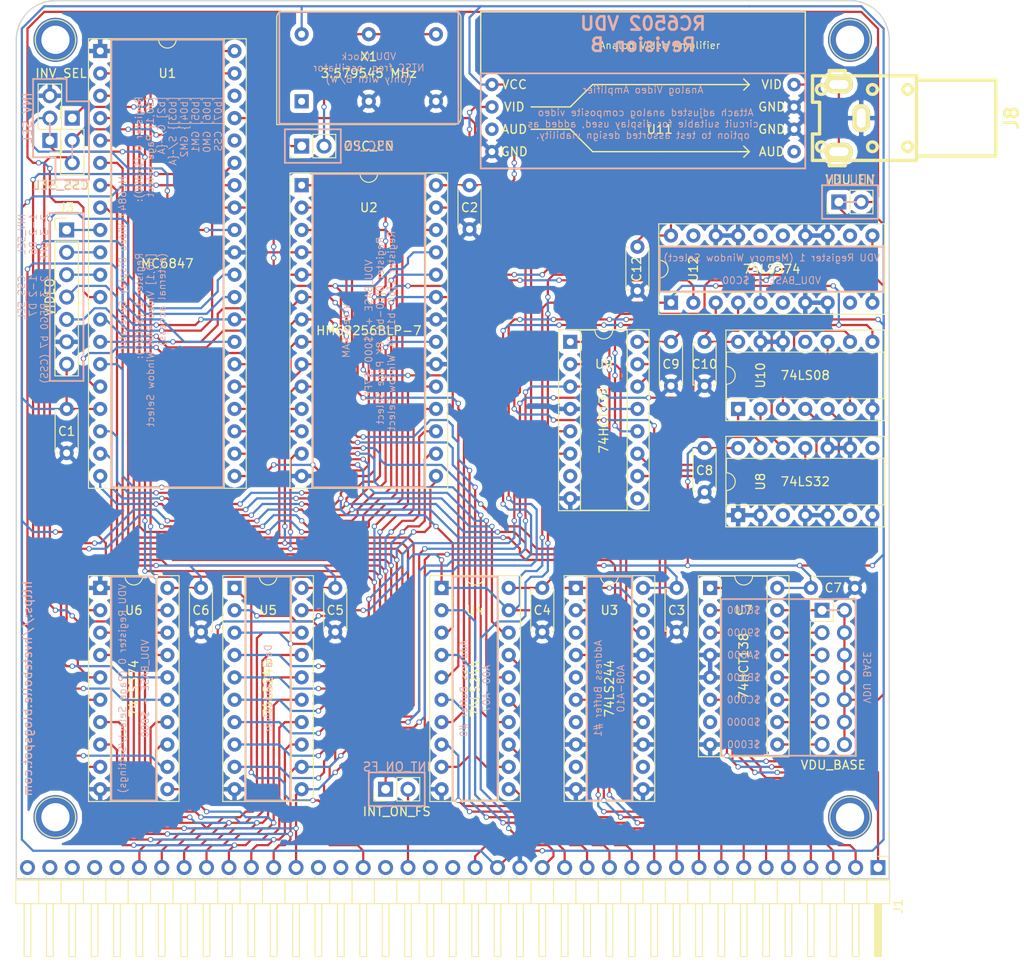
<source format=kicad_pcb>
(kicad_pcb (version 4) (host pcbnew 4.0.7)
  (layers (0 F.Cu signal) (31 B.Cu signal) (34 B.Paste user) (35 F.Paste user) (36 B.SilkS user) (37 F.SilkS user) (38 B.Mask user) (39 F.Mask user) (44 Edge.Cuts user))
  (net 0 "")
  (net 1 VCC)
  (net 2 A15)
  (net 3 A14)
  (net 4 A13)
  (net 5 A12)
  (net 6 A11)
  (net 7 A10)
  (net 8 A9)
  (net 9 A8)
  (net 10 A7)
  (net 11 A6)
  (net 12 A5)
  (net 13 A4)
  (net 14 A3)
  (net 15 A2)
  (net 16 A1)
  (net 17 A0)
  (net 18 PHI2)
  (net 19 "Net-(J1-Pad22)")
  (net 20 R/~W)
  (net 21 D0)
  (net 22 D1)
  (net 23 D2)
  (net 24 D3)
  (net 25 D4)
  (net 26 D5)
  (net 27 D6)
  (net 28 D7)
  (net 29 "Net-(J2-Pad1)")
  (net 30 VDU_BASE)
  (net 31 "Net-(J2-Pad3)")
  (net 32 "Net-(J2-Pad5)")
  (net 33 "Net-(J2-Pad7)")
  (net 34 "Net-(J2-Pad9)")
  (net 35 "Net-(J3-Pad1)")
  (net 36 "Net-(J3-Pad2)")
  (net 37 "Net-(J3-Pad3)")
  (net 38 Y)
  (net 39 VDU_CLK)
  (net 40 "Net-(J8-Pad2)")
  (net 41 ~VDU_DISABLE)
  (net 42 ~FS)
  (net 43 VA12)
  (net 44 VD6)
  (net 45 VA0)
  (net 46 VD0)
  (net 47 VA1)
  (net 48 VD1)
  (net 49 VA2)
  (net 50 VD2)
  (net 51 VA3)
  (net 52 VD3)
  (net 53 VA4)
  (net 54 VD4)
  (net 55 GM2)
  (net 56 VD5)
  (net 57 GM1)
  (net 58 GM0)
  (net 59 VD7)
  (net 60 VA5)
  (net 61 VA6)
  (net 62 S/~A)
  (net 63 VA7)
  (net 64 G/~A)
  (net 65 VA8)
  (net 66 VA9)
  (net 67 VA10)
  (net 68 CSS)
  (net 69 VA11)
  (net 70 VA14)
  (net 71 VA13)
  (net 72 RAM_RW)
  (net 73 ~CS_RAM_EXT)
  (net 74 "Net-(U10-Pad2)")
  (net 75 "Net-(U10-Pad1)")
  (net 76 GND)
  (net 77 ~REG0)
  (net 78 "Net-(U10-Pad5)")
  (net 79 ~REG1)
  (net 80 "Net-(U10-Pad3)")
  (net 81 "Net-(U10-Pad4)")
  (net 82 "Net-(J2-Pad11)")
  (net 83 "Net-(J2-Pad13)")
  (net 84 "Net-(JP2-Pad2)")
  (net 85 "Net-(JP4-Pad2)")
  (net 86 "Net-(JP5-Pad2)")
  (net 87 "Net-(U10-Pad10)")
  (module Capacitors_THT:C_Disc_D4.7mm_W2.5mm_P5.00mm (layer F.Cu) (at 58.42 90.805 270)
    (fp_text reference C1 (at 2.54 0 360) (layer F.SilkS))
    (fp_text value 100nF)
    (pad 1 thru_hole circle (at 0 0 270) (size 1.6 1.6) (drill 0.8) (layers *.Cu *.Mask) (net 1 VCC))
    (pad 2 thru_hole circle (at 5 0 270) (size 1.6 1.6) (drill 0.8) (layers *.Cu *.Mask) (net 76 GND))
  )
  (module Capacitors_THT:C_Disc_D4.7mm_W2.5mm_P5.00mm (layer F.Cu) (at 104.14 65.405 270)
    (fp_text reference C2 (at 2.54 0 360) (layer F.SilkS))
    (fp_text value 100nF)
    (pad 1 thru_hole circle (at 0 0 270) (size 1.6 1.6) (drill 0.8) (layers *.Cu *.Mask) (net 1 VCC))
    (pad 2 thru_hole circle (at 5 0 270) (size 1.6 1.6) (drill 0.8) (layers *.Cu *.Mask) (net 76 GND))
  )
  (module Capacitors_THT:C_Disc_D4.7mm_W2.5mm_P5.00mm (layer F.Cu) (at 127.635 111.125 270)
    (fp_text reference C3 (at 2.54 0 360) (layer F.SilkS))
    (fp_text value 100nF)
    (pad 1 thru_hole circle (at 0 0 270) (size 1.6 1.6) (drill 0.8) (layers *.Cu *.Mask) (net 1 VCC))
    (pad 2 thru_hole circle (at 5 0 270) (size 1.6 1.6) (drill 0.8) (layers *.Cu *.Mask) (net 76 GND))
  )
  (module Capacitors_THT:C_Disc_D4.7mm_W2.5mm_P5.00mm (layer F.Cu) (at 112.395 111.125 270)
    (fp_text reference C4 (at 2.54 0 360) (layer F.SilkS))
    (fp_text value 100nF)
    (pad 1 thru_hole circle (at 0 0 270) (size 1.6 1.6) (drill 0.8) (layers *.Cu *.Mask) (net 1 VCC))
    (pad 2 thru_hole circle (at 5 0 270) (size 1.6 1.6) (drill 0.8) (layers *.Cu *.Mask) (net 76 GND))
  )
  (module Capacitors_THT:C_Disc_D4.7mm_W2.5mm_P5.00mm (layer F.Cu) (at 88.9 111.125 270)
    (fp_text reference C5 (at 2.54 0 360) (layer F.SilkS))
    (fp_text value 100nF)
    (pad 1 thru_hole circle (at 0 0 270) (size 1.6 1.6) (drill 0.8) (layers *.Cu *.Mask) (net 1 VCC))
    (pad 2 thru_hole circle (at 5 0 270) (size 1.6 1.6) (drill 0.8) (layers *.Cu *.Mask) (net 76 GND))
  )
  (module Capacitors_THT:C_Disc_D4.7mm_W2.5mm_P5.00mm (layer F.Cu) (at 73.66 111.125 270)
    (fp_text reference C6 (at 2.54 0 360) (layer F.SilkS))
    (fp_text value 100nF)
    (pad 1 thru_hole circle (at 0 0 270) (size 1.6 1.6) (drill 0.8) (layers *.Cu *.Mask) (net 1 VCC))
    (pad 2 thru_hole circle (at 5 0 270) (size 1.6 1.6) (drill 0.8) (layers *.Cu *.Mask) (net 76 GND))
  )
  (module Capacitors_THT:C_Disc_D4.7mm_W2.5mm_P5.00mm (layer F.Cu) (at 142.875 111.125)
    (fp_text reference C7 (at 2.54 0) (layer F.SilkS))
    (fp_text value 100nF)
    (pad 1 thru_hole circle (at 0 0) (size 1.6 1.6) (drill 0.8) (layers *.Cu *.Mask) (net 1 VCC))
    (pad 2 thru_hole circle (at 5 0) (size 1.6 1.6) (drill 0.8) (layers *.Cu *.Mask) (net 76 GND))
  )
  (module Capacitors_THT:C_Disc_D4.7mm_W2.5mm_P5.00mm (layer F.Cu) (at 130.81 95.25 270)
    (fp_text reference C8 (at 2.54 0 360) (layer F.SilkS))
    (fp_text value 100nF)
    (pad 1 thru_hole circle (at 0 0 270) (size 1.6 1.6) (drill 0.8) (layers *.Cu *.Mask) (net 1 VCC))
    (pad 2 thru_hole circle (at 5 0 270) (size 1.6 1.6) (drill 0.8) (layers *.Cu *.Mask) (net 76 GND))
  )
  (module Capacitors_THT:C_Disc_D4.7mm_W2.5mm_P5.00mm (layer F.Cu) (at 127 83.185 270)
    (fp_text reference C9 (at 2.54 0 360) (layer F.SilkS))
    (fp_text value 100nF)
    (pad 1 thru_hole circle (at 0 0 270) (size 1.6 1.6) (drill 0.8) (layers *.Cu *.Mask) (net 1 VCC))
    (pad 2 thru_hole circle (at 5 0 270) (size 1.6 1.6) (drill 0.8) (layers *.Cu *.Mask) (net 76 GND))
  )
  (module Capacitors_THT:C_Disc_D4.7mm_W2.5mm_P5.00mm (layer F.Cu) (at 130.81 83.185 270)
    (fp_text reference C10 (at 2.54 0 360) (layer F.SilkS))
    (fp_text value 100nF)
    (pad 1 thru_hole circle (at 0 0 270) (size 1.6 1.6) (drill 0.8) (layers *.Cu *.Mask) (net 1 VCC))
    (pad 2 thru_hole circle (at 5 0 270) (size 1.6 1.6) (drill 0.8) (layers *.Cu *.Mask) (net 76 GND))
  )
  (module Pin_Headers:Pin_Header_Angled_1x39_Pitch2.54mm (layer F.Cu) (at 150.495 142.875 270)
    (fp_text reference J1 (at 4.385 -2.27 270) (layer F.SilkS))
    (fp_text value RC6502_Backplane)
    (pad 1 thru_hole rect (at 0 0 270) (size 1.7 1.7) (drill 1) (layers *.Cu *.Mask) (net 2 A15))
    (pad 2 thru_hole oval (at 0 2.54 270) (size 1.7 1.7) (drill 1) (layers *.Cu *.Mask) (net 3 A14))
    (pad 3 thru_hole oval (at 0 5.08 270) (size 1.7 1.7) (drill 1) (layers *.Cu *.Mask) (net 4 A13))
    (pad 4 thru_hole oval (at 0 7.62 270) (size 1.7 1.7) (drill 1) (layers *.Cu *.Mask) (net 5 A12))
    (pad 5 thru_hole oval (at 0 10.16 270) (size 1.7 1.7) (drill 1) (layers *.Cu *.Mask) (net 6 A11))
    (pad 6 thru_hole oval (at 0 12.7 270) (size 1.7 1.7) (drill 1) (layers *.Cu *.Mask) (net 7 A10))
    (pad 7 thru_hole oval (at 0 15.24 270) (size 1.7 1.7) (drill 1) (layers *.Cu *.Mask) (net 8 A9))
    (pad 8 thru_hole oval (at 0 17.78 270) (size 1.7 1.7) (drill 1) (layers *.Cu *.Mask) (net 9 A8))
    (pad 9 thru_hole oval (at 0 20.32 270) (size 1.7 1.7) (drill 1) (layers *.Cu *.Mask) (net 10 A7))
    (pad 10 thru_hole oval (at 0 22.86 270) (size 1.7 1.7) (drill 1) (layers *.Cu *.Mask) (net 11 A6))
    (pad 11 thru_hole oval (at 0 25.4 270) (size 1.7 1.7) (drill 1) (layers *.Cu *.Mask) (net 12 A5))
    (pad 12 thru_hole oval (at 0 27.94 270) (size 1.7 1.7) (drill 1) (layers *.Cu *.Mask) (net 13 A4))
    (pad 13 thru_hole oval (at 0 30.48 270) (size 1.7 1.7) (drill 1) (layers *.Cu *.Mask) (net 14 A3))
    (pad 14 thru_hole oval (at 0 33.02 270) (size 1.7 1.7) (drill 1) (layers *.Cu *.Mask) (net 15 A2))
    (pad 15 thru_hole oval (at 0 35.56 270) (size 1.7 1.7) (drill 1) (layers *.Cu *.Mask) (net 16 A1))
    (pad 16 thru_hole oval (at 0 38.1 270) (size 1.7 1.7) (drill 1) (layers *.Cu *.Mask) (net 17 A0))
    (pad 17 thru_hole oval (at 0 40.64 270) (size 1.7 1.7) (drill 1) (layers *.Cu *.Mask) (net 76 GND))
    (pad 18 thru_hole oval (at 0 43.18 270) (size 1.7 1.7) (drill 1) (layers *.Cu *.Mask) (net 1 VCC))
    (pad 19 thru_hole oval (at 0 45.72 270) (size 1.7 1.7) (drill 1) (layers *.Cu *.Mask) (net 18 PHI2))
    (pad 20 thru_hole oval (at 0 48.26 270) (size 1.7 1.7) (drill 1) (layers *.Cu *.Mask))
    (pad 21 thru_hole oval (at 0 50.8 270) (size 1.7 1.7) (drill 1) (layers *.Cu *.Mask))
    (pad 22 thru_hole oval (at 0 53.34 270) (size 1.7 1.7) (drill 1) (layers *.Cu *.Mask) (net 19 "Net-(J1-Pad22)"))
    (pad 23 thru_hole oval (at 0 55.88 270) (size 1.7 1.7) (drill 1) (layers *.Cu *.Mask))
    (pad 24 thru_hole oval (at 0 58.42 270) (size 1.7 1.7) (drill 1) (layers *.Cu *.Mask) (net 20 R/~W))
    (pad 25 thru_hole oval (at 0 60.96 270) (size 1.7 1.7) (drill 1) (layers *.Cu *.Mask))
    (pad 26 thru_hole oval (at 0 63.5 270) (size 1.7 1.7) (drill 1) (layers *.Cu *.Mask))
    (pad 27 thru_hole oval (at 0 66.04 270) (size 1.7 1.7) (drill 1) (layers *.Cu *.Mask) (net 21 D0))
    (pad 28 thru_hole oval (at 0 68.58 270) (size 1.7 1.7) (drill 1) (layers *.Cu *.Mask) (net 22 D1))
    (pad 29 thru_hole oval (at 0 71.12 270) (size 1.7 1.7) (drill 1) (layers *.Cu *.Mask) (net 23 D2))
    (pad 30 thru_hole oval (at 0 73.66 270) (size 1.7 1.7) (drill 1) (layers *.Cu *.Mask) (net 24 D3))
    (pad 31 thru_hole oval (at 0 76.2 270) (size 1.7 1.7) (drill 1) (layers *.Cu *.Mask) (net 25 D4))
    (pad 32 thru_hole oval (at 0 78.74 270) (size 1.7 1.7) (drill 1) (layers *.Cu *.Mask) (net 26 D5))
    (pad 33 thru_hole oval (at 0 81.28 270) (size 1.7 1.7) (drill 1) (layers *.Cu *.Mask) (net 27 D6))
    (pad 34 thru_hole oval (at 0 83.82 270) (size 1.7 1.7) (drill 1) (layers *.Cu *.Mask) (net 28 D7))
    (pad 35 thru_hole oval (at 0 86.36 270) (size 1.7 1.7) (drill 1) (layers *.Cu *.Mask))
    (pad 36 thru_hole oval (at 0 88.9 270) (size 1.7 1.7) (drill 1) (layers *.Cu *.Mask))
    (pad 37 thru_hole oval (at 0 91.44 270) (size 1.7 1.7) (drill 1) (layers *.Cu *.Mask))
    (pad 38 thru_hole oval (at 0 93.98 270) (size 1.7 1.7) (drill 1) (layers *.Cu *.Mask))
    (pad 39 thru_hole oval (at 0 96.52 270) (size 1.7 1.7) (drill 1) (layers *.Cu *.Mask))
  )
  (module mounting:Mounting (layer F.Cu) (at 57.15 48.895)
    (fp_text reference J4 hide)
    (fp_text value Hole hide)
    (pad 1 thru_hole circle (at 0 0) (size 5 5) (drill 3.2) (layers *.Cu *.Mask))
  )
  (module mounting:Mounting (layer F.Cu) (at 57.15 137.16)
    (fp_text reference J5 hide)
    (fp_text value Hole hide)
    (pad 1 thru_hole circle (at 0 0) (size 5 5) (drill 3.2) (layers *.Cu *.Mask))
  )
  (module mounting:Mounting (layer F.Cu) (at 147.32 137.16)
    (fp_text reference J6 hide)
    (fp_text value Hole hide)
    (pad 1 thru_hole circle (at 0 0) (size 5 5) (drill 3.2) (layers *.Cu *.Mask))
  )
  (module mounting:Mounting (layer F.Cu) (at 147.32 48.895)
    (fp_text reference J7 hide)
    (fp_text value Hole hide)
    (pad 1 thru_hole circle (at 0 0) (size 5 5) (drill 3.2) (layers *.Cu *.Mask))
  )
  (module rca:rca_yellow (layer F.Cu) (at 149.86 57.785 90)
    (fp_text reference J8 (at 0 15.7988 90) (layer F.SilkS) (effects (font (thickness 0.3048))))
    (fp_text value RCA_PLUG)
    (pad 2 thru_hole oval (at 3.81 -3.81 90) (size 1.99898 3.19786) (drill oval 0.99568 2.1971) (layers *.Cu *.Mask F.SilkS) (net 40 "Net-(J8-Pad2)"))
    (pad 1 thru_hole oval (at 0 -1.27 90) (size 3.19786 1.99898) (drill oval 2.1971 0.99568) (layers *.Cu *.Mask F.SilkS) (net 76 GND))
    (pad 2 thru_hole oval (at -3.81 -3.81 90) (size 1.99898 3.19786) (drill oval 0.99568 2.1971) (layers *.Cu *.Mask F.SilkS) (net 40 "Net-(J8-Pad2)"))
  )
  (module Pin_Headers:Pin_Header_Straight_1x02_Pitch2.54mm (layer F.Cu) (at 146.05 67.31 90)
    (fp_text reference JP1)
    (fp_text value VDU_EN (at 2.54 1.27 180) (layer F.SilkS))
    (pad 1 thru_hole rect (at 0 0 90) (size 1.7 1.7) (drill 1) (layers *.Cu *.Mask) (net 30 VDU_BASE))
    (pad 2 thru_hole oval (at 0 2.54 90) (size 1.7 1.7) (drill 1) (layers *.Cu *.Mask) (net 41 ~VDU_DISABLE))
  )
  (module Pin_Headers:Pin_Header_Straight_1x02_Pitch2.54mm (layer F.Cu) (at 94.615 133.985 90)
    (fp_text reference JP3)
    (fp_text value INT_ON_FS (at -2.54 1.27 180) (layer F.SilkS))
    (pad 1 thru_hole rect (at 0 0 90) (size 1.7 1.7) (drill 1) (layers *.Cu *.Mask) (net 42 ~FS))
    (pad 2 thru_hole oval (at 0 2.54 90) (size 1.7 1.7) (drill 1) (layers *.Cu *.Mask) (net 19 "Net-(J1-Pad22)"))
  )
  (module Housings_DIP:DIP-40_W15.24mm_Socket (layer F.Cu) (at 62.23 50.165)
    (fp_text reference U1 (at 7.62 2.54) (layer F.SilkS))
    (fp_text value MC6847 (at 7.62 24.13) (layer F.SilkS))
    (pad 1 thru_hole rect (at 0 0) (size 1.6 1.6) (drill 0.8) (layers *.Cu *.Mask) (net 76 GND))
    (pad 21 thru_hole oval (at 15.24 48.26) (size 1.6 1.6) (drill 0.8) (layers *.Cu *.Mask) (net 43 VA12))
    (pad 2 thru_hole oval (at 0 2.54) (size 1.6 1.6) (drill 0.8) (layers *.Cu *.Mask) (net 44 VD6))
    (pad 22 thru_hole oval (at 15.24 45.72) (size 1.6 1.6) (drill 0.8) (layers *.Cu *.Mask) (net 45 VA0))
    (pad 3 thru_hole oval (at 0 5.08) (size 1.6 1.6) (drill 0.8) (layers *.Cu *.Mask) (net 46 VD0))
    (pad 23 thru_hole oval (at 15.24 43.18) (size 1.6 1.6) (drill 0.8) (layers *.Cu *.Mask) (net 47 VA1))
    (pad 4 thru_hole oval (at 0 7.62) (size 1.6 1.6) (drill 0.8) (layers *.Cu *.Mask) (net 48 VD1))
    (pad 24 thru_hole oval (at 15.24 40.64) (size 1.6 1.6) (drill 0.8) (layers *.Cu *.Mask) (net 49 VA2))
    (pad 5 thru_hole oval (at 0 10.16) (size 1.6 1.6) (drill 0.8) (layers *.Cu *.Mask) (net 50 VD2))
    (pad 25 thru_hole oval (at 15.24 38.1) (size 1.6 1.6) (drill 0.8) (layers *.Cu *.Mask) (net 51 VA3))
    (pad 6 thru_hole oval (at 0 12.7) (size 1.6 1.6) (drill 0.8) (layers *.Cu *.Mask) (net 52 VD3))
    (pad 26 thru_hole oval (at 15.24 35.56) (size 1.6 1.6) (drill 0.8) (layers *.Cu *.Mask) (net 53 VA4))
    (pad 7 thru_hole oval (at 0 15.24) (size 1.6 1.6) (drill 0.8) (layers *.Cu *.Mask) (net 54 VD4))
    (pad 27 thru_hole oval (at 15.24 33.02) (size 1.6 1.6) (drill 0.8) (layers *.Cu *.Mask) (net 55 GM2))
    (pad 8 thru_hole oval (at 0 17.78) (size 1.6 1.6) (drill 0.8) (layers *.Cu *.Mask) (net 56 VD5))
    (pad 28 thru_hole oval (at 15.24 30.48) (size 1.6 1.6) (drill 0.8) (layers *.Cu *.Mask) (net 38 Y))
    (pad 9 thru_hole oval (at 0 20.32) (size 1.6 1.6) (drill 0.8) (layers *.Cu *.Mask) (net 35 "Net-(J3-Pad1)"))
    (pad 29 thru_hole oval (at 15.24 27.94) (size 1.6 1.6) (drill 0.8) (layers *.Cu *.Mask) (net 57 GM1))
    (pad 10 thru_hole oval (at 0 22.86) (size 1.6 1.6) (drill 0.8) (layers *.Cu *.Mask) (net 36 "Net-(J3-Pad2)"))
    (pad 30 thru_hole oval (at 15.24 25.4) (size 1.6 1.6) (drill 0.8) (layers *.Cu *.Mask) (net 58 GM0))
    (pad 11 thru_hole oval (at 0 25.4) (size 1.6 1.6) (drill 0.8) (layers *.Cu *.Mask) (net 37 "Net-(J3-Pad3)"))
    (pad 31 thru_hole oval (at 15.24 22.86) (size 1.6 1.6) (drill 0.8) (layers *.Cu *.Mask) (net 76 GND))
    (pad 12 thru_hole oval (at 0 27.94) (size 1.6 1.6) (drill 0.8) (layers *.Cu *.Mask) (net 41 ~VDU_DISABLE))
    (pad 32 thru_hole oval (at 15.24 20.32) (size 1.6 1.6) (drill 0.8) (layers *.Cu *.Mask) (net 86 "Net-(JP5-Pad2)"))
    (pad 13 thru_hole oval (at 0 30.48) (size 1.6 1.6) (drill 0.8) (layers *.Cu *.Mask) (net 60 VA5))
    (pad 33 thru_hole oval (at 15.24 17.78) (size 1.6 1.6) (drill 0.8) (layers *.Cu *.Mask) (net 39 VDU_CLK))
    (pad 14 thru_hole oval (at 0 33.02) (size 1.6 1.6) (drill 0.8) (layers *.Cu *.Mask) (net 61 VA6))
    (pad 34 thru_hole oval (at 15.24 15.24) (size 1.6 1.6) (drill 0.8) (layers *.Cu *.Mask) (net 62 S/~A))
    (pad 15 thru_hole oval (at 0 35.56) (size 1.6 1.6) (drill 0.8) (layers *.Cu *.Mask) (net 63 VA7))
    (pad 35 thru_hole oval (at 15.24 12.7) (size 1.6 1.6) (drill 0.8) (layers *.Cu *.Mask) (net 64 G/~A))
    (pad 16 thru_hole oval (at 0 38.1) (size 1.6 1.6) (drill 0.8) (layers *.Cu *.Mask) (net 65 VA8))
    (pad 36 thru_hole oval (at 15.24 10.16) (size 1.6 1.6) (drill 0.8) (layers *.Cu *.Mask))
    (pad 17 thru_hole oval (at 0 40.64) (size 1.6 1.6) (drill 0.8) (layers *.Cu *.Mask) (net 1 VCC))
    (pad 37 thru_hole oval (at 15.24 7.62) (size 1.6 1.6) (drill 0.8) (layers *.Cu *.Mask) (net 42 ~FS))
    (pad 18 thru_hole oval (at 0 43.18) (size 1.6 1.6) (drill 0.8) (layers *.Cu *.Mask) (net 66 VA9))
    (pad 38 thru_hole oval (at 15.24 5.08) (size 1.6 1.6) (drill 0.8) (layers *.Cu *.Mask))
    (pad 19 thru_hole oval (at 0 45.72) (size 1.6 1.6) (drill 0.8) (layers *.Cu *.Mask) (net 67 VA10))
    (pad 39 thru_hole oval (at 15.24 2.54) (size 1.6 1.6) (drill 0.8) (layers *.Cu *.Mask) (net 85 "Net-(JP4-Pad2)"))
    (pad 20 thru_hole oval (at 0 48.26) (size 1.6 1.6) (drill 0.8) (layers *.Cu *.Mask) (net 69 VA11))
    (pad 40 thru_hole oval (at 15.24 0) (size 1.6 1.6) (drill 0.8) (layers *.Cu *.Mask) (net 59 VD7))
  )
  (module Housings_DIP:DIP-28_W15.24mm_Socket (layer F.Cu) (at 85.09 65.405)
    (fp_text reference U2 (at 7.62 2.54) (layer F.SilkS))
    (fp_text value HM62256BLP-7 (at 7.62 16.51) (layer F.SilkS))
    (pad 1 thru_hole rect (at 0 0) (size 1.6 1.6) (drill 0.8) (layers *.Cu *.Mask) (net 70 VA14))
    (pad 15 thru_hole oval (at 15.24 33.02) (size 1.6 1.6) (drill 0.8) (layers *.Cu *.Mask) (net 52 VD3))
    (pad 2 thru_hole oval (at 0 2.54) (size 1.6 1.6) (drill 0.8) (layers *.Cu *.Mask) (net 43 VA12))
    (pad 16 thru_hole oval (at 15.24 30.48) (size 1.6 1.6) (drill 0.8) (layers *.Cu *.Mask) (net 54 VD4))
    (pad 3 thru_hole oval (at 0 5.08) (size 1.6 1.6) (drill 0.8) (layers *.Cu *.Mask) (net 63 VA7))
    (pad 17 thru_hole oval (at 15.24 27.94) (size 1.6 1.6) (drill 0.8) (layers *.Cu *.Mask) (net 56 VD5))
    (pad 4 thru_hole oval (at 0 7.62) (size 1.6 1.6) (drill 0.8) (layers *.Cu *.Mask) (net 61 VA6))
    (pad 18 thru_hole oval (at 15.24 25.4) (size 1.6 1.6) (drill 0.8) (layers *.Cu *.Mask) (net 44 VD6))
    (pad 5 thru_hole oval (at 0 10.16) (size 1.6 1.6) (drill 0.8) (layers *.Cu *.Mask) (net 60 VA5))
    (pad 19 thru_hole oval (at 15.24 22.86) (size 1.6 1.6) (drill 0.8) (layers *.Cu *.Mask) (net 59 VD7))
    (pad 6 thru_hole oval (at 0 12.7) (size 1.6 1.6) (drill 0.8) (layers *.Cu *.Mask) (net 53 VA4))
    (pad 20 thru_hole oval (at 15.24 20.32) (size 1.6 1.6) (drill 0.8) (layers *.Cu *.Mask) (net 76 GND))
    (pad 7 thru_hole oval (at 0 15.24) (size 1.6 1.6) (drill 0.8) (layers *.Cu *.Mask) (net 51 VA3))
    (pad 21 thru_hole oval (at 15.24 17.78) (size 1.6 1.6) (drill 0.8) (layers *.Cu *.Mask) (net 67 VA10))
    (pad 8 thru_hole oval (at 0 17.78) (size 1.6 1.6) (drill 0.8) (layers *.Cu *.Mask) (net 49 VA2))
    (pad 22 thru_hole oval (at 15.24 15.24) (size 1.6 1.6) (drill 0.8) (layers *.Cu *.Mask) (net 76 GND))
    (pad 9 thru_hole oval (at 0 20.32) (size 1.6 1.6) (drill 0.8) (layers *.Cu *.Mask) (net 47 VA1))
    (pad 23 thru_hole oval (at 15.24 12.7) (size 1.6 1.6) (drill 0.8) (layers *.Cu *.Mask) (net 69 VA11))
    (pad 10 thru_hole oval (at 0 22.86) (size 1.6 1.6) (drill 0.8) (layers *.Cu *.Mask) (net 45 VA0))
    (pad 24 thru_hole oval (at 15.24 10.16) (size 1.6 1.6) (drill 0.8) (layers *.Cu *.Mask) (net 66 VA9))
    (pad 11 thru_hole oval (at 0 25.4) (size 1.6 1.6) (drill 0.8) (layers *.Cu *.Mask) (net 46 VD0))
    (pad 25 thru_hole oval (at 15.24 7.62) (size 1.6 1.6) (drill 0.8) (layers *.Cu *.Mask) (net 65 VA8))
    (pad 12 thru_hole oval (at 0 27.94) (size 1.6 1.6) (drill 0.8) (layers *.Cu *.Mask) (net 48 VD1))
    (pad 26 thru_hole oval (at 15.24 5.08) (size 1.6 1.6) (drill 0.8) (layers *.Cu *.Mask) (net 71 VA13))
    (pad 13 thru_hole oval (at 0 30.48) (size 1.6 1.6) (drill 0.8) (layers *.Cu *.Mask) (net 50 VD2))
    (pad 27 thru_hole oval (at 15.24 2.54) (size 1.6 1.6) (drill 0.8) (layers *.Cu *.Mask) (net 72 RAM_RW))
    (pad 14 thru_hole oval (at 0 33.02) (size 1.6 1.6) (drill 0.8) (layers *.Cu *.Mask) (net 76 GND))
    (pad 28 thru_hole oval (at 15.24 0) (size 1.6 1.6) (drill 0.8) (layers *.Cu *.Mask) (net 1 VCC))
  )
  (module Housings_DIP:DIP-16_W7.62mm_Socket (layer F.Cu) (at 131.445 111.125)
    (fp_text reference U7 (at 3.81 2.54) (layer F.SilkS))
    (fp_text value 74HCT138 (at 3.81 8.89 90) (layer F.SilkS))
    (pad 1 thru_hole rect (at 0 0) (size 1.6 1.6) (drill 0.8) (layers *.Cu *.Mask) (net 5 A12))
    (pad 9 thru_hole oval (at 7.62 17.78) (size 1.6 1.6) (drill 0.8) (layers *.Cu *.Mask) (net 83 "Net-(J2-Pad13)"))
    (pad 2 thru_hole oval (at 0 2.54) (size 1.6 1.6) (drill 0.8) (layers *.Cu *.Mask) (net 4 A13))
    (pad 10 thru_hole oval (at 7.62 15.24) (size 1.6 1.6) (drill 0.8) (layers *.Cu *.Mask) (net 82 "Net-(J2-Pad11)"))
    (pad 3 thru_hole oval (at 0 5.08) (size 1.6 1.6) (drill 0.8) (layers *.Cu *.Mask) (net 3 A14))
    (pad 11 thru_hole oval (at 7.62 12.7) (size 1.6 1.6) (drill 0.8) (layers *.Cu *.Mask) (net 34 "Net-(J2-Pad9)"))
    (pad 4 thru_hole oval (at 0 7.62) (size 1.6 1.6) (drill 0.8) (layers *.Cu *.Mask) (net 76 GND))
    (pad 12 thru_hole oval (at 7.62 10.16) (size 1.6 1.6) (drill 0.8) (layers *.Cu *.Mask) (net 33 "Net-(J2-Pad7)"))
    (pad 5 thru_hole oval (at 0 10.16) (size 1.6 1.6) (drill 0.8) (layers *.Cu *.Mask) (net 76 GND))
    (pad 13 thru_hole oval (at 7.62 7.62) (size 1.6 1.6) (drill 0.8) (layers *.Cu *.Mask) (net 32 "Net-(J2-Pad5)"))
    (pad 6 thru_hole oval (at 0 12.7) (size 1.6 1.6) (drill 0.8) (layers *.Cu *.Mask) (net 2 A15))
    (pad 14 thru_hole oval (at 7.62 5.08) (size 1.6 1.6) (drill 0.8) (layers *.Cu *.Mask) (net 31 "Net-(J2-Pad3)"))
    (pad 7 thru_hole oval (at 0 15.24) (size 1.6 1.6) (drill 0.8) (layers *.Cu *.Mask))
    (pad 15 thru_hole oval (at 7.62 2.54) (size 1.6 1.6) (drill 0.8) (layers *.Cu *.Mask) (net 29 "Net-(J2-Pad1)"))
    (pad 8 thru_hole oval (at 0 17.78) (size 1.6 1.6) (drill 0.8) (layers *.Cu *.Mask) (net 76 GND))
    (pad 16 thru_hole oval (at 7.62 0) (size 1.6 1.6) (drill 0.8) (layers *.Cu *.Mask) (net 1 VCC))
  )
  (module Pin_Headers:Pin_Header_Straight_1x07_Pitch2.54mm (layer F.Cu) (at 58.42 70.485)
    (fp_text reference J3 (at 0 -2.54) (layer F.SilkS))
    (fp_text value VIDEO (at -1.905 7.62 90) (layer F.SilkS))
    (pad 1 thru_hole rect (at 0 0) (size 1.7 1.7) (drill 1) (layers *.Cu *.Mask) (net 35 "Net-(J3-Pad1)"))
    (pad 2 thru_hole oval (at 0 2.54) (size 1.7 1.7) (drill 1) (layers *.Cu *.Mask) (net 36 "Net-(J3-Pad2)"))
    (pad 3 thru_hole oval (at 0 5.08) (size 1.7 1.7) (drill 1) (layers *.Cu *.Mask) (net 37 "Net-(J3-Pad3)"))
    (pad 4 thru_hole oval (at 0 7.62) (size 1.7 1.7) (drill 1) (layers *.Cu *.Mask) (net 38 Y))
    (pad 5 thru_hole oval (at 0 10.16) (size 1.7 1.7) (drill 1) (layers *.Cu *.Mask) (net 39 VDU_CLK))
    (pad 6 thru_hole oval (at 0 12.7) (size 1.7 1.7) (drill 1) (layers *.Cu *.Mask) (net 76 GND))
    (pad 7 thru_hole oval (at 0 15.24) (size 1.7 1.7) (drill 1) (layers *.Cu *.Mask) (net 1 VCC))
  )
  (module Capacitors_THT:C_Disc_D4.7mm_W2.5mm_P5.00mm (layer F.Cu) (at 123.19 72.39 270)
    (fp_text reference C12 (at 2.54 0.084999 270) (layer F.SilkS))
    (fp_text value 100nF)
    (pad 1 thru_hole circle (at 0 0 270) (size 1.6 1.6) (drill 0.8) (layers *.Cu *.Mask) (net 1 VCC))
    (pad 2 thru_hole circle (at 5 0 270) (size 1.6 1.6) (drill 0.8) (layers *.Cu *.Mask) (net 76 GND))
  )
  (module Housings_DIP:DIP-14_W7.62mm_Socket (layer F.Cu) (at 134.62 102.87 90)
    (fp_text reference U8 (at 3.81 2.54 90) (layer F.SilkS))
    (fp_text value 74LS32 (at 3.81 7.62 180) (layer F.SilkS))
    (pad 1 thru_hole rect (at 0 0 90) (size 1.6 1.6) (drill 0.8) (layers *.Cu *.Mask) (net 76 GND))
    (pad 8 thru_hole oval (at 7.62 15.24 90) (size 1.6 1.6) (drill 0.8) (layers *.Cu *.Mask))
    (pad 2 thru_hole oval (at 0 2.54 90) (size 1.6 1.6) (drill 0.8) (layers *.Cu *.Mask) (net 76 GND))
    (pad 9 thru_hole oval (at 7.62 12.7 90) (size 1.6 1.6) (drill 0.8) (layers *.Cu *.Mask) (net 76 GND))
    (pad 3 thru_hole oval (at 0 5.08 90) (size 1.6 1.6) (drill 0.8) (layers *.Cu *.Mask))
    (pad 10 thru_hole oval (at 7.62 10.16 90) (size 1.6 1.6) (drill 0.8) (layers *.Cu *.Mask) (net 76 GND))
    (pad 4 thru_hole oval (at 0 7.62 90) (size 1.6 1.6) (drill 0.8) (layers *.Cu *.Mask) (net 76 GND))
    (pad 11 thru_hole oval (at 7.62 7.62 90) (size 1.6 1.6) (drill 0.8) (layers *.Cu *.Mask) (net 72 RAM_RW))
    (pad 5 thru_hole oval (at 0 10.16 90) (size 1.6 1.6) (drill 0.8) (layers *.Cu *.Mask) (net 76 GND))
    (pad 12 thru_hole oval (at 7.62 5.08 90) (size 1.6 1.6) (drill 0.8) (layers *.Cu *.Mask) (net 73 ~CS_RAM_EXT))
    (pad 6 thru_hole oval (at 0 12.7 90) (size 1.6 1.6) (drill 0.8) (layers *.Cu *.Mask))
    (pad 13 thru_hole oval (at 7.62 2.54 90) (size 1.6 1.6) (drill 0.8) (layers *.Cu *.Mask) (net 20 R/~W))
    (pad 7 thru_hole oval (at 0 15.24 90) (size 1.6 1.6) (drill 0.8) (layers *.Cu *.Mask) (net 76 GND))
    (pad 14 thru_hole oval (at 7.62 0 90) (size 1.6 1.6) (drill 0.8) (layers *.Cu *.Mask) (net 1 VCC))
  )
  (module Housings_DIP:DIP-16_W7.62mm_Socket (layer F.Cu) (at 115.57 83.185)
    (fp_text reference U9 (at 3.81 2.54) (layer F.SilkS))
    (fp_text value 74HCT138 (at 3.81 8.89 90) (layer F.SilkS))
    (pad 1 thru_hole rect (at 0 0) (size 1.6 1.6) (drill 0.8) (layers *.Cu *.Mask) (net 7 A10))
    (pad 9 thru_hole oval (at 7.62 17.78) (size 1.6 1.6) (drill 0.8) (layers *.Cu *.Mask))
    (pad 2 thru_hole oval (at 0 2.54) (size 1.6 1.6) (drill 0.8) (layers *.Cu *.Mask) (net 6 A11))
    (pad 10 thru_hole oval (at 7.62 15.24) (size 1.6 1.6) (drill 0.8) (layers *.Cu *.Mask) (net 78 "Net-(U10-Pad5)"))
    (pad 3 thru_hole oval (at 0 5.08) (size 1.6 1.6) (drill 0.8) (layers *.Cu *.Mask) (net 20 R/~W))
    (pad 11 thru_hole oval (at 7.62 12.7) (size 1.6 1.6) (drill 0.8) (layers *.Cu *.Mask) (net 81 "Net-(U10-Pad4)"))
    (pad 4 thru_hole oval (at 0 7.62) (size 1.6 1.6) (drill 0.8) (layers *.Cu *.Mask) (net 76 GND))
    (pad 12 thru_hole oval (at 7.62 10.16) (size 1.6 1.6) (drill 0.8) (layers *.Cu *.Mask) (net 79 ~REG1))
    (pad 5 thru_hole oval (at 0 10.16) (size 1.6 1.6) (drill 0.8) (layers *.Cu *.Mask) (net 30 VDU_BASE))
    (pad 13 thru_hole oval (at 7.62 7.62) (size 1.6 1.6) (drill 0.8) (layers *.Cu *.Mask) (net 77 ~REG0))
    (pad 6 thru_hole oval (at 0 12.7) (size 1.6 1.6) (drill 0.8) (layers *.Cu *.Mask) (net 18 PHI2))
    (pad 14 thru_hole oval (at 7.62 5.08) (size 1.6 1.6) (drill 0.8) (layers *.Cu *.Mask) (net 74 "Net-(U10-Pad2)"))
    (pad 7 thru_hole oval (at 0 15.24) (size 1.6 1.6) (drill 0.8) (layers *.Cu *.Mask))
    (pad 15 thru_hole oval (at 7.62 2.54) (size 1.6 1.6) (drill 0.8) (layers *.Cu *.Mask) (net 75 "Net-(U10-Pad1)"))
    (pad 8 thru_hole oval (at 0 17.78) (size 1.6 1.6) (drill 0.8) (layers *.Cu *.Mask) (net 76 GND))
    (pad 16 thru_hole oval (at 7.62 0) (size 1.6 1.6) (drill 0.8) (layers *.Cu *.Mask) (net 1 VCC))
  )
  (module Oscillator:Oscillator_DIP-14 (layer F.Cu) (at 85.09 55.88)
    (fp_text reference X1 (at 7.62 -5.08) (layer F.SilkS))
    (fp_text value "3.579545 MHz" (at 7.62 -3.175) (layer F.SilkS))
    (pad 7 thru_hole circle (at 7.62 0) (size 1.6 1.6) (drill 0.8) (layers *.Cu *.Mask) (net 76 GND))
    (pad 8 thru_hole circle (at 7.62 -7.62) (size 1.6 1.6) (drill 0.8) (layers *.Cu *.Mask) (net 84 "Net-(JP2-Pad2)"))
    (pad 1 thru_hole rect (at 0 0) (size 1.6 1.6) (drill 0.8) (layers *.Cu *.Mask))
    (pad 14 thru_hole circle (at 0 -7.62) (size 1.6 1.6) (drill 0.8) (layers *.Cu *.Mask) (net 1 VCC))
    (pad 8 thru_hole circle (at 15.24 -7.62) (size 1.6 1.6) (drill 0.8) (layers *.Cu *.Mask) (net 84 "Net-(JP2-Pad2)"))
    (pad 7 thru_hole circle (at 15.24 0) (size 1.6 1.6) (drill 0.8) (layers *.Cu *.Mask) (net 76 GND))
  )
  (module vdu_amplifier:Amplifier (layer F.Cu) (at 125.73 57.785)
    (fp_text reference U11 (at 0 1.27) (layer F.SilkS))
    (fp_text value VDU_Port)
    (fp_text user GND (at 12.7 -1.27) (layer F.SilkS))
    (fp_text user GND (at 12.7 1.27) (layer F.SilkS))
    (fp_text user AUD (at 12.7 3.81) (layer F.SilkS))
    (fp_text user VID (at 12.7 -3.81) (layer F.SilkS))
    (fp_text user AUD (at -16.51 1.27) (layer F.SilkS))
    (fp_text user VID (at -16.51 -1.27) (layer F.SilkS))
    (fp_text user GND (at -16.51 3.81) (layer F.SilkS))
    (fp_text user VCC (at -16.51 -3.81) (layer F.SilkS))
    (pad 1 thru_hole circle (at -19.05 -3.81) (size 1.524 1.524) (drill 0.762) (layers *.Cu *.Mask) (net 1 VCC))
    (pad 2 thru_hole circle (at -19.05 -1.27) (size 1.524 1.524) (drill 0.762) (layers *.Cu *.Mask) (net 38 Y))
    (pad 4 thru_hole circle (at -19.05 1.27) (size 1.524 1.524) (drill 0.762) (layers *.Cu *.Mask))
    (pad 6 thru_hole circle (at -19.05 3.81) (size 1.524 1.524) (drill 0.762) (layers *.Cu *.Mask) (net 76 GND))
    (pad 3 thru_hole circle (at 15.24 -3.81) (size 1.524 1.524) (drill 0.762) (layers *.Cu *.Mask) (net 40 "Net-(J8-Pad2)"))
    (pad 6 thru_hole circle (at 15.24 -1.27) (size 1.524 1.524) (drill 0.762) (layers *.Cu *.Mask) (net 76 GND))
    (pad 6 thru_hole circle (at 15.24 1.27) (size 1.524 1.524) (drill 0.762) (layers *.Cu *.Mask) (net 76 GND))
    (pad 5 thru_hole circle (at 15.24 3.81) (size 1.524 1.524) (drill 0.762) (layers *.Cu *.Mask))
  )
  (module Pin_Headers:Pin_Header_Straight_2x07_Pitch2.54mm (layer F.Cu) (at 144.145 113.665)
    (fp_text reference J2)
    (fp_text value VDU_BASE (at 1.27 17.57) (layer F.SilkS))
    (pad 1 thru_hole rect (at 0 0) (size 1.7 1.7) (drill 1) (layers *.Cu *.Mask) (net 29 "Net-(J2-Pad1)"))
    (pad 2 thru_hole oval (at 2.54 0) (size 1.7 1.7) (drill 1) (layers *.Cu *.Mask) (net 30 VDU_BASE))
    (pad 3 thru_hole oval (at 0 2.54) (size 1.7 1.7) (drill 1) (layers *.Cu *.Mask) (net 31 "Net-(J2-Pad3)"))
    (pad 4 thru_hole oval (at 2.54 2.54) (size 1.7 1.7) (drill 1) (layers *.Cu *.Mask) (net 30 VDU_BASE))
    (pad 5 thru_hole oval (at 0 5.08) (size 1.7 1.7) (drill 1) (layers *.Cu *.Mask) (net 32 "Net-(J2-Pad5)"))
    (pad 6 thru_hole oval (at 2.54 5.08) (size 1.7 1.7) (drill 1) (layers *.Cu *.Mask) (net 30 VDU_BASE))
    (pad 7 thru_hole oval (at 0 7.62) (size 1.7 1.7) (drill 1) (layers *.Cu *.Mask) (net 33 "Net-(J2-Pad7)"))
    (pad 8 thru_hole oval (at 2.54 7.62) (size 1.7 1.7) (drill 1) (layers *.Cu *.Mask) (net 30 VDU_BASE))
    (pad 9 thru_hole oval (at 0 10.16) (size 1.7 1.7) (drill 1) (layers *.Cu *.Mask) (net 34 "Net-(J2-Pad9)"))
    (pad 10 thru_hole oval (at 2.54 10.16) (size 1.7 1.7) (drill 1) (layers *.Cu *.Mask) (net 30 VDU_BASE))
    (pad 11 thru_hole oval (at 0 12.7) (size 1.7 1.7) (drill 1) (layers *.Cu *.Mask) (net 82 "Net-(J2-Pad11)"))
    (pad 12 thru_hole oval (at 2.54 12.7) (size 1.7 1.7) (drill 1) (layers *.Cu *.Mask) (net 30 VDU_BASE))
    (pad 13 thru_hole oval (at 0 15.24) (size 1.7 1.7) (drill 1) (layers *.Cu *.Mask) (net 83 "Net-(J2-Pad13)"))
    (pad 14 thru_hole oval (at 2.54 15.24) (size 1.7 1.7) (drill 1) (layers *.Cu *.Mask) (net 30 VDU_BASE))
  )
  (module Housings_DIP:DIP-20_W7.62mm_Socket (layer F.Cu) (at 116.205 111.125)
    (fp_text reference U3 (at 3.81 2.54) (layer F.SilkS))
    (fp_text value 74LS244 (at 3.81 11.43 90) (layer F.SilkS))
    (pad 1 thru_hole rect (at 0 0) (size 1.6 1.6) (drill 0.8) (layers *.Cu *.Mask) (net 73 ~CS_RAM_EXT))
    (pad 11 thru_hole oval (at 7.62 22.86) (size 1.6 1.6) (drill 0.8) (layers *.Cu *.Mask) (net 76 GND))
    (pad 2 thru_hole oval (at 0 2.54) (size 1.6 1.6) (drill 0.8) (layers *.Cu *.Mask) (net 9 A8))
    (pad 12 thru_hole oval (at 7.62 20.32) (size 1.6 1.6) (drill 0.8) (layers *.Cu *.Mask))
    (pad 3 thru_hole oval (at 0 5.08) (size 1.6 1.6) (drill 0.8) (layers *.Cu *.Mask))
    (pad 13 thru_hole oval (at 7.62 17.78) (size 1.6 1.6) (drill 0.8) (layers *.Cu *.Mask) (net 76 GND))
    (pad 4 thru_hole oval (at 0 7.62) (size 1.6 1.6) (drill 0.8) (layers *.Cu *.Mask) (net 8 A9))
    (pad 14 thru_hole oval (at 7.62 15.24) (size 1.6 1.6) (drill 0.8) (layers *.Cu *.Mask) (net 67 VA10))
    (pad 5 thru_hole oval (at 0 10.16) (size 1.6 1.6) (drill 0.8) (layers *.Cu *.Mask))
    (pad 15 thru_hole oval (at 7.62 12.7) (size 1.6 1.6) (drill 0.8) (layers *.Cu *.Mask) (net 76 GND))
    (pad 6 thru_hole oval (at 0 12.7) (size 1.6 1.6) (drill 0.8) (layers *.Cu *.Mask) (net 7 A10))
    (pad 16 thru_hole oval (at 7.62 10.16) (size 1.6 1.6) (drill 0.8) (layers *.Cu *.Mask) (net 66 VA9))
    (pad 7 thru_hole oval (at 0 15.24) (size 1.6 1.6) (drill 0.8) (layers *.Cu *.Mask))
    (pad 17 thru_hole oval (at 7.62 7.62) (size 1.6 1.6) (drill 0.8) (layers *.Cu *.Mask) (net 76 GND))
    (pad 8 thru_hole oval (at 0 17.78) (size 1.6 1.6) (drill 0.8) (layers *.Cu *.Mask) (net 76 GND))
    (pad 18 thru_hole oval (at 7.62 5.08) (size 1.6 1.6) (drill 0.8) (layers *.Cu *.Mask) (net 65 VA8))
    (pad 9 thru_hole oval (at 0 20.32) (size 1.6 1.6) (drill 0.8) (layers *.Cu *.Mask))
    (pad 19 thru_hole oval (at 7.62 2.54) (size 1.6 1.6) (drill 0.8) (layers *.Cu *.Mask) (net 73 ~CS_RAM_EXT))
    (pad 10 thru_hole oval (at 0 22.86) (size 1.6 1.6) (drill 0.8) (layers *.Cu *.Mask) (net 76 GND))
    (pad 20 thru_hole oval (at 7.62 0) (size 1.6 1.6) (drill 0.8) (layers *.Cu *.Mask) (net 1 VCC))
  )
  (module Housings_DIP:DIP-20_W7.62mm_Socket (layer F.Cu) (at 100.965 111.125)
    (fp_text reference U4 (at 3.81 2.54) (layer F.SilkS))
    (fp_text value 74LS244 (at 3.81 11.43 90) (layer F.SilkS))
    (pad 1 thru_hole rect (at 0 0) (size 1.6 1.6) (drill 0.8) (layers *.Cu *.Mask) (net 73 ~CS_RAM_EXT))
    (pad 11 thru_hole oval (at 7.62 22.86) (size 1.6 1.6) (drill 0.8) (layers *.Cu *.Mask) (net 13 A4))
    (pad 2 thru_hole oval (at 0 2.54) (size 1.6 1.6) (drill 0.8) (layers *.Cu *.Mask) (net 17 A0))
    (pad 12 thru_hole oval (at 7.62 20.32) (size 1.6 1.6) (drill 0.8) (layers *.Cu *.Mask) (net 51 VA3))
    (pad 3 thru_hole oval (at 0 5.08) (size 1.6 1.6) (drill 0.8) (layers *.Cu *.Mask) (net 63 VA7))
    (pad 13 thru_hole oval (at 7.62 17.78) (size 1.6 1.6) (drill 0.8) (layers *.Cu *.Mask) (net 12 A5))
    (pad 4 thru_hole oval (at 0 7.62) (size 1.6 1.6) (drill 0.8) (layers *.Cu *.Mask) (net 16 A1))
    (pad 14 thru_hole oval (at 7.62 15.24) (size 1.6 1.6) (drill 0.8) (layers *.Cu *.Mask) (net 49 VA2))
    (pad 5 thru_hole oval (at 0 10.16) (size 1.6 1.6) (drill 0.8) (layers *.Cu *.Mask) (net 61 VA6))
    (pad 15 thru_hole oval (at 7.62 12.7) (size 1.6 1.6) (drill 0.8) (layers *.Cu *.Mask) (net 11 A6))
    (pad 6 thru_hole oval (at 0 12.7) (size 1.6 1.6) (drill 0.8) (layers *.Cu *.Mask) (net 15 A2))
    (pad 16 thru_hole oval (at 7.62 10.16) (size 1.6 1.6) (drill 0.8) (layers *.Cu *.Mask) (net 47 VA1))
    (pad 7 thru_hole oval (at 0 15.24) (size 1.6 1.6) (drill 0.8) (layers *.Cu *.Mask) (net 60 VA5))
    (pad 17 thru_hole oval (at 7.62 7.62) (size 1.6 1.6) (drill 0.8) (layers *.Cu *.Mask) (net 10 A7))
    (pad 8 thru_hole oval (at 0 17.78) (size 1.6 1.6) (drill 0.8) (layers *.Cu *.Mask) (net 14 A3))
    (pad 18 thru_hole oval (at 7.62 5.08) (size 1.6 1.6) (drill 0.8) (layers *.Cu *.Mask) (net 45 VA0))
    (pad 9 thru_hole oval (at 0 20.32) (size 1.6 1.6) (drill 0.8) (layers *.Cu *.Mask) (net 53 VA4))
    (pad 19 thru_hole oval (at 7.62 2.54) (size 1.6 1.6) (drill 0.8) (layers *.Cu *.Mask) (net 73 ~CS_RAM_EXT))
    (pad 10 thru_hole oval (at 0 22.86) (size 1.6 1.6) (drill 0.8) (layers *.Cu *.Mask) (net 76 GND))
    (pad 20 thru_hole oval (at 7.62 0) (size 1.6 1.6) (drill 0.8) (layers *.Cu *.Mask) (net 1 VCC))
  )
  (module Housings_DIP:DIP-20_W7.62mm_Socket (layer F.Cu) (at 77.47 111.125)
    (fp_text reference U5 (at 3.81 2.54) (layer F.SilkS))
    (fp_text value 74LS245 (at 3.81 11.43 90) (layer F.SilkS))
    (pad 1 thru_hole rect (at 0 0) (size 1.6 1.6) (drill 0.8) (layers *.Cu *.Mask) (net 20 R/~W))
    (pad 11 thru_hole oval (at 7.62 22.86) (size 1.6 1.6) (drill 0.8) (layers *.Cu *.Mask) (net 21 D0))
    (pad 2 thru_hole oval (at 0 2.54) (size 1.6 1.6) (drill 0.8) (layers *.Cu *.Mask) (net 59 VD7))
    (pad 12 thru_hole oval (at 7.62 20.32) (size 1.6 1.6) (drill 0.8) (layers *.Cu *.Mask) (net 22 D1))
    (pad 3 thru_hole oval (at 0 5.08) (size 1.6 1.6) (drill 0.8) (layers *.Cu *.Mask) (net 44 VD6))
    (pad 13 thru_hole oval (at 7.62 17.78) (size 1.6 1.6) (drill 0.8) (layers *.Cu *.Mask) (net 23 D2))
    (pad 4 thru_hole oval (at 0 7.62) (size 1.6 1.6) (drill 0.8) (layers *.Cu *.Mask) (net 56 VD5))
    (pad 14 thru_hole oval (at 7.62 15.24) (size 1.6 1.6) (drill 0.8) (layers *.Cu *.Mask) (net 24 D3))
    (pad 5 thru_hole oval (at 0 10.16) (size 1.6 1.6) (drill 0.8) (layers *.Cu *.Mask) (net 54 VD4))
    (pad 15 thru_hole oval (at 7.62 12.7) (size 1.6 1.6) (drill 0.8) (layers *.Cu *.Mask) (net 25 D4))
    (pad 6 thru_hole oval (at 0 12.7) (size 1.6 1.6) (drill 0.8) (layers *.Cu *.Mask) (net 52 VD3))
    (pad 16 thru_hole oval (at 7.62 10.16) (size 1.6 1.6) (drill 0.8) (layers *.Cu *.Mask) (net 26 D5))
    (pad 7 thru_hole oval (at 0 15.24) (size 1.6 1.6) (drill 0.8) (layers *.Cu *.Mask) (net 50 VD2))
    (pad 17 thru_hole oval (at 7.62 7.62) (size 1.6 1.6) (drill 0.8) (layers *.Cu *.Mask) (net 27 D6))
    (pad 8 thru_hole oval (at 0 17.78) (size 1.6 1.6) (drill 0.8) (layers *.Cu *.Mask) (net 48 VD1))
    (pad 18 thru_hole oval (at 7.62 5.08) (size 1.6 1.6) (drill 0.8) (layers *.Cu *.Mask) (net 28 D7))
    (pad 9 thru_hole oval (at 0 20.32) (size 1.6 1.6) (drill 0.8) (layers *.Cu *.Mask) (net 46 VD0))
    (pad 19 thru_hole oval (at 7.62 2.54) (size 1.6 1.6) (drill 0.8) (layers *.Cu *.Mask) (net 73 ~CS_RAM_EXT))
    (pad 10 thru_hole oval (at 0 22.86) (size 1.6 1.6) (drill 0.8) (layers *.Cu *.Mask) (net 76 GND))
    (pad 20 thru_hole oval (at 7.62 0) (size 1.6 1.6) (drill 0.8) (layers *.Cu *.Mask) (net 1 VCC))
  )
  (module Housings_DIP:DIP-20_W7.62mm_Socket (layer F.Cu) (at 62.23 111.125)
    (fp_text reference U6 (at 3.81 2.54) (layer F.SilkS))
    (fp_text value 74LS374 (at 3.81 11.43 90) (layer F.SilkS))
    (pad 1 thru_hole rect (at 0 0) (size 1.6 1.6) (drill 0.8) (layers *.Cu *.Mask) (net 76 GND))
    (pad 11 thru_hole oval (at 7.62 22.86) (size 1.6 1.6) (drill 0.8) (layers *.Cu *.Mask) (net 77 ~REG0))
    (pad 2 thru_hole oval (at 0 2.54) (size 1.6 1.6) (drill 0.8) (layers *.Cu *.Mask) (net 71 VA13))
    (pad 12 thru_hole oval (at 7.62 20.32) (size 1.6 1.6) (drill 0.8) (layers *.Cu *.Mask) (net 55 GM2))
    (pad 3 thru_hole oval (at 0 5.08) (size 1.6 1.6) (drill 0.8) (layers *.Cu *.Mask) (net 21 D0))
    (pad 13 thru_hole oval (at 7.62 17.78) (size 1.6 1.6) (drill 0.8) (layers *.Cu *.Mask) (net 25 D4))
    (pad 4 thru_hole oval (at 0 7.62) (size 1.6 1.6) (drill 0.8) (layers *.Cu *.Mask) (net 22 D1))
    (pad 14 thru_hole oval (at 7.62 15.24) (size 1.6 1.6) (drill 0.8) (layers *.Cu *.Mask) (net 26 D5))
    (pad 5 thru_hole oval (at 0 10.16) (size 1.6 1.6) (drill 0.8) (layers *.Cu *.Mask) (net 70 VA14))
    (pad 15 thru_hole oval (at 7.62 12.7) (size 1.6 1.6) (drill 0.8) (layers *.Cu *.Mask) (net 57 GM1))
    (pad 6 thru_hole oval (at 0 12.7) (size 1.6 1.6) (drill 0.8) (layers *.Cu *.Mask) (net 64 G/~A))
    (pad 16 thru_hole oval (at 7.62 10.16) (size 1.6 1.6) (drill 0.8) (layers *.Cu *.Mask) (net 58 GM0))
    (pad 7 thru_hole oval (at 0 15.24) (size 1.6 1.6) (drill 0.8) (layers *.Cu *.Mask) (net 23 D2))
    (pad 17 thru_hole oval (at 7.62 7.62) (size 1.6 1.6) (drill 0.8) (layers *.Cu *.Mask) (net 27 D6))
    (pad 8 thru_hole oval (at 0 17.78) (size 1.6 1.6) (drill 0.8) (layers *.Cu *.Mask) (net 24 D3))
    (pad 18 thru_hole oval (at 7.62 5.08) (size 1.6 1.6) (drill 0.8) (layers *.Cu *.Mask) (net 28 D7))
    (pad 9 thru_hole oval (at 0 20.32) (size 1.6 1.6) (drill 0.8) (layers *.Cu *.Mask) (net 62 S/~A))
    (pad 19 thru_hole oval (at 7.62 2.54) (size 1.6 1.6) (drill 0.8) (layers *.Cu *.Mask) (net 68 CSS))
    (pad 10 thru_hole oval (at 0 22.86) (size 1.6 1.6) (drill 0.8) (layers *.Cu *.Mask) (net 76 GND))
    (pad 20 thru_hole oval (at 7.62 0) (size 1.6 1.6) (drill 0.8) (layers *.Cu *.Mask) (net 1 VCC))
  )
  (module Pin_Headers:Pin_Header_Straight_1x02_Pitch2.54mm (layer F.Cu) (at 85.09 60.96 90)
    (fp_text reference JP2)
    (fp_text value OSC_EN (at 0 7.62 180) (layer F.SilkS))
    (pad 1 thru_hole rect (at 0 0 90) (size 1.7 1.7) (drill 1) (layers *.Cu *.Mask) (net 39 VDU_CLK))
    (pad 2 thru_hole oval (at 0 2.54 90) (size 1.7 1.7) (drill 1) (layers *.Cu *.Mask) (net 84 "Net-(JP2-Pad2)"))
  )
  (module Pin_Headers:Pin_Header_Straight_1x03_Pitch2.54mm (layer F.Cu) (at 59.055 57.785)
    (fp_text reference JP4)
    (fp_text value CSS_SEL (at -1.27 7.62) (layer F.SilkS))
    (pad 1 thru_hole rect (at 0 0) (size 1.7 1.7) (drill 1) (layers *.Cu *.Mask) (net 59 VD7))
    (pad 2 thru_hole oval (at 0 2.54) (size 1.7 1.7) (drill 1) (layers *.Cu *.Mask) (net 85 "Net-(JP4-Pad2)"))
    (pad 3 thru_hole oval (at 0 5.08) (size 1.7 1.7) (drill 1) (layers *.Cu *.Mask) (net 68 CSS))
  )
  (module Pin_Headers:Pin_Header_Straight_1x03_Pitch2.54mm (layer F.Cu) (at 56.515 60.325 180)
    (fp_text reference JP5)
    (fp_text value INV_SEL (at -1.27 7.62 180) (layer F.SilkS))
    (pad 1 thru_hole rect (at 0 0 180) (size 1.7 1.7) (drill 1) (layers *.Cu *.Mask) (net 44 VD6))
    (pad 2 thru_hole oval (at 0 2.54 180) (size 1.7 1.7) (drill 1) (layers *.Cu *.Mask) (net 86 "Net-(JP5-Pad2)"))
    (pad 3 thru_hole oval (at 0 5.08 180) (size 1.7 1.7) (drill 1) (layers *.Cu *.Mask) (net 76 GND))
  )
  (module Housings_DIP:DIP-14_W7.62mm_Socket (layer F.Cu) (at 134.62 90.805 90)
    (fp_text reference U10 (at 3.81 2.54 90) (layer F.SilkS))
    (fp_text value 74LS08 (at 3.81 7.62 180) (layer F.SilkS))
    (pad 1 thru_hole rect (at 0 0 90) (size 1.6 1.6) (drill 0.8) (layers *.Cu *.Mask) (net 75 "Net-(U10-Pad1)"))
    (pad 8 thru_hole oval (at 7.62 15.24 90) (size 1.6 1.6) (drill 0.8) (layers *.Cu *.Mask) (net 73 ~CS_RAM_EXT))
    (pad 2 thru_hole oval (at 0 2.54 90) (size 1.6 1.6) (drill 0.8) (layers *.Cu *.Mask) (net 74 "Net-(U10-Pad2)"))
    (pad 9 thru_hole oval (at 7.62 12.7 90) (size 1.6 1.6) (drill 0.8) (layers *.Cu *.Mask) (net 80 "Net-(U10-Pad3)"))
    (pad 3 thru_hole oval (at 0 5.08 90) (size 1.6 1.6) (drill 0.8) (layers *.Cu *.Mask) (net 80 "Net-(U10-Pad3)"))
    (pad 10 thru_hole oval (at 7.62 10.16 90) (size 1.6 1.6) (drill 0.8) (layers *.Cu *.Mask) (net 87 "Net-(U10-Pad10)"))
    (pad 4 thru_hole oval (at 0 7.62 90) (size 1.6 1.6) (drill 0.8) (layers *.Cu *.Mask) (net 81 "Net-(U10-Pad4)"))
    (pad 11 thru_hole oval (at 7.62 7.62 90) (size 1.6 1.6) (drill 0.8) (layers *.Cu *.Mask))
    (pad 5 thru_hole oval (at 0 10.16 90) (size 1.6 1.6) (drill 0.8) (layers *.Cu *.Mask) (net 78 "Net-(U10-Pad5)"))
    (pad 12 thru_hole oval (at 7.62 5.08 90) (size 1.6 1.6) (drill 0.8) (layers *.Cu *.Mask) (net 76 GND))
    (pad 6 thru_hole oval (at 0 12.7 90) (size 1.6 1.6) (drill 0.8) (layers *.Cu *.Mask) (net 87 "Net-(U10-Pad10)"))
    (pad 13 thru_hole oval (at 7.62 2.54 90) (size 1.6 1.6) (drill 0.8) (layers *.Cu *.Mask) (net 76 GND))
    (pad 7 thru_hole oval (at 0 15.24 90) (size 1.6 1.6) (drill 0.8) (layers *.Cu *.Mask) (net 76 GND))
    (pad 14 thru_hole oval (at 7.62 0 90) (size 1.6 1.6) (drill 0.8) (layers *.Cu *.Mask) (net 1 VCC))
  )
  (module Housings_DIP:DIP-20_W7.62mm_Socket (layer F.Cu) (at 127 78.74 90)
    (fp_text reference U12 (at 3.81 2.54 90) (layer F.SilkS))
    (fp_text value 74LS374 (at 3.81 11.43 180) (layer F.SilkS))
    (pad 1 thru_hole rect (at 0 0 90) (size 1.6 1.6) (drill 0.8) (layers *.Cu *.Mask) (net 73 ~CS_RAM_EXT))
    (pad 11 thru_hole oval (at 7.62 22.86 90) (size 1.6 1.6) (drill 0.8) (layers *.Cu *.Mask) (net 79 ~REG1))
    (pad 2 thru_hole oval (at 0 2.54 90) (size 1.6 1.6) (drill 0.8) (layers *.Cu *.Mask) (net 69 VA11))
    (pad 12 thru_hole oval (at 7.62 20.32 90) (size 1.6 1.6) (drill 0.8) (layers *.Cu *.Mask))
    (pad 3 thru_hole oval (at 0 5.08 90) (size 1.6 1.6) (drill 0.8) (layers *.Cu *.Mask) (net 21 D0))
    (pad 13 thru_hole oval (at 7.62 17.78 90) (size 1.6 1.6) (drill 0.8) (layers *.Cu *.Mask) (net 76 GND))
    (pad 4 thru_hole oval (at 0 7.62 90) (size 1.6 1.6) (drill 0.8) (layers *.Cu *.Mask) (net 22 D1))
    (pad 14 thru_hole oval (at 7.62 15.24 90) (size 1.6 1.6) (drill 0.8) (layers *.Cu *.Mask) (net 76 GND))
    (pad 5 thru_hole oval (at 0 10.16 90) (size 1.6 1.6) (drill 0.8) (layers *.Cu *.Mask) (net 43 VA12))
    (pad 15 thru_hole oval (at 7.62 12.7 90) (size 1.6 1.6) (drill 0.8) (layers *.Cu *.Mask))
    (pad 6 thru_hole oval (at 0 12.7 90) (size 1.6 1.6) (drill 0.8) (layers *.Cu *.Mask))
    (pad 16 thru_hole oval (at 7.62 10.16 90) (size 1.6 1.6) (drill 0.8) (layers *.Cu *.Mask))
    (pad 7 thru_hole oval (at 0 15.24 90) (size 1.6 1.6) (drill 0.8) (layers *.Cu *.Mask) (net 76 GND))
    (pad 17 thru_hole oval (at 7.62 7.62 90) (size 1.6 1.6) (drill 0.8) (layers *.Cu *.Mask) (net 76 GND))
    (pad 8 thru_hole oval (at 0 17.78 90) (size 1.6 1.6) (drill 0.8) (layers *.Cu *.Mask) (net 76 GND))
    (pad 18 thru_hole oval (at 7.62 5.08 90) (size 1.6 1.6) (drill 0.8) (layers *.Cu *.Mask) (net 76 GND))
    (pad 9 thru_hole oval (at 0 20.32 90) (size 1.6 1.6) (drill 0.8) (layers *.Cu *.Mask))
    (pad 19 thru_hole oval (at 7.62 2.54 90) (size 1.6 1.6) (drill 0.8) (layers *.Cu *.Mask))
    (pad 10 thru_hole oval (at 0 22.86 90) (size 1.6 1.6) (drill 0.8) (layers *.Cu *.Mask) (net 76 GND))
    (pad 20 thru_hole oval (at 7.62 0 90) (size 1.6 1.6) (drill 0.8) (layers *.Cu *.Mask) (net 1 VCC))
  )
  (gr_text VDU_EN (at 147.32 64.77) (layer B.SilkS) (effects (font (size 1 1)) (justify mirror)))
  (gr_line (start 146.05 67.31) (end 148.59 67.31) (angle 90) (layer B.SilkS) (width 0.2))
  (gr_line (start 144.145 69.215) (end 144.145 65.405) (angle 90) (layer B.SilkS) (width 0.2))
  (gr_line (start 150.495 69.215) (end 144.145 69.215) (angle 90) (layer B.SilkS) (width 0.2))
  (gr_line (start 150.495 65.405) (end 150.495 69.215) (angle 90) (layer B.SilkS) (width 0.2))
  (gr_line (start 144.145 65.405) (end 150.495 65.405) (angle 90) (layer B.SilkS) (width 0.2))
  (gr_line (start 52.705 48.895) (end 52.705 144.145) (angle 90) (layer Edge.Cuts) (width 0.15))
  (gr_line (start 151.765 48.895) (end 151.765 144.145) (angle 90) (layer Edge.Cuts) (width 0.15))
  (gr_line (start 147.32 44.45) (end 57.15 44.45) (angle 90) (layer Edge.Cuts) (width 0.15))
  (gr_arc (start 147.32 48.895) (end 147.32 44.45) (angle 90) (layer Edge.Cuts) (width 0.15))
  (gr_arc (start 57.15 48.895) (end 52.705 48.895) (angle 90) (layer Edge.Cuts) (width 0.15))
  (gr_line (start 56.515 87.63) (end 56.515 68.58) (angle 90) (layer B.SilkS) (width 0.2))
  (gr_line (start 60.325 87.63) (end 56.515 87.63) (angle 90) (layer B.SilkS) (width 0.2))
  (gr_line (start 60.325 68.58) (end 60.325 87.63) (angle 90) (layer B.SilkS) (width 0.2))
  (gr_line (start 56.515 68.58) (end 60.325 68.58) (angle 90) (layer B.SilkS) (width 0.2))
  (gr_text "INV_SEL\n1-2 D6\n2-3 OFF" (at 54.61 68.58 90) (layer B.SilkS) (effects (font (size 0.8 0.8) (thickness 0.1)) (justify left mirror)))
  (gr_text "CSS_SEL\n1-2 D7\n2-3 REG0 b7 (CSS)" (at 54.61 75.565 90) (layer B.SilkS) (effects (font (size 0.8 0.8) (thickness 0.1)) (justify left mirror)))
  (gr_line (start 144.145 113.665) (end 146.685 113.665) (angle 90) (layer B.SilkS) (width 0.2))
  (gr_text INT_ON_FS (at 95.885 131.445) (layer B.SilkS) (effects (font (size 1 1)) (justify mirror)))
  (gr_text CSS_SEL (at 57.785 65.405) (layer B.SilkS) (effects (font (size 1 1)) (justify mirror)))
  (gr_text INV_SEL (at 53.975 57.785 90) (layer B.SilkS) (effects (font (size 1 1)) (justify mirror)))
  (gr_text OSC_EN (at 92.71 60.96) (layer B.SilkS) (effects (font (size 1 1)) (justify mirror)))
  (gr_line (start 102.87 58.42) (end 102.87 45.72) (angle 90) (layer B.SilkS) (width 0.2))
  (gr_line (start 82.55 58.42) (end 102.87 58.42) (angle 90) (layer B.SilkS) (width 0.2))
  (gr_line (start 82.55 45.72) (end 82.55 58.42) (angle 90) (layer B.SilkS) (width 0.2))
  (gr_line (start 102.87 45.72) (end 82.55 45.72) (angle 90) (layer B.SilkS) (width 0.2))
  (gr_line (start 59.055 60.325) (end 59.055 62.865) (angle 90) (layer B.SilkS) (width 0.2))
  (gr_line (start 56.515 57.785) (end 56.515 60.325) (angle 90) (layer B.SilkS) (width 0.2))
  (gr_line (start 60.96 55.88) (end 58.42 55.88) (angle 90) (layer B.SilkS) (width 0.2))
  (gr_line (start 60.96 64.77) (end 60.96 55.88) (angle 90) (layer B.SilkS) (width 0.2))
  (gr_line (start 57.15 64.77) (end 60.96 64.77) (angle 90) (layer B.SilkS) (width 0.2))
  (gr_line (start 57.15 62.23) (end 57.15 64.77) (angle 90) (layer B.SilkS) (width 0.2))
  (gr_line (start 54.61 62.23) (end 57.15 62.23) (angle 90) (layer B.SilkS) (width 0.2))
  (gr_line (start 54.61 53.34) (end 54.61 62.23) (angle 90) (layer B.SilkS) (width 0.2))
  (gr_line (start 58.42 53.34) (end 54.61 53.34) (angle 90) (layer B.SilkS) (width 0.2))
  (gr_line (start 58.42 55.88) (end 58.42 53.34) (angle 90) (layer B.SilkS) (width 0.2))
  (gr_line (start 92.71 135.89) (end 92.71 132.08) (angle 90) (layer B.SilkS) (width 0.2))
  (gr_line (start 99.06 135.89) (end 92.71 135.89) (angle 90) (layer B.SilkS) (width 0.2))
  (gr_line (start 99.06 132.08) (end 99.06 135.89) (angle 90) (layer B.SilkS) (width 0.2))
  (gr_line (start 92.71 132.08) (end 99.06 132.08) (angle 90) (layer B.SilkS) (width 0.2))
  (gr_line (start 83.185 62.865) (end 83.185 59.055) (angle 90) (layer B.SilkS) (width 0.2))
  (gr_line (start 89.535 62.865) (end 83.185 62.865) (angle 90) (layer B.SilkS) (width 0.2))
  (gr_line (start 89.535 59.055) (end 89.535 62.865) (angle 90) (layer B.SilkS) (width 0.2))
  (gr_line (start 83.185 59.055) (end 89.535 59.055) (angle 90) (layer B.SilkS) (width 0.2))
  (gr_text "Analog Video Amplifier\n\nAttach adjusted analog composite video \ncircuit suitable for display used, added as\noption to test assorted design viability." (at 123.825 57.15) (layer B.SilkS) (effects (font (size 0.8 0.8) (thickness 0.1)) (justify mirror)))
  (gr_line (start 105.41 63.5) (end 105.41 52.705) (angle 90) (layer B.SilkS) (width 0.2))
  (gr_line (start 142.24 63.5) (end 105.41 63.5) (angle 90) (layer B.SilkS) (width 0.2))
  (gr_line (start 142.24 52.705) (end 142.24 63.5) (angle 90) (layer B.SilkS) (width 0.2))
  (gr_line (start 105.41 52.705) (end 142.24 52.705) (angle 90) (layer B.SilkS) (width 0.2))
  (gr_text "RC6502 VDU\nRevision B" (at 123.825 48.26) (layer B.SilkS) (effects (font (size 1.5 1.5) (thickness 0.3)) (justify mirror)))
  (gr_text "VDU Clock\nNTSC freq. oscillator\n(Only with B/W)" (at 92.71 52.07) (layer B.SilkS) (effects (font (size 0.8 0.8) (thickness 0.1)) (justify mirror)))
  (gr_text "Analog Video Amplifier" (at 125.73 49.53) (layer F.SilkS) (effects (font (size 0.8 0.8) (thickness 0.1))))
  (gr_text "Data Transceiver" (at 81.28 122.555 90) (layer B.SilkS) (effects (font (size 0.8 0.8) (thickness 0.1)) (justify mirror)))
  (gr_line (start 78.74 135.255) (end 78.74 109.855) (angle 90) (layer B.SilkS) (width 0.2))
  (gr_line (start 83.82 135.255) (end 78.74 135.255) (angle 90) (layer B.SilkS) (width 0.2))
  (gr_line (start 83.82 109.855) (end 83.82 135.255) (angle 90) (layer B.SilkS) (width 0.2))
  (gr_line (start 78.74 109.855) (end 83.82 109.855) (angle 90) (layer B.SilkS) (width 0.2))
  (gr_text "Address Buffer #0\n\nA00-A07" (at 104.775 122.555 90) (layer B.SilkS) (effects (font (size 0.8 0.8) (thickness 0.1)) (justify mirror)))
  (gr_text "Address Buffer #1\n\nA08-A10" (at 120.015 122.555 90) (layer B.SilkS) (effects (font (size 0.8 0.8) (thickness 0.1)) (justify mirror)))
  (gr_line (start 107.315 135.255) (end 107.315 109.855) (angle 90) (layer B.SilkS) (width 0.2))
  (gr_line (start 102.235 135.255) (end 107.315 135.255) (angle 90) (layer B.SilkS) (width 0.2))
  (gr_line (start 102.235 109.855) (end 102.235 135.255) (angle 90) (layer B.SilkS) (width 0.2))
  (gr_line (start 107.315 109.855) (end 102.235 109.855) (angle 90) (layer B.SilkS) (width 0.2))
  (gr_line (start 117.475 135.255) (end 117.475 109.855) (angle 90) (layer B.SilkS) (width 0.2))
  (gr_line (start 122.555 135.255) (end 117.475 135.255) (angle 90) (layer B.SilkS) (width 0.2))
  (gr_line (start 122.555 109.855) (end 122.555 135.255) (angle 90) (layer B.SilkS) (width 0.2))
  (gr_line (start 117.475 109.855) (end 122.555 109.855) (angle 90) (layer B.SilkS) (width 0.2))
  (gr_text "Register 1 ($xC00):\n[b0,1] Video RAM Window Select\n(external access)\n" (at 67.945 73.025 90) (layer B.SilkS) (effects (font (size 0.8 0.8) (thickness 0.1)) (justify left mirror)))
  (gr_text "Register 0 ($x800):\n[b0,1] Page select\n[b2] G/~A\n[b03] S/~A\n[b04] GM2\n[b05] GM1\n[b06] GM0\n[b07] CSS" (at 71.12 55.245 90) (layer B.SilkS) (effects (font (size 0.8 0.8) (thickness 0.1)) (justify left mirror)))
  (gr_text "MC6847 Video Display Generator" (at 64.77 74.295 90) (layer B.SilkS) (effects (font (size 0.8 0.8) (thickness 0.1)) (justify mirror)))
  (gr_line (start 63.5 48.895) (end 63.5 99.695) (angle 90) (layer B.SilkS) (width 0.2))
  (gr_line (start 76.2 48.895) (end 63.5 48.895) (angle 90) (layer B.SilkS) (width 0.2))
  (gr_line (start 76.2 99.695) (end 76.2 48.895) (angle 90) (layer B.SilkS) (width 0.2))
  (gr_line (start 63.5 99.695) (end 76.2 99.695) (angle 90) (layer B.SilkS) (width 0.2))
  (gr_line (start 86.36 99.695) (end 86.36 64.135) (angle 90) (layer B.SilkS) (width 0.2))
  (gr_line (start 99.06 99.695) (end 86.36 99.695) (angle 90) (layer B.SilkS) (width 0.2))
  (gr_line (start 99.06 64.135) (end 99.06 99.695) (angle 90) (layer B.SilkS) (width 0.2))
  (gr_line (start 86.36 64.135) (end 99.06 64.135) (angle 90) (layer B.SilkS) (width 0.2))
  (gr_line (start 147.955 130.175) (end 132.715 130.175) (angle 90) (layer B.SilkS) (width 0.2))
  (gr_line (start 147.955 112.395) (end 132.715 112.395) (angle 90) (layer B.SilkS) (width 0.2))
  (gr_line (start 147.955 130.175) (end 147.955 112.395) (angle 90) (layer B.SilkS) (width 0.2))
  (gr_line (start 132.715 112.395) (end 132.715 130.175) (angle 90) (layer B.SilkS) (width 0.2))
  (gr_text "VDU BASE" (at 149.225 121.285 270) (layer B.SilkS) (effects (font (size 0.8 0.8) (thickness 0.1)) (justify mirror)))
  (gr_text "Video RAM\n\nVDU_BASE + [$000-$7FF]\nRegister 0[b0-b1] 8K Page Select\nRegister 1[b0-b1] 2K Window Select" (at 92.71 81.915 90) (layer B.SilkS) (effects (font (size 0.8 0.8) (thickness 0.1)) (justify mirror)))
  (gr_text "VDU Register 0 (Page Select/Settings)\n\nVDU_BASE + $800" (at 66.04 122.555 90) (layer B.SilkS) (effects (font (size 0.8 0.8) (thickness 0.1)) (justify mirror)))
  (gr_text "VDU Register 1 (Memory Window Select)\n\nVDU_BASE + $C00" (at 138.43 74.93) (layer B.SilkS) (effects (font (size 0.8 0.8) (thickness 0.1)) (justify mirror)))
  (gr_line (start 63.5 135.255) (end 63.5 109.855) (angle 90) (layer B.SilkS) (width 0.2))
  (gr_line (start 68.58 135.255) (end 63.5 135.255) (angle 90) (layer B.SilkS) (width 0.2))
  (gr_line (start 68.58 109.855) (end 68.58 135.255) (angle 90) (layer B.SilkS) (width 0.2))
  (gr_line (start 63.5 109.855) (end 68.58 109.855) (angle 90) (layer B.SilkS) (width 0.2))
  (gr_line (start 125.73 77.47) (end 125.73 72.39) (angle 90) (layer B.SilkS) (width 0.2))
  (gr_line (start 151.13 77.47) (end 125.73 77.47) (angle 90) (layer B.SilkS) (width 0.2))
  (gr_line (start 151.13 72.39) (end 151.13 77.47) (angle 90) (layer B.SilkS) (width 0.2))
  (gr_line (start 125.73 72.39) (end 151.13 72.39) (angle 90) (layer B.SilkS) (width 0.2))
  (gr_text https://hvetebolle.blogspot.com (at 53.975 122.555 90) (layer B.SilkS) (effects (font (size 1 1)) (justify mirror)))
  (gr_text $E000 (at 135.255 128.905) (layer B.SilkS) (effects (font (size 0.8 0.8) (thickness 0.1)) (justify mirror)))
  (gr_text $D000 (at 135.255 126.365) (layer B.SilkS) (effects (font (size 0.8 0.8) (thickness 0.1)) (justify mirror)))
  (gr_text $C000 (at 135.255 123.825) (layer B.SilkS) (effects (font (size 0.8 0.8) (thickness 0.1)) (justify mirror)))
  (gr_text $A000 (at 135.255 118.745) (layer B.SilkS) (effects (font (size 0.8 0.8) (thickness 0.1)) (justify mirror)))
  (gr_text $9000 (at 135.255 116.205) (layer B.SilkS) (effects (font (size 0.8 0.8) (thickness 0.1)) (justify mirror)))
  (gr_text $8000 (at 135.255 113.665) (layer B.SilkS) (effects (font (size 0.8 0.8) (thickness 0.1)) (justify mirror)))
  (gr_text $B000 (at 135.255 121.285) (layer B.SilkS) (effects (font (size 0.8 0.8) (thickness 0.1)) (justify mirror)))
  (gr_line (start 151.765 144.145) (end 52.705 144.145) (angle 90) (layer Edge.Cuts) (width 0.15))
  (segment (start 148.59 45.085) (end 151.13 47.625) (width 0.25) (layer B.Cu) (net 1))
  (segment (start 53.34 47.625) (end 55.88 45.085) (width 0.25) (layer B.Cu) (net 1))
  (segment (start 130.81 83.185) (end 130.81 82.55) (width 0.25) (layer F.Cu) (net 1))
  (segment (start 130.81 82.55) (end 131.445 81.915) (width 0.25) (layer F.Cu) (net 1))
  (segment (start 104.14 65.405) (end 108.585 65.405) (width 0.25) (layer F.Cu) (net 1))
  (segment (start 109.22 54.61) (end 108.585 53.975) (width 0.25) (layer F.Cu) (net 1))
  (segment (start 109.22 62.865) (end 109.22 54.61) (width 0.25) (layer F.Cu) (net 1))
  (via (at 109.22 62.865) (size 0.6) (drill 0.4) (layers F.Cu B.Cu) (net 1))
  (segment (start 109.22 64.135) (end 109.22 62.865) (width 0.25) (layer B.Cu) (net 1))
  (via (at 109.22 64.135) (size 0.6) (drill 0.4) (layers F.Cu B.Cu) (net 1))
  (segment (start 109.22 64.77) (end 109.22 64.135) (width 0.25) (layer F.Cu) (net 1))
  (segment (start 108.585 65.405) (end 109.22 64.77) (width 0.25) (layer F.Cu) (net 1))
  (segment (start 141.605 108.585) (end 149.86 108.585) (width 0.25) (layer F.Cu) (net 1))
  (segment (start 149.86 108.585) (end 151.13 107.315) (width 0.25) (layer B.Cu) (net 1))
  (via (at 149.86 108.585) (size 0.6) (drill 0.4) (layers F.Cu B.Cu) (net 1))
  (via (at 141.605 108.585) (size 0.6) (drill 0.4) (layers F.Cu B.Cu) (net 1))
  (via (at 128.905 108.585) (size 0.6) (drill 0.4) (layers F.Cu B.Cu) (net 1))
  (segment (start 130.81 95.25) (end 129.54 95.25) (width 0.25) (layer B.Cu) (net 1))
  (segment (start 128.905 95.885) (end 129.54 95.25) (width 0.25) (layer B.Cu) (net 1))
  (segment (start 128.905 99.06) (end 128.905 95.885) (width 0.25) (layer B.Cu) (net 1))
  (via (at 128.905 99.06) (size 0.6) (drill 0.4) (layers F.Cu B.Cu) (net 1))
  (segment (start 128.905 99.06) (end 128.905 108.585) (width 0.25) (layer F.Cu) (net 1))
  (segment (start 114.935 108.585) (end 112.395 111.125) (width 0.25) (layer F.Cu) (net 1))
  (segment (start 85.09 48.26) (end 85.09 45.085) (width 0.25) (layer B.Cu) (net 1))
  (segment (start 63.5 108.585) (end 62.865 107.95) (width 0.25) (layer F.Cu) (net 1))
  (segment (start 62.865 107.95) (end 62.865 106.045) (width 0.25) (layer F.Cu) (net 1))
  (segment (start 62.865 106.045) (end 61.595 104.775) (width 0.25) (layer F.Cu) (net 1))
  (segment (start 61.595 104.775) (end 57.15 104.775) (width 0.25) (layer F.Cu) (net 1))
  (via (at 57.15 104.775) (size 0.6) (drill 0.4) (layers F.Cu B.Cu) (net 1))
  (segment (start 57.15 104.775) (end 54.61 104.775) (width 0.25) (layer B.Cu) (net 1))
  (segment (start 54.61 104.775) (end 53.34 103.505) (width 0.25) (layer B.Cu) (net 1))
  (segment (start 134.62 81.915) (end 131.445 81.915) (width 0.25) (layer F.Cu) (net 1))
  (segment (start 131.445 81.915) (end 128.27 81.915) (width 0.25) (layer F.Cu) (net 1))
  (segment (start 128.27 81.915) (end 127 83.185) (width 0.25) (layer F.Cu) (net 1))
  (via (at 150.495 80.645) (size 0.6) (drill 0.4) (layers F.Cu B.Cu) (net 1))
  (segment (start 150.495 80.645) (end 135.89 80.645) (width 0.25) (layer F.Cu) (net 1))
  (segment (start 135.89 80.645) (end 134.62 81.915) (width 0.25) (layer F.Cu) (net 1))
  (segment (start 127 83.185) (end 123.19 83.185) (width 0.25) (layer F.Cu) (net 1))
  (segment (start 130.81 83.185) (end 134.62 83.185) (width 0.25) (layer F.Cu) (net 1))
  (segment (start 119.38 108.585) (end 114.935 108.585) (width 0.25) (layer F.Cu) (net 1))
  (via (at 119.38 108.585) (size 0.6) (drill 0.4) (layers F.Cu B.Cu) (net 1))
  (segment (start 58.42 90.805) (end 62.23 90.805) (width 0.25) (layer F.Cu) (net 1))
  (segment (start 106.68 53.975) (end 108.585 53.975) (width 0.25) (layer F.Cu) (net 1))
  (segment (start 108.585 53.975) (end 124.46 53.975) (width 0.25) (layer F.Cu) (net 1))
  (segment (start 127 56.515) (end 127 71.12) (width 0.25) (layer F.Cu) (net 1))
  (segment (start 124.46 53.975) (end 127 56.515) (width 0.25) (layer F.Cu) (net 1))
  (segment (start 106.68 53.975) (end 105.41 53.975) (width 0.25) (layer B.Cu) (net 1))
  (segment (start 105.41 53.975) (end 104.14 52.705) (width 0.25) (layer B.Cu) (net 1))
  (segment (start 123.19 72.39) (end 123.19 71.755) (width 0.25) (layer F.Cu) (net 1))
  (segment (start 123.19 71.755) (end 123.825 71.12) (width 0.25) (layer F.Cu) (net 1))
  (segment (start 123.825 71.12) (end 127 71.12) (width 0.25) (layer F.Cu) (net 1))
  (segment (start 68.58 108.585) (end 63.5 108.585) (width 0.25) (layer F.Cu) (net 1))
  (via (at 68.58 108.585) (size 0.6) (drill 0.4) (layers F.Cu B.Cu) (net 1))
  (segment (start 58.42 85.725) (end 58.42 90.805) (width 0.25) (layer F.Cu) (net 1))
  (segment (start 139.065 111.125) (end 142.875 111.125) (width 0.25) (layer B.Cu) (net 1))
  (segment (start 123.825 111.125) (end 127.635 111.125) (width 0.25) (layer B.Cu) (net 1))
  (segment (start 150.495 80.645) (end 151.13 81.28) (width 0.25) (layer B.Cu) (net 1))
  (segment (start 130.81 95.25) (end 134.62 95.25) (width 0.25) (layer F.Cu) (net 1))
  (segment (start 118.745 140.97) (end 112.395 140.97) (width 0.25) (layer B.Cu) (net 1))
  (segment (start 109.22 140.97) (end 107.315 142.875) (width 0.25) (layer F.Cu) (net 1))
  (via (at 112.395 140.97) (size 0.6) (drill 0.4) (layers F.Cu B.Cu) (net 1))
  (segment (start 112.395 140.97) (end 109.22 140.97) (width 0.25) (layer F.Cu) (net 1))
  (segment (start 151.13 107.315) (end 151.13 139.7) (width 0.25) (layer B.Cu) (net 1))
  (segment (start 149.86 140.97) (end 118.745 140.97) (width 0.25) (layer B.Cu) (net 1))
  (segment (start 151.13 139.7) (end 149.86 140.97) (width 0.25) (layer B.Cu) (net 1))
  (segment (start 126.365 108.585) (end 119.38 108.585) (width 0.25) (layer B.Cu) (net 1))
  (segment (start 72.39 108.585) (end 73.66 109.855) (width 0.25) (layer B.Cu) (net 1))
  (segment (start 73.66 109.855) (end 73.66 111.125) (width 0.25) (layer B.Cu) (net 1))
  (segment (start 53.34 107.315) (end 53.34 139.7) (width 0.25) (layer B.Cu) (net 1))
  (segment (start 53.34 139.7) (end 54.61 140.97) (width 0.25) (layer B.Cu) (net 1))
  (segment (start 54.61 140.97) (end 99.06 140.97) (width 0.25) (layer B.Cu) (net 1))
  (segment (start 105.41 140.97) (end 107.315 142.875) (width 0.25) (layer B.Cu) (net 1))
  (segment (start 99.06 140.97) (end 105.41 140.97) (width 0.25) (layer B.Cu) (net 1))
  (segment (start 74.93 108.585) (end 72.39 108.585) (width 0.25) (layer B.Cu) (net 1))
  (segment (start 72.39 108.585) (end 68.58 108.585) (width 0.25) (layer B.Cu) (net 1))
  (segment (start 53.34 92.71) (end 53.34 89.535) (width 0.25) (layer B.Cu) (net 1))
  (segment (start 53.34 107.315) (end 53.34 103.505) (width 0.25) (layer B.Cu) (net 1))
  (segment (start 53.34 103.505) (end 53.34 92.71) (width 0.25) (layer B.Cu) (net 1))
  (segment (start 58.42 90.805) (end 54.61 90.805) (width 0.25) (layer B.Cu) (net 1))
  (segment (start 54.61 90.805) (end 53.34 89.535) (width 0.25) (layer B.Cu) (net 1))
  (segment (start 105.41 45.085) (end 85.09 45.085) (width 0.25) (layer B.Cu) (net 1))
  (segment (start 85.09 45.085) (end 55.88 45.085) (width 0.25) (layer B.Cu) (net 1))
  (segment (start 53.34 47.625) (end 53.34 89.535) (width 0.25) (layer B.Cu) (net 1))
  (segment (start 151.13 90.805) (end 151.13 84.455) (width 0.25) (layer B.Cu) (net 1))
  (segment (start 151.13 81.28) (end 151.13 84.455) (width 0.25) (layer B.Cu) (net 1))
  (segment (start 151.13 93.345) (end 151.13 90.805) (width 0.25) (layer B.Cu) (net 1))
  (segment (start 151.13 94.615) (end 151.13 93.345) (width 0.25) (layer B.Cu) (net 1))
  (segment (start 151.13 107.315) (end 151.13 94.615) (width 0.25) (layer B.Cu) (net 1))
  (segment (start 135.89 45.085) (end 148.59 45.085) (width 0.25) (layer B.Cu) (net 1))
  (segment (start 151.13 47.625) (end 151.13 81.28) (width 0.25) (layer B.Cu) (net 1))
  (segment (start 104.14 52.705) (end 104.14 46.99) (width 0.25) (layer B.Cu) (net 1))
  (segment (start 105.41 45.085) (end 135.89 45.085) (width 0.25) (layer B.Cu) (net 1))
  (segment (start 104.14 46.355) (end 105.41 45.085) (width 0.25) (layer B.Cu) (net 1))
  (segment (start 104.14 46.99) (end 104.14 46.355) (width 0.25) (layer B.Cu) (net 1))
  (segment (start 100.33 65.405) (end 104.14 65.405) (width 0.25) (layer F.Cu) (net 1))
  (segment (start 126.365 108.585) (end 128.905 108.585) (width 0.25) (layer B.Cu) (net 1))
  (segment (start 128.905 108.585) (end 141.605 108.585) (width 0.25) (layer B.Cu) (net 1))
  (segment (start 142.875 109.855) (end 142.875 111.125) (width 0.25) (layer B.Cu) (net 1))
  (segment (start 141.605 108.585) (end 142.875 109.855) (width 0.25) (layer B.Cu) (net 1))
  (segment (start 127.635 109.855) (end 127.635 111.125) (width 0.25) (layer B.Cu) (net 1))
  (segment (start 126.365 108.585) (end 127.635 109.855) (width 0.25) (layer B.Cu) (net 1))
  (segment (start 88.9 109.855) (end 88.9 111.125) (width 0.25) (layer B.Cu) (net 1))
  (segment (start 87.63 108.585) (end 88.9 109.855) (width 0.25) (layer B.Cu) (net 1))
  (segment (start 74.93 108.585) (end 87.63 108.585) (width 0.25) (layer B.Cu) (net 1))
  (segment (start 108.585 111.125) (end 112.395 111.125) (width 0.25) (layer F.Cu) (net 1))
  (segment (start 85.09 111.125) (end 88.9 111.125) (width 0.25) (layer F.Cu) (net 1))
  (segment (start 69.85 111.125) (end 73.66 111.125) (width 0.25) (layer F.Cu) (net 1))
  (segment (start 135.89 130.81) (end 133.985 130.81) (width 0.25) (layer B.Cu) (net 2))
  (segment (start 133.985 130.81) (end 133.35 130.175) (width 0.25) (layer B.Cu) (net 2))
  (via (at 133.35 130.175) (size 0.6) (drill 0.4) (layers F.Cu B.Cu) (net 2))
  (segment (start 133.35 130.175) (end 133.35 124.46) (width 0.25) (layer F.Cu) (net 2))
  (segment (start 133.35 124.46) (end 132.715 123.825) (width 0.25) (layer F.Cu) (net 2))
  (segment (start 132.715 123.825) (end 131.445 123.825) (width 0.25) (layer F.Cu) (net 2))
  (segment (start 139.7 130.81) (end 137.795 130.81) (width 0.25) (layer F.Cu) (net 2))
  (via (at 137.795 130.81) (size 0.6) (drill 0.4) (layers F.Cu B.Cu) (net 2))
  (segment (start 137.795 130.81) (end 135.89 130.81) (width 0.25) (layer B.Cu) (net 2))
  (segment (start 149.225 130.81) (end 139.7 130.81) (width 0.25) (layer F.Cu) (net 2))
  (segment (start 150.495 142.875) (end 150.495 132.08) (width 0.25) (layer F.Cu) (net 2))
  (segment (start 150.495 132.08) (end 149.225 130.81) (width 0.25) (layer F.Cu) (net 2))
  (segment (start 131.445 116.205) (end 133.35 116.205) (width 0.25) (layer F.Cu) (net 3))
  (segment (start 133.35 116.205) (end 133.985 116.84) (width 0.25) (layer F.Cu) (net 3))
  (segment (start 133.985 116.84) (end 133.985 130.81) (width 0.25) (layer F.Cu) (net 3))
  (segment (start 133.985 130.81) (end 134.62 131.445) (width 0.25) (layer F.Cu) (net 3))
  (via (at 134.62 131.445) (size 0.6) (drill 0.4) (layers F.Cu B.Cu) (net 3))
  (segment (start 134.62 131.445) (end 135.89 131.445) (width 0.25) (layer B.Cu) (net 3))
  (segment (start 142.875 131.445) (end 138.43 131.445) (width 0.25) (layer F.Cu) (net 3))
  (segment (start 144.145 132.715) (end 142.875 131.445) (width 0.25) (layer F.Cu) (net 3))
  (segment (start 147.955 142.875) (end 147.955 140.97) (width 0.25) (layer F.Cu) (net 3))
  (segment (start 146.05 140.335) (end 144.145 138.43) (width 0.25) (layer F.Cu) (net 3))
  (segment (start 147.32 140.335) (end 146.05 140.335) (width 0.25) (layer F.Cu) (net 3))
  (segment (start 147.955 140.97) (end 147.32 140.335) (width 0.25) (layer F.Cu) (net 3))
  (segment (start 144.145 138.43) (end 144.145 132.715) (width 0.25) (layer F.Cu) (net 3))
  (via (at 138.43 131.445) (size 0.6) (drill 0.4) (layers F.Cu B.Cu) (net 3))
  (segment (start 138.43 131.445) (end 135.89 131.445) (width 0.25) (layer B.Cu) (net 3))
  (segment (start 131.445 113.665) (end 133.985 113.665) (width 0.25) (layer F.Cu) (net 4))
  (segment (start 133.985 113.665) (end 134.62 114.3) (width 0.25) (layer F.Cu) (net 4))
  (segment (start 134.62 114.3) (end 134.62 130.175) (width 0.25) (layer F.Cu) (net 4))
  (segment (start 134.62 130.175) (end 136.525 132.08) (width 0.25) (layer F.Cu) (net 4))
  (via (at 136.525 132.08) (size 0.6) (drill 0.4) (layers F.Cu B.Cu) (net 4))
  (segment (start 136.525 132.08) (end 139.065 132.08) (width 0.25) (layer B.Cu) (net 4))
  (segment (start 142.24 132.08) (end 139.065 132.08) (width 0.25) (layer F.Cu) (net 4))
  (segment (start 142.875 132.715) (end 142.24 132.08) (width 0.25) (layer F.Cu) (net 4))
  (segment (start 145.415 140.97) (end 145.415 142.875) (width 0.25) (layer F.Cu) (net 4))
  (segment (start 145.415 140.97) (end 142.875 138.43) (width 0.25) (layer F.Cu) (net 4))
  (segment (start 142.875 138.43) (end 142.875 132.715) (width 0.25) (layer F.Cu) (net 4))
  (via (at 139.065 132.08) (size 0.6) (drill 0.4) (layers F.Cu B.Cu) (net 4))
  (segment (start 137.16 131.445) (end 135.255 129.54) (width 0.25) (layer F.Cu) (net 5))
  (segment (start 135.255 129.54) (end 135.255 111.76) (width 0.25) (layer F.Cu) (net 5))
  (segment (start 135.255 111.76) (end 134.62 111.125) (width 0.25) (layer F.Cu) (net 5))
  (segment (start 131.445 111.125) (end 134.62 111.125) (width 0.25) (layer F.Cu) (net 5))
  (segment (start 142.875 139.7) (end 142.875 142.875) (width 0.25) (layer F.Cu) (net 5))
  (segment (start 142.875 139.7) (end 141.605 138.43) (width 0.25) (layer F.Cu) (net 5))
  (segment (start 137.16 131.445) (end 137.16 132.08) (width 0.25) (layer F.Cu) (net 5))
  (segment (start 141.605 133.35) (end 140.97 132.715) (width 0.25) (layer F.Cu) (net 5))
  (segment (start 141.605 138.43) (end 141.605 133.35) (width 0.25) (layer F.Cu) (net 5))
  (segment (start 137.795 132.715) (end 140.97 132.715) (width 0.25) (layer F.Cu) (net 5))
  (segment (start 137.16 132.08) (end 137.795 132.715) (width 0.25) (layer F.Cu) (net 5))
  (segment (start 120.65 85.725) (end 115.57 85.725) (width 0.25) (layer F.Cu) (net 6))
  (segment (start 127 135.89) (end 130.81 135.89) (width 0.25) (layer F.Cu) (net 6))
  (segment (start 140.335 142.875) (end 140.335 136.525) (width 0.25) (layer F.Cu) (net 6))
  (segment (start 140.335 136.525) (end 139.7 135.89) (width 0.25) (layer F.Cu) (net 6))
  (segment (start 139.7 135.89) (end 130.81 135.89) (width 0.25) (layer F.Cu) (net 6))
  (segment (start 121.285 86.36) (end 120.65 85.725) (width 0.25) (layer F.Cu) (net 6))
  (segment (start 126.365 113.03) (end 126.365 107.315) (width 0.25) (layer F.Cu) (net 6))
  (segment (start 126.365 131.445) (end 126.365 135.255) (width 0.25) (layer F.Cu) (net 6))
  (segment (start 126.365 135.255) (end 127 135.89) (width 0.25) (layer F.Cu) (net 6))
  (segment (start 126.365 131.445) (end 126.365 113.03) (width 0.25) (layer F.Cu) (net 6))
  (segment (start 122.555 103.505) (end 125.73 103.505) (width 0.25) (layer F.Cu) (net 6))
  (segment (start 125.73 103.505) (end 126.365 104.14) (width 0.25) (layer F.Cu) (net 6))
  (segment (start 126.365 104.14) (end 126.365 107.315) (width 0.25) (layer F.Cu) (net 6))
  (segment (start 121.285 101.6) (end 121.285 102.235) (width 0.25) (layer F.Cu) (net 6))
  (segment (start 121.285 102.235) (end 122.555 103.505) (width 0.25) (layer F.Cu) (net 6))
  (segment (start 121.285 101.6) (end 121.285 86.36) (width 0.25) (layer F.Cu) (net 6))
  (segment (start 120.015 85.09) (end 120.015 83.82) (width 0.25) (layer F.Cu) (net 7))
  (segment (start 120.015 83.82) (end 119.38 83.185) (width 0.25) (layer F.Cu) (net 7))
  (segment (start 119.38 83.185) (end 115.57 83.185) (width 0.25) (layer F.Cu) (net 7))
  (segment (start 120.65 102.87) (end 120.015 102.235) (width 0.25) (layer F.Cu) (net 7))
  (segment (start 120.015 102.235) (end 120.015 86.36) (width 0.25) (layer F.Cu) (net 7))
  (segment (start 121.92 104.14) (end 125.095 104.14) (width 0.25) (layer F.Cu) (net 7))
  (segment (start 125.095 104.14) (end 125.73 104.775) (width 0.25) (layer F.Cu) (net 7))
  (segment (start 125.73 104.775) (end 125.73 107.95) (width 0.25) (layer F.Cu) (net 7))
  (segment (start 120.65 102.87) (end 121.92 104.14) (width 0.25) (layer F.Cu) (net 7))
  (via (at 120.015 86.36) (size 0.6) (drill 0.4) (layers F.Cu B.Cu) (net 7))
  (segment (start 120.015 86.36) (end 120.015 85.09) (width 0.25) (layer B.Cu) (net 7))
  (via (at 120.015 85.09) (size 0.6) (drill 0.4) (layers F.Cu B.Cu) (net 7))
  (segment (start 126.365 136.525) (end 125.73 135.89) (width 0.25) (layer F.Cu) (net 7))
  (segment (start 125.73 135.89) (end 125.73 107.95) (width 0.25) (layer F.Cu) (net 7))
  (segment (start 116.205 123.825) (end 118.11 123.825) (width 0.25) (layer F.Cu) (net 7))
  (segment (start 118.11 123.825) (end 118.745 124.46) (width 0.25) (layer F.Cu) (net 7))
  (segment (start 118.745 124.46) (end 118.745 134.62) (width 0.25) (layer F.Cu) (net 7))
  (via (at 118.745 134.62) (size 0.6) (drill 0.4) (layers F.Cu B.Cu) (net 7))
  (segment (start 118.745 134.62) (end 118.745 135.89) (width 0.25) (layer B.Cu) (net 7))
  (segment (start 137.795 137.16) (end 137.16 136.525) (width 0.25) (layer F.Cu) (net 7))
  (segment (start 137.16 136.525) (end 126.365 136.525) (width 0.25) (layer F.Cu) (net 7))
  (segment (start 126.365 136.525) (end 123.19 136.525) (width 0.25) (layer F.Cu) (net 7))
  (segment (start 137.795 137.16) (end 137.795 142.875) (width 0.25) (layer F.Cu) (net 7))
  (segment (start 119.38 136.525) (end 123.19 136.525) (width 0.25) (layer F.Cu) (net 7))
  (via (at 119.38 136.525) (size 0.6) (drill 0.4) (layers F.Cu B.Cu) (net 7))
  (segment (start 118.745 135.89) (end 119.38 136.525) (width 0.25) (layer B.Cu) (net 7))
  (segment (start 116.205 118.745) (end 118.11 118.745) (width 0.25) (layer F.Cu) (net 8))
  (segment (start 118.11 118.745) (end 119.38 120.015) (width 0.25) (layer F.Cu) (net 8))
  (segment (start 119.38 120.015) (end 119.38 135.255) (width 0.25) (layer F.Cu) (net 8))
  (via (at 119.38 135.255) (size 0.6) (drill 0.4) (layers F.Cu B.Cu) (net 8))
  (segment (start 135.255 137.795) (end 135.255 142.875) (width 0.25) (layer F.Cu) (net 8))
  (segment (start 135.255 137.795) (end 134.62 137.16) (width 0.25) (layer F.Cu) (net 8))
  (segment (start 123.19 137.16) (end 134.62 137.16) (width 0.25) (layer F.Cu) (net 8))
  (segment (start 121.285 137.16) (end 123.19 137.16) (width 0.25) (layer F.Cu) (net 8))
  (via (at 121.285 137.16) (size 0.6) (drill 0.4) (layers F.Cu B.Cu) (net 8))
  (segment (start 119.38 135.255) (end 121.285 137.16) (width 0.25) (layer B.Cu) (net 8))
  (segment (start 120.015 115.57) (end 120.015 114.3) (width 0.25) (layer F.Cu) (net 9))
  (segment (start 120.015 114.3) (end 119.38 113.665) (width 0.25) (layer F.Cu) (net 9))
  (segment (start 119.38 113.665) (end 116.205 113.665) (width 0.25) (layer F.Cu) (net 9))
  (segment (start 120.015 134.62) (end 120.015 115.57) (width 0.25) (layer F.Cu) (net 9))
  (via (at 120.015 134.62) (size 0.6) (drill 0.4) (layers F.Cu B.Cu) (net 9))
  (segment (start 132.715 138.43) (end 132.08 137.795) (width 0.25) (layer F.Cu) (net 9))
  (segment (start 132.08 137.795) (end 123.19 137.795) (width 0.25) (layer F.Cu) (net 9))
  (segment (start 132.715 142.875) (end 132.715 138.43) (width 0.25) (layer F.Cu) (net 9))
  (segment (start 120.015 134.62) (end 123.19 137.795) (width 0.25) (layer B.Cu) (net 9))
  (via (at 123.19 137.795) (size 0.6) (drill 0.4) (layers F.Cu B.Cu) (net 9))
  (segment (start 114.3 133.985) (end 113.665 133.35) (width 0.25) (layer F.Cu) (net 10))
  (segment (start 113.665 133.35) (end 112.395 133.35) (width 0.25) (layer F.Cu) (net 10))
  (segment (start 112.395 133.35) (end 111.76 132.715) (width 0.25) (layer F.Cu) (net 10))
  (segment (start 111.76 132.715) (end 111.76 121.92) (width 0.25) (layer F.Cu) (net 10))
  (segment (start 111.76 121.92) (end 108.585 118.745) (width 0.25) (layer F.Cu) (net 10))
  (segment (start 130.175 139.065) (end 130.175 142.875) (width 0.25) (layer F.Cu) (net 10))
  (segment (start 118.745 137.16) (end 117.475 135.89) (width 0.25) (layer F.Cu) (net 10))
  (segment (start 120.015 137.16) (end 118.745 137.16) (width 0.25) (layer F.Cu) (net 10))
  (segment (start 120.65 137.795) (end 120.015 137.16) (width 0.25) (layer F.Cu) (net 10))
  (segment (start 121.92 137.795) (end 120.65 137.795) (width 0.25) (layer F.Cu) (net 10))
  (segment (start 122.555 138.43) (end 121.92 137.795) (width 0.25) (layer F.Cu) (net 10))
  (segment (start 129.54 138.43) (end 122.555 138.43) (width 0.25) (layer F.Cu) (net 10))
  (segment (start 130.175 139.065) (end 129.54 138.43) (width 0.25) (layer F.Cu) (net 10))
  (segment (start 116.205 135.89) (end 117.475 135.89) (width 0.25) (layer F.Cu) (net 10))
  (segment (start 114.935 135.89) (end 116.205 135.89) (width 0.25) (layer F.Cu) (net 10))
  (segment (start 114.3 135.255) (end 114.935 135.89) (width 0.25) (layer F.Cu) (net 10))
  (segment (start 114.3 133.985) (end 114.3 135.255) (width 0.25) (layer F.Cu) (net 10))
  (segment (start 113.665 134.62) (end 113.03 133.985) (width 0.25) (layer F.Cu) (net 11))
  (segment (start 113.03 133.985) (end 111.76 133.985) (width 0.25) (layer F.Cu) (net 11))
  (segment (start 111.76 133.985) (end 111.125 133.35) (width 0.25) (layer F.Cu) (net 11))
  (segment (start 111.125 133.35) (end 111.125 126.365) (width 0.25) (layer F.Cu) (net 11))
  (segment (start 111.125 126.365) (end 108.585 123.825) (width 0.25) (layer F.Cu) (net 11))
  (segment (start 115.57 136.525) (end 114.3 136.525) (width 0.25) (layer F.Cu) (net 11))
  (segment (start 127.635 139.7) (end 127 139.065) (width 0.25) (layer F.Cu) (net 11))
  (segment (start 127 139.065) (end 121.92 139.065) (width 0.25) (layer F.Cu) (net 11))
  (segment (start 121.92 139.065) (end 121.285 138.43) (width 0.25) (layer F.Cu) (net 11))
  (segment (start 121.285 138.43) (end 120.015 138.43) (width 0.25) (layer F.Cu) (net 11))
  (segment (start 120.015 138.43) (end 119.38 137.795) (width 0.25) (layer F.Cu) (net 11))
  (segment (start 119.38 137.795) (end 118.11 137.795) (width 0.25) (layer F.Cu) (net 11))
  (segment (start 118.11 137.795) (end 116.84 136.525) (width 0.25) (layer F.Cu) (net 11))
  (segment (start 116.84 136.525) (end 115.57 136.525) (width 0.25) (layer F.Cu) (net 11))
  (segment (start 127.635 142.875) (end 127.635 139.7) (width 0.25) (layer F.Cu) (net 11))
  (segment (start 113.665 135.89) (end 113.665 134.62) (width 0.25) (layer F.Cu) (net 11))
  (segment (start 114.3 136.525) (end 113.665 135.89) (width 0.25) (layer F.Cu) (net 11))
  (segment (start 113.03 135.255) (end 112.395 134.62) (width 0.25) (layer F.Cu) (net 12))
  (segment (start 112.395 134.62) (end 111.125 134.62) (width 0.25) (layer F.Cu) (net 12))
  (segment (start 111.125 134.62) (end 110.49 133.985) (width 0.25) (layer F.Cu) (net 12))
  (segment (start 110.49 133.985) (end 110.49 130.81) (width 0.25) (layer F.Cu) (net 12))
  (segment (start 110.49 130.81) (end 108.585 128.905) (width 0.25) (layer F.Cu) (net 12))
  (segment (start 125.095 140.335) (end 124.46 139.7) (width 0.25) (layer F.Cu) (net 12))
  (segment (start 124.46 139.7) (end 121.285 139.7) (width 0.25) (layer F.Cu) (net 12))
  (segment (start 121.285 139.7) (end 120.65 139.065) (width 0.25) (layer F.Cu) (net 12))
  (segment (start 120.65 139.065) (end 119.38 139.065) (width 0.25) (layer F.Cu) (net 12))
  (segment (start 119.38 139.065) (end 118.745 138.43) (width 0.25) (layer F.Cu) (net 12))
  (segment (start 118.745 138.43) (end 117.475 138.43) (width 0.25) (layer F.Cu) (net 12))
  (segment (start 117.475 138.43) (end 116.205 137.16) (width 0.25) (layer F.Cu) (net 12))
  (segment (start 116.205 137.16) (end 114.935 137.16) (width 0.25) (layer F.Cu) (net 12))
  (segment (start 125.095 141.605) (end 125.095 142.875) (width 0.25) (layer F.Cu) (net 12))
  (segment (start 125.095 141.605) (end 125.095 140.335) (width 0.25) (layer F.Cu) (net 12))
  (segment (start 113.665 137.16) (end 114.935 137.16) (width 0.25) (layer F.Cu) (net 12))
  (segment (start 113.03 136.525) (end 113.665 137.16) (width 0.25) (layer F.Cu) (net 12))
  (segment (start 113.03 135.255) (end 113.03 136.525) (width 0.25) (layer F.Cu) (net 12))
  (segment (start 112.395 135.89) (end 111.76 135.255) (width 0.25) (layer F.Cu) (net 13))
  (segment (start 111.76 135.255) (end 110.49 135.255) (width 0.25) (layer F.Cu) (net 13))
  (segment (start 110.49 135.255) (end 109.22 133.985) (width 0.25) (layer F.Cu) (net 13))
  (segment (start 109.22 133.985) (end 108.585 133.985) (width 0.25) (layer F.Cu) (net 13))
  (segment (start 112.395 137.16) (end 112.395 135.89) (width 0.25) (layer F.Cu) (net 13))
  (segment (start 120.65 140.335) (end 120.015 139.7) (width 0.25) (layer F.Cu) (net 13))
  (segment (start 120.015 139.7) (end 118.745 139.7) (width 0.25) (layer F.Cu) (net 13))
  (segment (start 118.745 139.7) (end 118.11 139.065) (width 0.25) (layer F.Cu) (net 13))
  (segment (start 118.11 139.065) (end 116.84 139.065) (width 0.25) (layer F.Cu) (net 13))
  (segment (start 116.84 139.065) (end 115.57 137.795) (width 0.25) (layer F.Cu) (net 13))
  (segment (start 115.57 137.795) (end 113.03 137.795) (width 0.25) (layer F.Cu) (net 13))
  (segment (start 113.03 137.795) (end 112.395 137.16) (width 0.25) (layer F.Cu) (net 13))
  (segment (start 122.555 142.875) (end 122.555 140.97) (width 0.25) (layer F.Cu) (net 13))
  (segment (start 121.92 140.335) (end 121.285 140.335) (width 0.25) (layer F.Cu) (net 13))
  (segment (start 122.555 140.97) (end 121.92 140.335) (width 0.25) (layer F.Cu) (net 13))
  (segment (start 121.285 140.335) (end 120.65 140.335) (width 0.25) (layer F.Cu) (net 13))
  (segment (start 113.03 138.43) (end 112.395 138.43) (width 0.25) (layer F.Cu) (net 14))
  (via (at 102.87 135.255) (size 0.6) (drill 0.4) (layers F.Cu B.Cu) (net 14))
  (segment (start 102.87 130.175) (end 102.87 135.255) (width 0.25) (layer B.Cu) (net 14))
  (segment (start 101.6 128.905) (end 102.87 130.175) (width 0.25) (layer B.Cu) (net 14))
  (segment (start 102.87 135.255) (end 103.505 135.89) (width 0.25) (layer F.Cu) (net 14))
  (segment (start 120.015 140.97) (end 119.38 140.335) (width 0.25) (layer F.Cu) (net 14))
  (segment (start 119.38 140.335) (end 118.11 140.335) (width 0.25) (layer F.Cu) (net 14))
  (segment (start 118.11 140.335) (end 117.475 139.7) (width 0.25) (layer F.Cu) (net 14))
  (segment (start 117.475 139.7) (end 116.205 139.7) (width 0.25) (layer F.Cu) (net 14))
  (segment (start 116.205 139.7) (end 114.935 138.43) (width 0.25) (layer F.Cu) (net 14))
  (segment (start 114.935 138.43) (end 113.03 138.43) (width 0.25) (layer F.Cu) (net 14))
  (segment (start 120.015 140.97) (end 120.015 142.875) (width 0.25) (layer F.Cu) (net 14))
  (segment (start 111.125 135.89) (end 103.505 135.89) (width 0.25) (layer F.Cu) (net 14))
  (segment (start 111.76 136.525) (end 111.125 135.89) (width 0.25) (layer F.Cu) (net 14))
  (segment (start 111.76 137.795) (end 111.76 136.525) (width 0.25) (layer F.Cu) (net 14))
  (segment (start 112.395 138.43) (end 111.76 137.795) (width 0.25) (layer F.Cu) (net 14))
  (segment (start 100.965 128.905) (end 101.6 128.905) (width 0.25) (layer B.Cu) (net 14))
  (segment (start 104.14 136.525) (end 110.49 136.525) (width 0.25) (layer F.Cu) (net 15))
  (segment (start 103.505 135.89) (end 104.14 136.525) (width 0.25) (layer B.Cu) (net 15))
  (via (at 104.14 136.525) (size 0.6) (drill 0.4) (layers F.Cu B.Cu) (net 15))
  (segment (start 103.505 135.89) (end 103.505 132.715) (width 0.25) (layer B.Cu) (net 15))
  (segment (start 100.965 123.825) (end 102.235 123.825) (width 0.25) (layer B.Cu) (net 15))
  (segment (start 103.505 125.095) (end 103.505 132.715) (width 0.25) (layer B.Cu) (net 15))
  (segment (start 102.235 123.825) (end 103.505 125.095) (width 0.25) (layer B.Cu) (net 15))
  (segment (start 117.475 140.97) (end 116.84 140.335) (width 0.25) (layer F.Cu) (net 15))
  (segment (start 116.84 140.335) (end 115.57 140.335) (width 0.25) (layer F.Cu) (net 15))
  (segment (start 115.57 140.335) (end 114.3 139.065) (width 0.25) (layer F.Cu) (net 15))
  (segment (start 114.3 139.065) (end 112.395 139.065) (width 0.25) (layer F.Cu) (net 15))
  (segment (start 117.475 140.97) (end 117.475 142.875) (width 0.25) (layer F.Cu) (net 15))
  (segment (start 111.76 139.065) (end 112.395 139.065) (width 0.25) (layer F.Cu) (net 15))
  (segment (start 111.125 138.43) (end 111.76 139.065) (width 0.25) (layer F.Cu) (net 15))
  (segment (start 111.125 137.16) (end 111.125 138.43) (width 0.25) (layer F.Cu) (net 15))
  (segment (start 110.49 136.525) (end 111.125 137.16) (width 0.25) (layer F.Cu) (net 15))
  (segment (start 111.76 139.7) (end 111.125 139.7) (width 0.25) (layer F.Cu) (net 16))
  (segment (start 104.14 135.255) (end 106.045 137.16) (width 0.25) (layer B.Cu) (net 16))
  (via (at 106.045 137.16) (size 0.6) (drill 0.4) (layers F.Cu B.Cu) (net 16))
  (segment (start 100.965 118.745) (end 102.87 118.745) (width 0.25) (layer B.Cu) (net 16))
  (segment (start 104.14 120.015) (end 104.14 132.08) (width 0.25) (layer B.Cu) (net 16))
  (segment (start 102.87 118.745) (end 104.14 120.015) (width 0.25) (layer B.Cu) (net 16))
  (segment (start 104.14 132.08) (end 104.14 135.255) (width 0.25) (layer B.Cu) (net 16))
  (segment (start 114.935 140.97) (end 114.935 142.875) (width 0.25) (layer F.Cu) (net 16))
  (segment (start 114.935 140.97) (end 113.665 139.7) (width 0.25) (layer F.Cu) (net 16))
  (segment (start 111.76 139.7) (end 113.665 139.7) (width 0.25) (layer F.Cu) (net 16))
  (segment (start 109.855 137.16) (end 106.045 137.16) (width 0.25) (layer F.Cu) (net 16))
  (segment (start 110.49 137.795) (end 109.855 137.16) (width 0.25) (layer F.Cu) (net 16))
  (segment (start 110.49 139.065) (end 110.49 137.795) (width 0.25) (layer F.Cu) (net 16))
  (segment (start 111.125 139.7) (end 110.49 139.065) (width 0.25) (layer F.Cu) (net 16))
  (segment (start 111.76 140.335) (end 113.03 140.335) (width 0.25) (layer F.Cu) (net 17))
  (segment (start 113.03 140.335) (end 113.665 140.97) (width 0.25) (layer F.Cu) (net 17))
  (segment (start 113.665 140.97) (end 113.665 141.605) (width 0.25) (layer F.Cu) (net 17))
  (segment (start 113.665 141.605) (end 112.395 142.875) (width 0.25) (layer F.Cu) (net 17))
  (segment (start 110.49 140.335) (end 109.855 139.7) (width 0.25) (layer F.Cu) (net 17))
  (via (at 107.95 137.795) (size 0.6) (drill 0.4) (layers F.Cu B.Cu) (net 17))
  (segment (start 107.95 137.795) (end 104.775 134.62) (width 0.25) (layer B.Cu) (net 17))
  (segment (start 100.965 113.665) (end 103.505 113.665) (width 0.25) (layer B.Cu) (net 17))
  (segment (start 104.775 114.935) (end 104.775 132.08) (width 0.25) (layer B.Cu) (net 17))
  (segment (start 103.505 113.665) (end 104.775 114.935) (width 0.25) (layer B.Cu) (net 17))
  (segment (start 104.775 132.08) (end 104.775 134.62) (width 0.25) (layer B.Cu) (net 17))
  (segment (start 111.76 140.335) (end 110.49 140.335) (width 0.25) (layer F.Cu) (net 17))
  (segment (start 109.22 137.795) (end 107.95 137.795) (width 0.25) (layer F.Cu) (net 17))
  (segment (start 109.855 138.43) (end 109.22 137.795) (width 0.25) (layer F.Cu) (net 17))
  (segment (start 109.855 139.7) (end 109.855 138.43) (width 0.25) (layer F.Cu) (net 17))
  (segment (start 113.03 97.155) (end 113.03 96.52) (width 0.25) (layer F.Cu) (net 18))
  (segment (start 113.665 95.885) (end 114.3 95.885) (width 0.25) (layer F.Cu) (net 18))
  (segment (start 113.03 96.52) (end 113.665 95.885) (width 0.25) (layer F.Cu) (net 18))
  (segment (start 115.57 95.885) (end 114.3 95.885) (width 0.25) (layer F.Cu) (net 18))
  (segment (start 112.395 109.855) (end 113.03 109.22) (width 0.25) (layer B.Cu) (net 18))
  (segment (start 113.03 109.22) (end 113.03 106.045) (width 0.25) (layer B.Cu) (net 18))
  (via (at 113.03 106.045) (size 0.6) (drill 0.4) (layers F.Cu B.Cu) (net 18))
  (segment (start 110.49 110.49) (end 111.125 109.855) (width 0.25) (layer B.Cu) (net 18))
  (segment (start 110.49 114.3) (end 110.49 110.49) (width 0.25) (layer B.Cu) (net 18))
  (segment (start 109.855 114.935) (end 110.49 114.3) (width 0.25) (layer B.Cu) (net 18))
  (segment (start 109.22 139.065) (end 108.585 138.43) (width 0.25) (layer F.Cu) (net 18))
  (via (at 108.585 138.43) (size 0.6) (drill 0.4) (layers F.Cu B.Cu) (net 18))
  (segment (start 108.585 138.43) (end 108.585 137.16) (width 0.25) (layer B.Cu) (net 18))
  (segment (start 108.585 137.16) (end 105.41 133.985) (width 0.25) (layer B.Cu) (net 18))
  (segment (start 105.41 133.985) (end 105.41 116.84) (width 0.25) (layer B.Cu) (net 18))
  (segment (start 105.41 116.84) (end 107.315 114.935) (width 0.25) (layer B.Cu) (net 18))
  (segment (start 107.315 114.935) (end 109.855 114.935) (width 0.25) (layer B.Cu) (net 18))
  (segment (start 104.775 141.605) (end 104.775 142.875) (width 0.25) (layer F.Cu) (net 18))
  (segment (start 104.775 141.605) (end 106.045 140.335) (width 0.25) (layer F.Cu) (net 18))
  (segment (start 106.045 140.335) (end 108.585 140.335) (width 0.25) (layer F.Cu) (net 18))
  (segment (start 108.585 140.335) (end 109.22 139.7) (width 0.25) (layer F.Cu) (net 18))
  (segment (start 109.22 139.7) (end 109.22 139.065) (width 0.25) (layer F.Cu) (net 18))
  (segment (start 111.125 109.855) (end 112.395 109.855) (width 0.25) (layer B.Cu) (net 18))
  (segment (start 113.03 97.155) (end 113.03 106.045) (width 0.25) (layer F.Cu) (net 18))
  (segment (start 97.155 142.875) (end 97.155 133.985) (width 0.25) (layer F.Cu) (net 19))
  (segment (start 109.22 106.68) (end 109.855 106.045) (width 0.25) (layer B.Cu) (net 20))
  (segment (start 109.855 93.345) (end 110.49 92.71) (width 0.25) (layer F.Cu) (net 20))
  (segment (start 109.855 102.87) (end 109.855 93.345) (width 0.25) (layer F.Cu) (net 20))
  (via (at 109.855 102.87) (size 0.6) (drill 0.4) (layers F.Cu B.Cu) (net 20))
  (segment (start 109.855 106.045) (end 109.855 102.87) (width 0.25) (layer B.Cu) (net 20))
  (segment (start 98.425 125.095) (end 97.79 125.73) (width 0.25) (layer F.Cu) (net 20))
  (segment (start 87.63 133.35) (end 87.63 133.985) (width 0.25) (layer F.Cu) (net 20))
  (segment (start 88.265 132.715) (end 87.63 133.35) (width 0.25) (layer F.Cu) (net 20))
  (segment (start 88.265 131.445) (end 88.265 132.715) (width 0.25) (layer F.Cu) (net 20))
  (segment (start 88.9 130.81) (end 88.265 131.445) (width 0.25) (layer F.Cu) (net 20))
  (segment (start 88.9 129.54) (end 88.9 130.81) (width 0.25) (layer F.Cu) (net 20))
  (segment (start 89.535 128.905) (end 88.9 129.54) (width 0.25) (layer F.Cu) (net 20))
  (segment (start 89.535 127.635) (end 89.535 128.905) (width 0.25) (layer F.Cu) (net 20))
  (segment (start 90.17 127) (end 89.535 127.635) (width 0.25) (layer F.Cu) (net 20))
  (segment (start 90.17 126.365) (end 90.17 127) (width 0.25) (layer F.Cu) (net 20))
  (segment (start 90.805 125.73) (end 90.17 126.365) (width 0.25) (layer F.Cu) (net 20))
  (segment (start 97.79 125.73) (end 90.805 125.73) (width 0.25) (layer F.Cu) (net 20))
  (segment (start 98.425 108.585) (end 98.425 107.315) (width 0.25) (layer F.Cu) (net 20))
  (segment (start 98.425 107.315) (end 99.06 106.68) (width 0.25) (layer F.Cu) (net 20))
  (segment (start 109.22 106.68) (end 102.235 106.68) (width 0.25) (layer B.Cu) (net 20))
  (segment (start 102.235 106.68) (end 99.06 106.68) (width 0.25) (layer B.Cu) (net 20))
  (segment (start 79.375 113.03) (end 77.47 111.125) (width 0.25) (layer F.Cu) (net 20))
  (segment (start 79.375 114.3) (end 79.375 113.03) (width 0.25) (layer F.Cu) (net 20))
  (segment (start 83.82 135.255) (end 83.185 134.62) (width 0.25) (layer B.Cu) (net 20))
  (segment (start 83.185 134.62) (end 83.185 133.35) (width 0.25) (layer B.Cu) (net 20))
  (segment (start 83.185 133.35) (end 82.55 132.715) (width 0.25) (layer B.Cu) (net 20))
  (segment (start 82.55 132.715) (end 80.01 132.715) (width 0.25) (layer B.Cu) (net 20))
  (segment (start 80.01 132.715) (end 79.375 132.08) (width 0.25) (layer B.Cu) (net 20))
  (via (at 79.375 132.08) (size 0.6) (drill 0.4) (layers F.Cu B.Cu) (net 20))
  (segment (start 124.46 89.535) (end 120.015 89.535) (width 0.25) (layer B.Cu) (net 20))
  (segment (start 120.015 89.535) (end 119.38 88.9) (width 0.25) (layer B.Cu) (net 20))
  (segment (start 110.49 92.71) (end 110.49 88.9) (width 0.25) (layer F.Cu) (net 20))
  (via (at 110.49 88.9) (size 0.6) (drill 0.4) (layers F.Cu B.Cu) (net 20))
  (segment (start 110.49 88.9) (end 111.125 88.265) (width 0.25) (layer B.Cu) (net 20))
  (segment (start 111.125 88.265) (end 115.57 88.265) (width 0.25) (layer B.Cu) (net 20))
  (segment (start 79.375 132.08) (end 79.375 114.3) (width 0.25) (layer F.Cu) (net 20))
  (segment (start 98.425 110.49) (end 98.425 108.585) (width 0.25) (layer F.Cu) (net 20))
  (via (at 99.06 106.68) (size 0.6) (drill 0.4) (layers F.Cu B.Cu) (net 20))
  (segment (start 137.16 95.25) (end 137.16 94.615) (width 0.25) (layer F.Cu) (net 20))
  (segment (start 137.16 94.615) (end 136.525 93.98) (width 0.25) (layer F.Cu) (net 20))
  (segment (start 136.525 93.98) (end 128.905 93.98) (width 0.25) (layer F.Cu) (net 20))
  (segment (start 128.905 93.98) (end 128.27 93.345) (width 0.25) (layer F.Cu) (net 20))
  (segment (start 128.27 93.345) (end 128.27 90.17) (width 0.25) (layer F.Cu) (net 20))
  (segment (start 128.27 90.17) (end 127.635 89.535) (width 0.25) (layer F.Cu) (net 20))
  (segment (start 127.635 89.535) (end 124.46 89.535) (width 0.25) (layer F.Cu) (net 20))
  (via (at 124.46 89.535) (size 0.6) (drill 0.4) (layers F.Cu B.Cu) (net 20))
  (via (at 119.38 88.9) (size 0.6) (drill 0.4) (layers F.Cu B.Cu) (net 20))
  (segment (start 119.38 88.9) (end 118.745 88.265) (width 0.25) (layer F.Cu) (net 20))
  (segment (start 118.745 88.265) (end 115.57 88.265) (width 0.25) (layer F.Cu) (net 20))
  (segment (start 87.63 135.89) (end 86.995 135.255) (width 0.25) (layer F.Cu) (net 20))
  (segment (start 86.995 135.255) (end 86.36 135.255) (width 0.25) (layer F.Cu) (net 20))
  (via (at 86.36 135.255) (size 0.6) (drill 0.4) (layers F.Cu B.Cu) (net 20))
  (segment (start 86.36 135.255) (end 83.82 135.255) (width 0.25) (layer B.Cu) (net 20))
  (segment (start 92.075 142.875) (end 92.075 140.97) (width 0.25) (layer F.Cu) (net 20))
  (segment (start 92.075 140.97) (end 91.44 140.335) (width 0.25) (layer F.Cu) (net 20))
  (segment (start 91.44 140.335) (end 88.265 140.335) (width 0.25) (layer F.Cu) (net 20))
  (segment (start 88.265 140.335) (end 87.63 139.7) (width 0.25) (layer F.Cu) (net 20))
  (segment (start 87.63 139.7) (end 87.63 135.89) (width 0.25) (layer F.Cu) (net 20))
  (segment (start 87.63 135.89) (end 87.63 133.985) (width 0.25) (layer F.Cu) (net 20))
  (segment (start 98.425 125.095) (end 98.425 110.49) (width 0.25) (layer F.Cu) (net 20))
  (segment (start 108.585 81.915) (end 108.585 81.28) (width 0.25) (layer F.Cu) (net 21))
  (segment (start 109.22 80.645) (end 109.855 80.645) (width 0.25) (layer F.Cu) (net 21))
  (segment (start 108.585 81.28) (end 109.22 80.645) (width 0.25) (layer F.Cu) (net 21))
  (via (at 121.92 80.645) (size 0.6) (drill 0.4) (layers F.Cu B.Cu) (net 21))
  (via (at 108.585 100.965) (size 0.6) (drill 0.4) (layers F.Cu B.Cu) (net 21))
  (segment (start 111.76 102.235) (end 111.125 101.6) (width 0.25) (layer B.Cu) (net 21))
  (segment (start 111.125 101.6) (end 109.22 101.6) (width 0.25) (layer B.Cu) (net 21))
  (segment (start 108.585 100.965) (end 109.22 101.6) (width 0.25) (layer B.Cu) (net 21))
  (segment (start 109.22 108.585) (end 111.125 108.585) (width 0.25) (layer B.Cu) (net 21))
  (via (at 98.425 126.365) (size 0.6) (drill 0.4) (layers F.Cu B.Cu) (net 21))
  (segment (start 98.425 126.365) (end 99.06 125.73) (width 0.25) (layer B.Cu) (net 21))
  (segment (start 99.06 125.73) (end 99.06 109.855) (width 0.25) (layer B.Cu) (net 21))
  (segment (start 99.06 109.855) (end 99.695 109.22) (width 0.25) (layer B.Cu) (net 21))
  (segment (start 99.695 109.22) (end 102.235 109.22) (width 0.25) (layer B.Cu) (net 21))
  (segment (start 88.9 132.08) (end 90.805 130.175) (width 0.25) (layer F.Cu) (net 21))
  (segment (start 86.995 133.985) (end 88.9 132.08) (width 0.25) (layer B.Cu) (net 21))
  (via (at 88.9 132.08) (size 0.6) (drill 0.4) (layers F.Cu B.Cu) (net 21))
  (segment (start 85.09 133.985) (end 86.995 133.985) (width 0.25) (layer B.Cu) (net 21))
  (segment (start 92.075 127) (end 97.79 127) (width 0.25) (layer F.Cu) (net 21))
  (segment (start 91.44 127.635) (end 92.075 127) (width 0.25) (layer F.Cu) (net 21))
  (segment (start 91.44 128.27) (end 91.44 127.635) (width 0.25) (layer F.Cu) (net 21))
  (segment (start 90.805 128.905) (end 91.44 128.27) (width 0.25) (layer F.Cu) (net 21))
  (segment (start 90.805 130.175) (end 90.805 128.905) (width 0.25) (layer F.Cu) (net 21))
  (segment (start 97.79 127) (end 98.425 126.365) (width 0.25) (layer F.Cu) (net 21))
  (segment (start 102.87 108.585) (end 109.22 108.585) (width 0.25) (layer B.Cu) (net 21))
  (segment (start 102.235 109.22) (end 102.87 108.585) (width 0.25) (layer B.Cu) (net 21))
  (segment (start 111.76 107.95) (end 111.76 104.775) (width 0.25) (layer B.Cu) (net 21))
  (segment (start 111.125 108.585) (end 111.76 107.95) (width 0.25) (layer B.Cu) (net 21))
  (segment (start 111.76 104.775) (end 111.76 102.235) (width 0.25) (layer B.Cu) (net 21))
  (segment (start 108.585 86.36) (end 108.585 100.965) (width 0.25) (layer F.Cu) (net 21))
  (segment (start 132.08 80.01) (end 131.445 80.645) (width 0.25) (layer F.Cu) (net 21))
  (segment (start 131.445 80.645) (end 121.92 80.645) (width 0.25) (layer F.Cu) (net 21))
  (segment (start 132.08 80.01) (end 132.08 78.74) (width 0.25) (layer F.Cu) (net 21))
  (segment (start 108.585 81.915) (end 108.585 86.36) (width 0.25) (layer F.Cu) (net 21))
  (via (at 109.855 80.645) (size 0.6) (drill 0.4) (layers F.Cu B.Cu) (net 21))
  (segment (start 113.665 80.645) (end 109.855 80.645) (width 0.25) (layer B.Cu) (net 21))
  (via (at 113.665 80.645) (size 0.6) (drill 0.4) (layers F.Cu B.Cu) (net 21))
  (segment (start 120.015 80.645) (end 113.665 80.645) (width 0.25) (layer F.Cu) (net 21))
  (via (at 120.015 80.645) (size 0.6) (drill 0.4) (layers F.Cu B.Cu) (net 21))
  (segment (start 121.92 80.645) (end 120.015 80.645) (width 0.25) (layer B.Cu) (net 21))
  (segment (start 66.04 137.16) (end 66.04 137.795) (width 0.25) (layer F.Cu) (net 21))
  (segment (start 65.405 116.205) (end 66.04 116.84) (width 0.25) (layer F.Cu) (net 21))
  (segment (start 66.04 116.84) (end 66.04 137.16) (width 0.25) (layer F.Cu) (net 21))
  (segment (start 62.23 116.205) (end 65.405 116.205) (width 0.25) (layer F.Cu) (net 21))
  (via (at 84.455 138.43) (size 0.6) (drill 0.4) (layers F.Cu B.Cu) (net 21))
  (segment (start 71.755 138.43) (end 84.455 138.43) (width 0.25) (layer B.Cu) (net 21))
  (via (at 71.755 138.43) (size 0.6) (drill 0.4) (layers F.Cu B.Cu) (net 21))
  (segment (start 66.675 138.43) (end 71.755 138.43) (width 0.25) (layer F.Cu) (net 21))
  (segment (start 66.04 137.795) (end 66.675 138.43) (width 0.25) (layer F.Cu) (net 21))
  (segment (start 84.455 142.875) (end 84.455 138.43) (width 0.25) (layer F.Cu) (net 21))
  (segment (start 84.455 138.43) (end 84.455 134.62) (width 0.25) (layer F.Cu) (net 21))
  (segment (start 84.455 134.62) (end 85.09 133.985) (width 0.25) (layer F.Cu) (net 21))
  (segment (start 122.555 81.28) (end 121.285 81.28) (width 0.25) (layer F.Cu) (net 22))
  (via (at 107.95 101.6) (size 0.6) (drill 0.4) (layers F.Cu B.Cu) (net 22))
  (segment (start 111.125 102.87) (end 110.49 102.235) (width 0.25) (layer B.Cu) (net 22))
  (segment (start 110.49 102.235) (end 108.585 102.235) (width 0.25) (layer B.Cu) (net 22))
  (segment (start 107.95 101.6) (end 108.585 102.235) (width 0.25) (layer B.Cu) (net 22))
  (segment (start 110.49 107.95) (end 111.125 107.315) (width 0.25) (layer B.Cu) (net 22))
  (segment (start 111.125 107.315) (end 111.125 104.14) (width 0.25) (layer B.Cu) (net 22))
  (segment (start 101.6 108.585) (end 102.235 107.95) (width 0.25) (layer B.Cu) (net 22))
  (segment (start 102.235 107.95) (end 110.49 107.95) (width 0.25) (layer B.Cu) (net 22))
  (via (at 97.155 126.365) (size 0.6) (drill 0.4) (layers F.Cu B.Cu) (net 22))
  (segment (start 90.17 129.54) (end 90.17 128.27) (width 0.25) (layer F.Cu) (net 22))
  (segment (start 90.17 128.27) (end 90.805 127.635) (width 0.25) (layer F.Cu) (net 22))
  (segment (start 90.805 127.635) (end 90.805 127) (width 0.25) (layer F.Cu) (net 22))
  (segment (start 90.805 127) (end 91.44 126.365) (width 0.25) (layer F.Cu) (net 22))
  (segment (start 91.44 126.365) (end 97.155 126.365) (width 0.25) (layer F.Cu) (net 22))
  (segment (start 85.09 131.445) (end 88.265 131.445) (width 0.25) (layer B.Cu) (net 22))
  (via (at 89.535 130.175) (size 0.6) (drill 0.4) (layers F.Cu B.Cu) (net 22))
  (segment (start 88.265 131.445) (end 89.535 130.175) (width 0.25) (layer B.Cu) (net 22))
  (segment (start 89.535 130.175) (end 90.17 129.54) (width 0.25) (layer F.Cu) (net 22))
  (segment (start 99.06 108.585) (end 101.6 108.585) (width 0.25) (layer B.Cu) (net 22))
  (segment (start 98.425 109.22) (end 99.06 108.585) (width 0.25) (layer B.Cu) (net 22))
  (segment (start 98.425 125.095) (end 98.425 109.22) (width 0.25) (layer B.Cu) (net 22))
  (segment (start 97.155 126.365) (end 98.425 125.095) (width 0.25) (layer B.Cu) (net 22))
  (segment (start 111.125 104.14) (end 111.125 102.87) (width 0.25) (layer B.Cu) (net 22))
  (segment (start 107.95 85.725) (end 107.95 101.6) (width 0.25) (layer F.Cu) (net 22))
  (segment (start 134.62 80.645) (end 133.985 81.28) (width 0.25) (layer F.Cu) (net 22))
  (segment (start 133.985 81.28) (end 122.555 81.28) (width 0.25) (layer F.Cu) (net 22))
  (segment (start 134.62 80.645) (end 134.62 78.74) (width 0.25) (layer F.Cu) (net 22))
  (segment (start 107.95 81.915) (end 107.95 85.725) (width 0.25) (layer F.Cu) (net 22))
  (via (at 107.95 81.915) (size 0.6) (drill 0.4) (layers F.Cu B.Cu) (net 22))
  (segment (start 108.585 81.28) (end 107.95 81.915) (width 0.25) (layer B.Cu) (net 22))
  (segment (start 109.22 81.28) (end 108.585 81.28) (width 0.25) (layer B.Cu) (net 22))
  (segment (start 114.3 81.28) (end 109.22 81.28) (width 0.25) (layer B.Cu) (net 22))
  (via (at 114.3 81.28) (size 0.6) (drill 0.4) (layers F.Cu B.Cu) (net 22))
  (segment (start 119.38 81.28) (end 114.3 81.28) (width 0.25) (layer F.Cu) (net 22))
  (via (at 119.38 81.28) (size 0.6) (drill 0.4) (layers F.Cu B.Cu) (net 22))
  (segment (start 121.285 81.28) (end 119.38 81.28) (width 0.25) (layer B.Cu) (net 22))
  (via (at 121.285 81.28) (size 0.6) (drill 0.4) (layers F.Cu B.Cu) (net 22))
  (segment (start 65.405 136.525) (end 65.405 138.43) (width 0.25) (layer F.Cu) (net 22))
  (segment (start 64.77 118.745) (end 65.405 119.38) (width 0.25) (layer F.Cu) (net 22))
  (segment (start 65.405 119.38) (end 65.405 136.525) (width 0.25) (layer F.Cu) (net 22))
  (segment (start 62.23 118.745) (end 64.77 118.745) (width 0.25) (layer F.Cu) (net 22))
  (via (at 83.82 139.065) (size 0.6) (drill 0.4) (layers F.Cu B.Cu) (net 22))
  (segment (start 69.85 139.065) (end 83.82 139.065) (width 0.25) (layer B.Cu) (net 22))
  (via (at 69.85 139.065) (size 0.6) (drill 0.4) (layers F.Cu B.Cu) (net 22))
  (segment (start 66.04 139.065) (end 69.85 139.065) (width 0.25) (layer F.Cu) (net 22))
  (segment (start 65.405 138.43) (end 66.04 139.065) (width 0.25) (layer F.Cu) (net 22))
  (segment (start 83.82 132.715) (end 83.82 132.08) (width 0.25) (layer F.Cu) (net 22))
  (segment (start 81.915 141.605) (end 81.915 140.97) (width 0.25) (layer F.Cu) (net 22))
  (segment (start 81.915 140.97) (end 82.55 140.335) (width 0.25) (layer F.Cu) (net 22))
  (segment (start 82.55 140.335) (end 83.185 140.335) (width 0.25) (layer F.Cu) (net 22))
  (segment (start 83.185 140.335) (end 83.82 139.7) (width 0.25) (layer F.Cu) (net 22))
  (segment (start 83.82 139.7) (end 83.82 139.065) (width 0.25) (layer F.Cu) (net 22))
  (segment (start 83.82 139.065) (end 83.82 132.715) (width 0.25) (layer F.Cu) (net 22))
  (segment (start 81.915 142.875) (end 81.915 141.605) (width 0.25) (layer F.Cu) (net 22))
  (segment (start 83.82 132.08) (end 84.455 131.445) (width 0.25) (layer F.Cu) (net 22))
  (segment (start 84.455 131.445) (end 85.09 131.445) (width 0.25) (layer F.Cu) (net 22))
  (segment (start 64.77 135.89) (end 64.77 139.065) (width 0.25) (layer F.Cu) (net 23))
  (segment (start 64.319998 126.365) (end 64.77 126.815002) (width 0.25) (layer F.Cu) (net 23))
  (segment (start 64.77 126.815002) (end 64.77 135.89) (width 0.25) (layer F.Cu) (net 23))
  (segment (start 62.23 126.365) (end 64.319998 126.365) (width 0.25) (layer F.Cu) (net 23))
  (via (at 81.915 139.7) (size 0.6) (drill 0.4) (layers F.Cu B.Cu) (net 23))
  (segment (start 67.945 139.7) (end 81.915 139.7) (width 0.25) (layer B.Cu) (net 23))
  (via (at 67.945 139.7) (size 0.6) (drill 0.4) (layers F.Cu B.Cu) (net 23))
  (segment (start 65.405 139.7) (end 67.945 139.7) (width 0.25) (layer F.Cu) (net 23))
  (segment (start 64.77 139.065) (end 65.405 139.7) (width 0.25) (layer F.Cu) (net 23))
  (segment (start 79.375 140.97) (end 80.01 140.335) (width 0.25) (layer F.Cu) (net 23))
  (segment (start 83.185 129.54) (end 83.82 128.905) (width 0.25) (layer F.Cu) (net 23))
  (segment (start 83.185 139.065) (end 83.185 129.54) (width 0.25) (layer F.Cu) (net 23))
  (segment (start 82.55 139.7) (end 83.185 139.065) (width 0.25) (layer F.Cu) (net 23))
  (segment (start 83.82 128.905) (end 85.09 128.905) (width 0.25) (layer F.Cu) (net 23))
  (segment (start 79.375 142.875) (end 79.375 140.97) (width 0.25) (layer F.Cu) (net 23))
  (segment (start 80.01 140.335) (end 81.28 140.335) (width 0.25) (layer F.Cu) (net 23))
  (segment (start 81.28 140.335) (end 81.915 139.7) (width 0.25) (layer F.Cu) (net 23))
  (segment (start 81.915 139.7) (end 82.55 139.7) (width 0.25) (layer F.Cu) (net 23))
  (segment (start 64.135 137.16) (end 64.135 139.7) (width 0.25) (layer F.Cu) (net 24))
  (segment (start 63.5 128.905) (end 64.135 129.54) (width 0.25) (layer F.Cu) (net 24))
  (segment (start 64.135 129.54) (end 64.135 137.16) (width 0.25) (layer F.Cu) (net 24))
  (segment (start 62.23 128.905) (end 63.5 128.905) (width 0.25) (layer F.Cu) (net 24))
  (via (at 77.47 140.335) (size 0.6) (drill 0.4) (layers F.Cu B.Cu) (net 24))
  (segment (start 66.04 140.335) (end 77.47 140.335) (width 0.25) (layer B.Cu) (net 24))
  (via (at 66.04 140.335) (size 0.6) (drill 0.4) (layers F.Cu B.Cu) (net 24))
  (segment (start 64.77 140.335) (end 66.04 140.335) (width 0.25) (layer F.Cu) (net 24))
  (segment (start 64.135 139.7) (end 64.77 140.335) (width 0.25) (layer F.Cu) (net 24))
  (segment (start 79.375 139.7) (end 78.74 140.335) (width 0.25) (layer F.Cu) (net 24))
  (segment (start 81.28 139.065) (end 81.915 139.065) (width 0.25) (layer F.Cu) (net 24))
  (segment (start 81.915 139.065) (end 82.55 138.43) (width 0.25) (layer F.Cu) (net 24))
  (segment (start 82.55 138.43) (end 82.55 127) (width 0.25) (layer F.Cu) (net 24))
  (segment (start 82.55 127) (end 83.185 126.365) (width 0.25) (layer F.Cu) (net 24))
  (segment (start 83.185 126.365) (end 85.09 126.365) (width 0.25) (layer F.Cu) (net 24))
  (segment (start 76.835 142.875) (end 76.835 140.97) (width 0.25) (layer F.Cu) (net 24))
  (segment (start 80.645 139.7) (end 79.375 139.7) (width 0.25) (layer F.Cu) (net 24))
  (segment (start 81.28 139.065) (end 80.645 139.7) (width 0.25) (layer F.Cu) (net 24))
  (segment (start 78.74 140.335) (end 77.47 140.335) (width 0.25) (layer F.Cu) (net 24))
  (segment (start 77.47 140.335) (end 76.835 140.97) (width 0.25) (layer F.Cu) (net 24))
  (segment (start 73.66 135.89) (end 74.295 136.525) (width 0.25) (layer F.Cu) (net 25))
  (via (at 74.295 136.525) (size 0.6) (drill 0.4) (layers F.Cu B.Cu) (net 25))
  (segment (start 74.295 136.525) (end 78.105 136.525) (width 0.25) (layer B.Cu) (net 25))
  (segment (start 78.105 136.525) (end 78.74 137.16) (width 0.25) (layer B.Cu) (net 25))
  (segment (start 78.74 137.16) (end 81.28 137.16) (width 0.25) (layer B.Cu) (net 25))
  (segment (start 81.28 137.16) (end 81.915 137.795) (width 0.25) (layer B.Cu) (net 25))
  (via (at 81.915 137.795) (size 0.6) (drill 0.4) (layers F.Cu B.Cu) (net 25))
  (segment (start 68.58 135.255) (end 69.215 135.89) (width 0.25) (layer F.Cu) (net 25))
  (segment (start 69.215 135.89) (end 73.66 135.89) (width 0.25) (layer F.Cu) (net 25))
  (segment (start 68.58 130.175) (end 68.58 129.54) (width 0.25) (layer F.Cu) (net 25))
  (segment (start 68.58 129.54) (end 69.215 128.905) (width 0.25) (layer F.Cu) (net 25))
  (segment (start 69.215 128.905) (end 69.85 128.905) (width 0.25) (layer F.Cu) (net 25))
  (segment (start 68.58 130.175) (end 68.58 135.255) (width 0.25) (layer F.Cu) (net 25))
  (segment (start 76.835 139.7) (end 76.2 140.335) (width 0.25) (layer F.Cu) (net 25))
  (segment (start 81.915 129.54) (end 81.915 135.89) (width 0.25) (layer F.Cu) (net 25))
  (segment (start 82.55 123.825) (end 81.915 124.46) (width 0.25) (layer F.Cu) (net 25))
  (segment (start 81.915 124.46) (end 81.915 129.54) (width 0.25) (layer F.Cu) (net 25))
  (segment (start 85.09 123.825) (end 82.55 123.825) (width 0.25) (layer F.Cu) (net 25))
  (segment (start 81.915 135.89) (end 81.915 136.525) (width 0.25) (layer F.Cu) (net 25))
  (segment (start 81.915 136.525) (end 81.915 137.795) (width 0.25) (layer F.Cu) (net 25))
  (segment (start 81.915 137.795) (end 81.28 138.43) (width 0.25) (layer F.Cu) (net 25))
  (segment (start 81.28 138.43) (end 80.645 138.43) (width 0.25) (layer F.Cu) (net 25))
  (segment (start 74.295 140.97) (end 74.295 142.875) (width 0.25) (layer F.Cu) (net 25))
  (segment (start 80.01 139.065) (end 78.105 139.065) (width 0.25) (layer F.Cu) (net 25))
  (segment (start 80.645 138.43) (end 80.01 139.065) (width 0.25) (layer F.Cu) (net 25))
  (segment (start 77.47 139.7) (end 76.835 139.7) (width 0.25) (layer F.Cu) (net 25))
  (segment (start 78.105 139.065) (end 77.47 139.7) (width 0.25) (layer F.Cu) (net 25))
  (segment (start 76.2 140.335) (end 74.93 140.335) (width 0.25) (layer F.Cu) (net 25))
  (segment (start 74.93 140.335) (end 74.295 140.97) (width 0.25) (layer F.Cu) (net 25))
  (segment (start 73.025 136.525) (end 73.66 137.16) (width 0.25) (layer F.Cu) (net 26))
  (via (at 73.66 137.16) (size 0.6) (drill 0.4) (layers F.Cu B.Cu) (net 26))
  (segment (start 73.66 137.16) (end 77.47 137.16) (width 0.25) (layer B.Cu) (net 26))
  (segment (start 77.47 137.16) (end 78.105 137.795) (width 0.25) (layer B.Cu) (net 26))
  (segment (start 78.105 137.795) (end 80.01 137.795) (width 0.25) (layer B.Cu) (net 26))
  (via (at 80.01 137.795) (size 0.6) (drill 0.4) (layers F.Cu B.Cu) (net 26))
  (segment (start 81.28 136.525) (end 81.28 137.16) (width 0.25) (layer F.Cu) (net 26))
  (segment (start 81.28 137.16) (end 80.645 137.795) (width 0.25) (layer F.Cu) (net 26))
  (segment (start 67.945 135.255) (end 67.945 135.89) (width 0.25) (layer F.Cu) (net 26))
  (segment (start 68.58 136.525) (end 73.025 136.525) (width 0.25) (layer F.Cu) (net 26))
  (segment (start 67.945 135.89) (end 68.58 136.525) (width 0.25) (layer F.Cu) (net 26))
  (segment (start 69.85 126.365) (end 68.58 126.365) (width 0.25) (layer F.Cu) (net 26))
  (segment (start 67.945 127) (end 67.945 135.255) (width 0.25) (layer F.Cu) (net 26))
  (segment (start 68.58 126.365) (end 67.945 127) (width 0.25) (layer F.Cu) (net 26))
  (segment (start 80.01 137.795) (end 79.375 138.43) (width 0.25) (layer F.Cu) (net 26))
  (segment (start 81.28 127) (end 81.28 136.525) (width 0.25) (layer F.Cu) (net 26))
  (segment (start 81.915 121.285) (end 81.28 121.92) (width 0.25) (layer F.Cu) (net 26))
  (segment (start 81.28 121.92) (end 81.28 127) (width 0.25) (layer F.Cu) (net 26))
  (segment (start 85.09 121.285) (end 81.915 121.285) (width 0.25) (layer F.Cu) (net 26))
  (segment (start 81.28 136.525) (end 81.28 136.709998) (width 0.25) (layer F.Cu) (net 26))
  (segment (start 80.645 137.795) (end 80.01 137.795) (width 0.25) (layer F.Cu) (net 26))
  (segment (start 71.755 140.97) (end 71.755 142.875) (width 0.25) (layer F.Cu) (net 26))
  (segment (start 79.375 138.43) (end 77.47 138.43) (width 0.25) (layer F.Cu) (net 26))
  (segment (start 77.47 138.43) (end 76.835 139.065) (width 0.25) (layer F.Cu) (net 26))
  (segment (start 76.835 139.065) (end 76.2 139.065) (width 0.25) (layer F.Cu) (net 26))
  (segment (start 76.2 139.065) (end 75.565 139.7) (width 0.25) (layer F.Cu) (net 26))
  (segment (start 75.565 139.7) (end 74.295 139.7) (width 0.25) (layer F.Cu) (net 26))
  (segment (start 74.295 139.7) (end 73.66 140.335) (width 0.25) (layer F.Cu) (net 26))
  (segment (start 73.66 140.335) (end 72.39 140.335) (width 0.25) (layer F.Cu) (net 26))
  (segment (start 72.39 140.335) (end 71.755 140.97) (width 0.25) (layer F.Cu) (net 26))
  (segment (start 72.39 137.16) (end 73.025 137.795) (width 0.25) (layer B.Cu) (net 27))
  (segment (start 73.025 137.795) (end 73.66 137.795) (width 0.25) (layer B.Cu) (net 27))
  (via (at 76.835 137.795) (size 0.6) (drill 0.4) (layers F.Cu B.Cu) (net 27))
  (segment (start 76.835 137.795) (end 73.66 137.795) (width 0.25) (layer B.Cu) (net 27))
  (via (at 72.39 137.16) (size 0.6) (drill 0.4) (layers F.Cu B.Cu) (net 27))
  (segment (start 80.645 136.525) (end 80.01 137.16) (width 0.25) (layer F.Cu) (net 27))
  (segment (start 76.835 137.795) (end 78.74 137.795) (width 0.25) (layer F.Cu) (net 27))
  (segment (start 78.74 137.795) (end 79.375 137.16) (width 0.25) (layer F.Cu) (net 27))
  (segment (start 67.31 135.89) (end 67.31 136.525) (width 0.25) (layer F.Cu) (net 27))
  (segment (start 67.31 136.525) (end 67.945 137.16) (width 0.25) (layer F.Cu) (net 27))
  (segment (start 67.945 137.16) (end 72.39 137.16) (width 0.25) (layer F.Cu) (net 27))
  (segment (start 69.85 118.745) (end 67.945 118.745) (width 0.25) (layer F.Cu) (net 27))
  (segment (start 67.31 119.38) (end 67.31 135.89) (width 0.25) (layer F.Cu) (net 27))
  (segment (start 67.945 118.745) (end 67.31 119.38) (width 0.25) (layer F.Cu) (net 27))
  (segment (start 80.01 137.16) (end 79.375 137.16) (width 0.25) (layer F.Cu) (net 27))
  (segment (start 80.645 119.38) (end 80.645 136.525) (width 0.25) (layer F.Cu) (net 27))
  (segment (start 69.215 140.97) (end 69.215 142.875) (width 0.25) (layer F.Cu) (net 27))
  (segment (start 76.835 137.795) (end 76.2 138.43) (width 0.25) (layer F.Cu) (net 27))
  (segment (start 76.2 138.43) (end 75.565 138.43) (width 0.25) (layer F.Cu) (net 27))
  (segment (start 75.565 138.43) (end 74.93 139.065) (width 0.25) (layer F.Cu) (net 27))
  (segment (start 74.93 139.065) (end 73.66 139.065) (width 0.25) (layer F.Cu) (net 27))
  (segment (start 73.66 139.065) (end 73.025 139.7) (width 0.25) (layer F.Cu) (net 27))
  (segment (start 73.025 139.7) (end 71.755 139.7) (width 0.25) (layer F.Cu) (net 27))
  (segment (start 71.755 139.7) (end 71.12 140.335) (width 0.25) (layer F.Cu) (net 27))
  (segment (start 71.12 140.335) (end 69.85 140.335) (width 0.25) (layer F.Cu) (net 27))
  (segment (start 69.85 140.335) (end 69.215 140.97) (width 0.25) (layer F.Cu) (net 27))
  (segment (start 85.09 118.745) (end 81.28 118.745) (width 0.25) (layer F.Cu) (net 27))
  (segment (start 80.645 119.38) (end 80.645 119.38) (width 0.25) (layer F.Cu) (net 27))
  (segment (start 81.28 118.745) (end 80.645 119.38) (width 0.25) (layer F.Cu) (net 27))
  (segment (start 78.105 137.16) (end 76.2 137.16) (width 0.25) (layer F.Cu) (net 28))
  (segment (start 66.675 136.525) (end 66.675 137.16) (width 0.25) (layer F.Cu) (net 28))
  (segment (start 67.31 116.205) (end 66.675 116.84) (width 0.25) (layer F.Cu) (net 28))
  (segment (start 66.675 116.84) (end 66.675 136.525) (width 0.25) (layer F.Cu) (net 28))
  (segment (start 69.85 116.205) (end 67.31 116.205) (width 0.25) (layer F.Cu) (net 28))
  (segment (start 73.66 137.795) (end 74.295 138.43) (width 0.25) (layer F.Cu) (net 28))
  (segment (start 67.31 137.795) (end 73.66 137.795) (width 0.25) (layer F.Cu) (net 28))
  (segment (start 66.675 137.16) (end 67.31 137.795) (width 0.25) (layer F.Cu) (net 28))
  (segment (start 67.31 140.335) (end 66.675 140.97) (width 0.25) (layer F.Cu) (net 28))
  (segment (start 68.58 140.335) (end 67.31 140.335) (width 0.25) (layer F.Cu) (net 28))
  (segment (start 69.215 139.7) (end 68.58 140.335) (width 0.25) (layer F.Cu) (net 28))
  (segment (start 70.485 139.7) (end 69.215 139.7) (width 0.25) (layer F.Cu) (net 28))
  (segment (start 71.12 139.065) (end 70.485 139.7) (width 0.25) (layer F.Cu) (net 28))
  (segment (start 71.755 139.065) (end 71.12 139.065) (width 0.25) (layer F.Cu) (net 28))
  (segment (start 72.39 139.065) (end 71.755 139.065) (width 0.25) (layer F.Cu) (net 28))
  (segment (start 73.025 138.43) (end 72.39 139.065) (width 0.25) (layer F.Cu) (net 28))
  (segment (start 74.295 138.43) (end 73.025 138.43) (width 0.25) (layer F.Cu) (net 28))
  (segment (start 74.93 137.795) (end 74.295 138.43) (width 0.25) (layer F.Cu) (net 28))
  (segment (start 75.565 137.795) (end 74.93 137.795) (width 0.25) (layer F.Cu) (net 28))
  (segment (start 76.2 137.16) (end 75.565 137.795) (width 0.25) (layer F.Cu) (net 28))
  (segment (start 78.74 136.525) (end 78.105 137.16) (width 0.25) (layer F.Cu) (net 28))
  (segment (start 78.74 136.525) (end 79.559998 136.525) (width 0.25) (layer F.Cu) (net 28))
  (segment (start 79.559998 136.525) (end 80.01 136.074998) (width 0.25) (layer F.Cu) (net 28))
  (segment (start 80.01 136.074998) (end 80.01 117.475) (width 0.25) (layer F.Cu) (net 28))
  (segment (start 66.675 142.875) (end 66.675 140.97) (width 0.25) (layer F.Cu) (net 28))
  (segment (start 80.01 117.475) (end 80.01 116.84) (width 0.25) (layer F.Cu) (net 28))
  (segment (start 80.01 116.84) (end 80.645 116.205) (width 0.25) (layer F.Cu) (net 28))
  (segment (start 80.645 116.205) (end 85.09 116.205) (width 0.25) (layer F.Cu) (net 28))
  (segment (start 139.065 113.665) (end 144.145 113.665) (width 0.25) (layer F.Cu) (net 29))
  (segment (start 146.685 126.365) (end 146.685 128.905) (width 0.25) (layer F.Cu) (net 30))
  (segment (start 146.685 123.825) (end 146.685 126.365) (width 0.25) (layer F.Cu) (net 30))
  (segment (start 146.685 116.205) (end 146.685 118.745) (width 0.25) (layer F.Cu) (net 30))
  (segment (start 146.685 113.665) (end 146.685 116.205) (width 0.25) (layer F.Cu) (net 30))
  (segment (start 146.685 121.285) (end 146.685 118.745) (width 0.25) (layer F.Cu) (net 30))
  (segment (start 146.685 123.825) (end 146.685 121.285) (width 0.25) (layer F.Cu) (net 30))
  (segment (start 150.495 123.825) (end 146.685 123.825) (width 0.25) (layer F.Cu) (net 30))
  (segment (start 113.03 91.44) (end 113.03 92.71) (width 0.25) (layer F.Cu) (net 30))
  (segment (start 113.03 92.71) (end 113.665 93.345) (width 0.25) (layer F.Cu) (net 30))
  (segment (start 113.665 93.345) (end 115.57 93.345) (width 0.25) (layer F.Cu) (net 30))
  (segment (start 151.13 76.835) (end 150.495 76.2) (width 0.25) (layer F.Cu) (net 30))
  (segment (start 150.495 76.2) (end 149.86 75.565) (width 0.25) (layer F.Cu) (net 30))
  (segment (start 149.86 75.565) (end 113.665 75.565) (width 0.25) (layer F.Cu) (net 30))
  (segment (start 113.665 75.565) (end 113.03 76.2) (width 0.25) (layer F.Cu) (net 30))
  (segment (start 113.03 76.2) (end 113.03 78.105) (width 0.25) (layer F.Cu) (net 30))
  (via (at 113.03 78.105) (size 0.6) (drill 0.4) (layers F.Cu B.Cu) (net 30))
  (segment (start 113.03 78.105) (end 113.03 80.01) (width 0.25) (layer B.Cu) (net 30))
  (via (at 113.03 80.01) (size 0.6) (drill 0.4) (layers F.Cu B.Cu) (net 30))
  (segment (start 113.03 80.01) (end 113.03 91.44) (width 0.25) (layer F.Cu) (net 30))
  (segment (start 146.05 67.31) (end 146.05 67.945) (width 0.25) (layer F.Cu) (net 30))
  (segment (start 146.05 67.945) (end 147.32 69.215) (width 0.25) (layer F.Cu) (net 30))
  (segment (start 147.32 69.215) (end 150.495 69.215) (width 0.25) (layer F.Cu) (net 30))
  (segment (start 150.495 69.215) (end 151.13 69.85) (width 0.25) (layer F.Cu) (net 30))
  (segment (start 151.13 69.85) (end 151.13 76.835) (width 0.25) (layer F.Cu) (net 30))
  (segment (start 151.13 76.835) (end 151.13 123.19) (width 0.25) (layer F.Cu) (net 30))
  (segment (start 151.13 123.19) (end 150.495 123.825) (width 0.25) (layer F.Cu) (net 30))
  (segment (start 139.065 116.205) (end 144.145 116.205) (width 0.25) (layer F.Cu) (net 31))
  (segment (start 139.065 118.745) (end 144.145 118.745) (width 0.25) (layer F.Cu) (net 32))
  (segment (start 139.065 121.285) (end 144.145 121.285) (width 0.25) (layer F.Cu) (net 33))
  (segment (start 139.065 123.825) (end 144.145 123.825) (width 0.25) (layer F.Cu) (net 34))
  (segment (start 58.42 70.485) (end 62.23 70.485) (width 0.25) (layer B.Cu) (net 35))
  (segment (start 58.42 73.025) (end 62.23 73.025) (width 0.25) (layer B.Cu) (net 36))
  (segment (start 58.42 75.565) (end 62.23 75.565) (width 0.25) (layer B.Cu) (net 37))
  (segment (start 102.235 62.865) (end 103.505 62.865) (width 0.25) (layer F.Cu) (net 38))
  (segment (start 104.14 57.15) (end 104.775 56.515) (width 0.25) (layer F.Cu) (net 38))
  (via (at 104.14 57.15) (size 0.6) (drill 0.4) (layers F.Cu B.Cu) (net 38))
  (segment (start 104.14 59.055) (end 104.14 57.15) (width 0.25) (layer B.Cu) (net 38))
  (via (at 104.14 59.055) (size 0.6) (drill 0.4) (layers F.Cu B.Cu) (net 38))
  (segment (start 104.14 62.23) (end 104.14 59.055) (width 0.25) (layer F.Cu) (net 38))
  (segment (start 103.505 62.865) (end 104.14 62.23) (width 0.25) (layer F.Cu) (net 38))
  (segment (start 106.68 56.515) (end 104.775 56.515) (width 0.25) (layer F.Cu) (net 38))
  (segment (start 81.915 68.58) (end 81.915 64.135) (width 0.25) (layer F.Cu) (net 38))
  (segment (start 81.915 64.135) (end 83.185 62.865) (width 0.25) (layer F.Cu) (net 38))
  (segment (start 83.185 62.865) (end 102.235 62.865) (width 0.25) (layer F.Cu) (net 38))
  (segment (start 80.645 76.835) (end 80.645 76.2) (width 0.25) (layer F.Cu) (net 38))
  (segment (start 80.645 76.2) (end 81.915 74.93) (width 0.25) (layer F.Cu) (net 38))
  (segment (start 81.915 74.93) (end 81.915 73.66) (width 0.25) (layer F.Cu) (net 38))
  (via (at 81.915 73.66) (size 0.6) (drill 0.4) (layers F.Cu B.Cu) (net 38))
  (segment (start 81.915 73.66) (end 81.915 72.39) (width 0.25) (layer B.Cu) (net 38))
  (via (at 81.915 72.39) (size 0.6) (drill 0.4) (layers F.Cu B.Cu) (net 38))
  (segment (start 81.915 72.39) (end 81.915 68.58) (width 0.25) (layer F.Cu) (net 38))
  (segment (start 77.47 80.645) (end 79.375 80.645) (width 0.25) (layer F.Cu) (net 38))
  (segment (start 79.375 80.645) (end 80.645 79.375) (width 0.25) (layer F.Cu) (net 38))
  (segment (start 80.645 79.375) (end 80.645 76.835) (width 0.25) (layer F.Cu) (net 38))
  (segment (start 69.85 81.28) (end 73.025 81.28) (width 0.25) (layer F.Cu) (net 38))
  (segment (start 73.025 81.28) (end 73.66 80.645) (width 0.25) (layer F.Cu) (net 38))
  (segment (start 106.045 56.515) (end 106.68 56.515) (width 0.25) (layer F.Cu) (net 38))
  (segment (start 63.5 77.47) (end 64.135 78.105) (width 0.25) (layer B.Cu) (net 38))
  (segment (start 64.135 78.105) (end 64.135 79.375) (width 0.25) (layer B.Cu) (net 38))
  (segment (start 64.135 79.375) (end 66.04 81.28) (width 0.25) (layer B.Cu) (net 38))
  (segment (start 66.04 81.28) (end 68.58 81.28) (width 0.25) (layer B.Cu) (net 38))
  (via (at 68.58 81.28) (size 0.6) (drill 0.4) (layers F.Cu B.Cu) (net 38))
  (segment (start 68.58 81.28) (end 69.85 81.28) (width 0.25) (layer F.Cu) (net 38))
  (via (at 73.66 80.645) (size 0.6) (drill 0.4) (layers F.Cu B.Cu) (net 38))
  (segment (start 73.66 80.645) (end 74.295 80.645) (width 0.25) (layer B.Cu) (net 38))
  (segment (start 74.295 80.645) (end 77.47 80.645) (width 0.25) (layer B.Cu) (net 38))
  (segment (start 62.865 76.835) (end 63.5 77.47) (width 0.25) (layer B.Cu) (net 38))
  (segment (start 58.42 78.105) (end 59.69 76.835) (width 0.25) (layer B.Cu) (net 38))
  (segment (start 59.69 76.835) (end 62.865 76.835) (width 0.25) (layer B.Cu) (net 38))
  (segment (start 85.09 60.96) (end 81.28 60.96) (width 0.25) (layer F.Cu) (net 39))
  (segment (start 80.645 61.595) (end 80.645 67.31) (width 0.25) (layer F.Cu) (net 39))
  (segment (start 81.28 60.96) (end 80.645 61.595) (width 0.25) (layer F.Cu) (net 39))
  (segment (start 74.93 73.025) (end 74.93 68.58) (width 0.25) (layer F.Cu) (net 39))
  (segment (start 75.565 67.945) (end 77.47 67.945) (width 0.25) (layer F.Cu) (net 39))
  (segment (start 74.93 68.58) (end 75.565 67.945) (width 0.25) (layer F.Cu) (net 39))
  (segment (start 77.47 67.945) (end 80.01 67.945) (width 0.25) (layer F.Cu) (net 39))
  (segment (start 80.645 67.31) (end 80.01 67.945) (width 0.25) (layer F.Cu) (net 39))
  (segment (start 74.93 77.47) (end 74.93 73.025) (width 0.25) (layer F.Cu) (net 39))
  (segment (start 78.105 67.945) (end 77.47 67.945) (width 0.25) (layer F.Cu) (net 39))
  (segment (start 69.215 81.915) (end 73.66 81.915) (width 0.25) (layer F.Cu) (net 39))
  (segment (start 73.66 81.915) (end 74.295 81.28) (width 0.25) (layer F.Cu) (net 39))
  (segment (start 61.595 79.375) (end 62.865 79.375) (width 0.25) (layer B.Cu) (net 39))
  (segment (start 58.42 80.645) (end 60.325 80.645) (width 0.25) (layer B.Cu) (net 39))
  (via (at 69.215 81.915) (size 0.6) (drill 0.4) (layers F.Cu B.Cu) (net 39))
  (segment (start 65.405 81.915) (end 69.215 81.915) (width 0.25) (layer B.Cu) (net 39))
  (segment (start 62.865 79.375) (end 65.405 81.915) (width 0.25) (layer B.Cu) (net 39))
  (segment (start 74.93 79.375) (end 74.93 77.47) (width 0.25) (layer F.Cu) (net 39))
  (segment (start 74.93 80.645) (end 74.93 79.375) (width 0.25) (layer F.Cu) (net 39))
  (segment (start 74.295 81.28) (end 74.93 80.645) (width 0.25) (layer F.Cu) (net 39))
  (segment (start 60.325 80.645) (end 61.595 79.375) (width 0.25) (layer B.Cu) (net 39))
  (segment (start 146.05 53.975) (end 146.05 61.595) (width 0.25) (layer F.Cu) (net 40))
  (segment (start 140.97 53.975) (end 146.05 53.975) (width 0.25) (layer F.Cu) (net 40))
  (segment (start 148.59 45.72) (end 150.495 47.625) (width 0.25) (layer F.Cu) (net 41))
  (segment (start 53.975 47.625) (end 55.88 45.72) (width 0.25) (layer F.Cu) (net 41))
  (segment (start 56.515 63.5) (end 55.88 62.865) (width 0.25) (layer B.Cu) (net 41))
  (segment (start 60.325 77.47) (end 60.325 68.58) (width 0.25) (layer F.Cu) (net 41))
  (segment (start 60.96 78.105) (end 60.325 77.47) (width 0.25) (layer F.Cu) (net 41))
  (segment (start 62.23 78.105) (end 60.96 78.105) (width 0.25) (layer F.Cu) (net 41))
  (segment (start 149.86 67.31) (end 148.59 67.31) (width 0.25) (layer F.Cu) (net 41))
  (segment (start 150.495 66.675) (end 149.86 67.31) (width 0.25) (layer F.Cu) (net 41))
  (segment (start 150.495 47.625) (end 150.495 66.675) (width 0.25) (layer F.Cu) (net 41))
  (segment (start 55.88 45.72) (end 148.59 45.72) (width 0.25) (layer F.Cu) (net 41))
  (segment (start 53.975 60.96) (end 53.975 47.625) (width 0.25) (layer F.Cu) (net 41))
  (via (at 56.515 63.5) (size 0.6) (drill 0.4) (layers F.Cu B.Cu) (net 41))
  (segment (start 56.515 66.675) (end 56.515 63.5) (width 0.25) (layer F.Cu) (net 41))
  (segment (start 57.15 67.31) (end 56.515 66.675) (width 0.25) (layer F.Cu) (net 41))
  (segment (start 59.69 67.31) (end 57.15 67.31) (width 0.25) (layer F.Cu) (net 41))
  (segment (start 60.325 67.945) (end 59.69 67.31) (width 0.25) (layer F.Cu) (net 41))
  (segment (start 60.325 68.58) (end 60.325 67.945) (width 0.25) (layer F.Cu) (net 41))
  (segment (start 53.975 62.23) (end 53.975 60.96) (width 0.25) (layer F.Cu) (net 41))
  (segment (start 54.61 62.865) (end 53.975 62.23) (width 0.25) (layer F.Cu) (net 41))
  (segment (start 55.245 62.865) (end 54.61 62.865) (width 0.25) (layer F.Cu) (net 41))
  (via (at 55.245 62.865) (size 0.6) (drill 0.4) (layers F.Cu B.Cu) (net 41))
  (segment (start 55.88 62.865) (end 55.245 62.865) (width 0.25) (layer B.Cu) (net 41))
  (segment (start 62.23 78.105) (end 62.865 78.105) (width 0.25) (layer B.Cu) (net 41))
  (segment (start 109.855 107.315) (end 110.49 106.68) (width 0.25) (layer B.Cu) (net 42))
  (segment (start 110.49 93.98) (end 111.125 93.345) (width 0.25) (layer F.Cu) (net 42))
  (segment (start 110.49 103.505) (end 110.49 93.98) (width 0.25) (layer F.Cu) (net 42))
  (via (at 110.49 103.505) (size 0.6) (drill 0.4) (layers F.Cu B.Cu) (net 42))
  (segment (start 110.49 106.68) (end 110.49 103.505) (width 0.25) (layer B.Cu) (net 42))
  (segment (start 80.645 57.785) (end 104.14 57.785) (width 0.25) (layer F.Cu) (net 42))
  (segment (start 104.14 57.785) (end 104.775 58.42) (width 0.25) (layer F.Cu) (net 42))
  (segment (start 77.47 57.785) (end 80.645 57.785) (width 0.25) (layer F.Cu) (net 42))
  (segment (start 99.06 130.175) (end 99.06 110.49) (width 0.25) (layer F.Cu) (net 42))
  (segment (start 99.06 110.49) (end 99.06 109.855) (width 0.25) (layer F.Cu) (net 42))
  (segment (start 99.06 109.855) (end 99.06 109.22) (width 0.25) (layer F.Cu) (net 42))
  (segment (start 111.125 93.345) (end 111.125 74.93) (width 0.25) (layer F.Cu) (net 42))
  (segment (start 111.125 64.135) (end 111.125 74.93) (width 0.25) (layer F.Cu) (net 42))
  (segment (start 110.49 63.5) (end 111.125 64.135) (width 0.25) (layer F.Cu) (net 42))
  (segment (start 106.045 63.5) (end 110.49 63.5) (width 0.25) (layer F.Cu) (net 42))
  (segment (start 104.775 62.23) (end 106.045 63.5) (width 0.25) (layer F.Cu) (net 42))
  (segment (start 104.775 58.42) (end 104.775 62.23) (width 0.25) (layer F.Cu) (net 42))
  (segment (start 94.615 132.715) (end 94.615 133.985) (width 0.25) (layer F.Cu) (net 42))
  (segment (start 95.25 132.08) (end 94.615 132.715) (width 0.25) (layer F.Cu) (net 42))
  (segment (start 98.425 132.08) (end 95.25 132.08) (width 0.25) (layer F.Cu) (net 42))
  (segment (start 99.06 131.445) (end 98.425 132.08) (width 0.25) (layer F.Cu) (net 42))
  (segment (start 99.06 130.175) (end 99.06 131.445) (width 0.25) (layer F.Cu) (net 42))
  (segment (start 102.87 107.315) (end 109.855 107.315) (width 0.25) (layer B.Cu) (net 42))
  (segment (start 99.695 107.315) (end 101.6 107.315) (width 0.25) (layer F.Cu) (net 42))
  (segment (start 99.06 107.95) (end 99.695 107.315) (width 0.25) (layer F.Cu) (net 42))
  (segment (start 99.06 109.22) (end 99.06 107.95) (width 0.25) (layer F.Cu) (net 42))
  (via (at 101.6 107.315) (size 0.6) (drill 0.4) (layers F.Cu B.Cu) (net 42))
  (segment (start 102.87 107.315) (end 101.6 107.315) (width 0.25) (layer B.Cu) (net 42))
  (segment (start 137.16 78.74) (end 137.16 75.565) (width 0.25) (layer B.Cu) (net 43))
  (segment (start 137.16 75.565) (end 136.525 74.93) (width 0.25) (layer B.Cu) (net 43))
  (via (at 136.525 74.93) (size 0.6) (drill 0.4) (layers F.Cu B.Cu) (net 43))
  (segment (start 136.525 74.93) (end 114.935 74.93) (width 0.25) (layer F.Cu) (net 43))
  (segment (start 114.935 74.93) (end 113.03 74.93) (width 0.25) (layer F.Cu) (net 43))
  (segment (start 113.03 74.93) (end 112.395 75.565) (width 0.25) (layer F.Cu) (net 43))
  (via (at 112.395 75.565) (size 0.6) (drill 0.4) (layers F.Cu B.Cu) (net 43))
  (segment (start 112.395 75.565) (end 109.22 75.565) (width 0.25) (layer B.Cu) (net 43))
  (via (at 109.22 75.565) (size 0.6) (drill 0.4) (layers F.Cu B.Cu) (net 43))
  (segment (start 109.22 75.565) (end 104.14 75.565) (width 0.25) (layer F.Cu) (net 43))
  (segment (start 104.14 75.565) (end 102.87 76.835) (width 0.25) (layer F.Cu) (net 43))
  (segment (start 102.87 76.835) (end 97.155 76.835) (width 0.25) (layer F.Cu) (net 43))
  (via (at 97.155 76.835) (size 0.6) (drill 0.4) (layers F.Cu B.Cu) (net 43))
  (segment (start 97.155 76.835) (end 96.52 76.835) (width 0.25) (layer B.Cu) (net 43))
  (segment (start 96.52 76.835) (end 95.885 76.835) (width 0.25) (layer B.Cu) (net 43))
  (segment (start 95.885 76.835) (end 94.615 78.105) (width 0.25) (layer B.Cu) (net 43))
  (segment (start 94.615 78.105) (end 93.345 78.105) (width 0.25) (layer B.Cu) (net 43))
  (via (at 93.345 78.105) (size 0.6) (drill 0.4) (layers F.Cu B.Cu) (net 43))
  (segment (start 92.71 96.52) (end 92.71 97.155) (width 0.25) (layer F.Cu) (net 43))
  (segment (start 92.71 97.155) (end 92.075 97.79) (width 0.25) (layer F.Cu) (net 43))
  (segment (start 92.075 97.79) (end 86.995 97.79) (width 0.25) (layer F.Cu) (net 43))
  (segment (start 86.995 97.79) (end 86.36 97.155) (width 0.25) (layer F.Cu) (net 43))
  (segment (start 77.47 98.425) (end 80.645 98.425) (width 0.25) (layer F.Cu) (net 43))
  (segment (start 80.645 98.425) (end 81.915 97.155) (width 0.25) (layer F.Cu) (net 43))
  (via (at 81.915 97.155) (size 0.6) (drill 0.4) (layers F.Cu B.Cu) (net 43))
  (segment (start 81.915 97.155) (end 86.36 97.155) (width 0.25) (layer B.Cu) (net 43))
  (via (at 86.36 97.155) (size 0.6) (drill 0.4) (layers F.Cu B.Cu) (net 43))
  (segment (start 92.71 96.52) (end 92.71 81.915) (width 0.25) (layer F.Cu) (net 43))
  (segment (start 92.71 81.915) (end 93.345 81.28) (width 0.25) (layer F.Cu) (net 43))
  (segment (start 93.345 81.28) (end 93.345 78.105) (width 0.25) (layer F.Cu) (net 43))
  (segment (start 93.345 78.105) (end 93.345 76.835) (width 0.25) (layer F.Cu) (net 43))
  (segment (start 93.345 76.835) (end 93.98 76.2) (width 0.25) (layer F.Cu) (net 43))
  (segment (start 93.98 76.2) (end 93.98 74.93) (width 0.25) (layer F.Cu) (net 43))
  (segment (start 93.98 74.93) (end 94.615 74.295) (width 0.25) (layer F.Cu) (net 43))
  (segment (start 94.615 74.295) (end 94.615 71.755) (width 0.25) (layer F.Cu) (net 43))
  (via (at 94.615 71.755) (size 0.6) (drill 0.4) (layers F.Cu B.Cu) (net 43))
  (segment (start 94.615 71.755) (end 94.615 69.85) (width 0.25) (layer B.Cu) (net 43))
  (via (at 94.615 69.85) (size 0.6) (drill 0.4) (layers F.Cu B.Cu) (net 43))
  (segment (start 94.615 69.85) (end 94.615 68.58) (width 0.25) (layer F.Cu) (net 43))
  (segment (start 94.615 68.58) (end 93.98 67.945) (width 0.25) (layer F.Cu) (net 43))
  (segment (start 93.98 67.945) (end 85.09 67.945) (width 0.25) (layer F.Cu) (net 43))
  (segment (start 93.98 117.475) (end 93.98 118.745) (width 0.25) (layer F.Cu) (net 44))
  (segment (start 88.265 119.38) (end 86.995 118.11) (width 0.25) (layer F.Cu) (net 44))
  (segment (start 93.345 119.38) (end 88.265 119.38) (width 0.25) (layer F.Cu) (net 44))
  (segment (start 93.98 118.745) (end 93.345 119.38) (width 0.25) (layer F.Cu) (net 44))
  (segment (start 86.36 117.475) (end 86.995 118.11) (width 0.25) (layer F.Cu) (net 44))
  (via (at 83.82 117.475) (size 0.6) (drill 0.4) (layers F.Cu B.Cu) (net 44))
  (segment (start 83.82 117.475) (end 86.36 117.475) (width 0.25) (layer F.Cu) (net 44))
  (segment (start 93.98 117.659998) (end 93.98 117.475) (width 0.25) (layer F.Cu) (net 44))
  (segment (start 93.98 117.475) (end 93.98 116.84) (width 0.25) (layer F.Cu) (net 44))
  (segment (start 56.515 60.325) (end 56.515 60.96) (width 0.25) (layer F.Cu) (net 44))
  (segment (start 56.515 60.96) (end 57.15 61.595) (width 0.25) (layer F.Cu) (net 44))
  (segment (start 57.15 61.595) (end 64.77 61.595) (width 0.25) (layer F.Cu) (net 44))
  (via (at 64.77 61.595) (size 0.6) (drill 0.4) (layers F.Cu B.Cu) (net 44))
  (segment (start 64.77 61.595) (end 66.675 61.595) (width 0.25) (layer B.Cu) (net 44))
  (segment (start 66.675 61.595) (end 67.31 62.23) (width 0.25) (layer B.Cu) (net 44))
  (via (at 67.31 62.23) (size 0.6) (drill 0.4) (layers F.Cu B.Cu) (net 44))
  (segment (start 67.31 109.22) (end 67.31 103.505) (width 0.25) (layer B.Cu) (net 44))
  (segment (start 100.33 90.805) (end 98.425 90.805) (width 0.25) (layer F.Cu) (net 44))
  (segment (start 98.425 90.805) (end 97.79 91.44) (width 0.25) (layer F.Cu) (net 44))
  (segment (start 97.79 91.44) (end 97.79 102.235) (width 0.25) (layer F.Cu) (net 44))
  (segment (start 97.79 102.235) (end 97.155 102.87) (width 0.25) (layer F.Cu) (net 44))
  (segment (start 97.155 102.87) (end 95.885 102.87) (width 0.25) (layer F.Cu) (net 44))
  (segment (start 95.885 102.87) (end 93.98 104.775) (width 0.25) (layer F.Cu) (net 44))
  (via (at 93.98 104.775) (size 0.6) (drill 0.4) (layers F.Cu B.Cu) (net 44))
  (segment (start 93.98 104.775) (end 93.98 109.855) (width 0.25) (layer B.Cu) (net 44))
  (via (at 93.98 109.855) (size 0.6) (drill 0.4) (layers F.Cu B.Cu) (net 44))
  (segment (start 69.215 109.22) (end 67.31 109.22) (width 0.25) (layer F.Cu) (net 44))
  (via (at 67.31 109.22) (size 0.6) (drill 0.4) (layers F.Cu B.Cu) (net 44))
  (via (at 67.31 103.505) (size 0.6) (drill 0.4) (layers F.Cu B.Cu) (net 44))
  (segment (start 93.98 109.855) (end 93.345 109.22) (width 0.25) (layer F.Cu) (net 44))
  (segment (start 93.345 109.22) (end 69.215 109.22) (width 0.25) (layer F.Cu) (net 44))
  (segment (start 67.31 103.505) (end 67.31 100.965) (width 0.25) (layer F.Cu) (net 44))
  (segment (start 62.23 52.705) (end 66.675 52.705) (width 0.25) (layer F.Cu) (net 44))
  (segment (start 66.675 52.705) (end 67.31 53.34) (width 0.25) (layer F.Cu) (net 44))
  (segment (start 67.31 53.34) (end 67.31 62.23) (width 0.25) (layer F.Cu) (net 44))
  (segment (start 67.31 62.23) (end 67.31 100.965) (width 0.25) (layer F.Cu) (net 44))
  (segment (start 93.98 116.84) (end 93.98 109.855) (width 0.25) (layer F.Cu) (net 44))
  (segment (start 77.47 116.205) (end 82.55 116.205) (width 0.25) (layer B.Cu) (net 44))
  (segment (start 83.82 117.475) (end 83.82 117.475) (width 0.25) (layer B.Cu) (net 44))
  (segment (start 82.55 116.205) (end 83.82 117.475) (width 0.25) (layer B.Cu) (net 44))
  (segment (start 104.775 104.14) (end 106.045 104.14) (width 0.25) (layer B.Cu) (net 45))
  (segment (start 106.045 104.14) (end 106.68 104.14) (width 0.25) (layer B.Cu) (net 45))
  (segment (start 102.235 102.235) (end 104.14 104.14) (width 0.25) (layer B.Cu) (net 45))
  (segment (start 104.14 104.14) (end 104.775 104.14) (width 0.25) (layer B.Cu) (net 45))
  (via (at 106.68 104.14) (size 0.6) (drill 0.4) (layers F.Cu B.Cu) (net 45))
  (segment (start 106.68 104.14) (end 106.68 106.68) (width 0.25) (layer F.Cu) (net 45))
  (segment (start 85.09 88.265) (end 86.995 88.265) (width 0.25) (layer F.Cu) (net 45))
  (segment (start 86.995 88.265) (end 87.63 88.9) (width 0.25) (layer F.Cu) (net 45))
  (segment (start 87.63 88.9) (end 87.63 96.52) (width 0.25) (layer F.Cu) (net 45))
  (segment (start 87.63 96.52) (end 88.265 97.155) (width 0.25) (layer F.Cu) (net 45))
  (segment (start 88.265 97.155) (end 91.44 97.155) (width 0.25) (layer F.Cu) (net 45))
  (via (at 91.44 97.155) (size 0.6) (drill 0.4) (layers F.Cu B.Cu) (net 45))
  (segment (start 91.44 97.155) (end 92.075 97.79) (width 0.25) (layer B.Cu) (net 45))
  (segment (start 92.075 97.79) (end 92.075 100.33) (width 0.25) (layer B.Cu) (net 45))
  (segment (start 92.075 100.33) (end 92.71 100.965) (width 0.25) (layer B.Cu) (net 45))
  (segment (start 92.71 100.965) (end 100.965 100.965) (width 0.25) (layer B.Cu) (net 45))
  (segment (start 100.965 100.965) (end 102.235 102.235) (width 0.25) (layer B.Cu) (net 45))
  (segment (start 106.68 109.22) (end 106.68 106.68) (width 0.25) (layer F.Cu) (net 45))
  (segment (start 77.47 95.885) (end 81.28 95.885) (width 0.25) (layer F.Cu) (net 45))
  (segment (start 81.28 95.885) (end 81.915 95.25) (width 0.25) (layer F.Cu) (net 45))
  (segment (start 81.915 95.25) (end 81.915 90.805) (width 0.25) (layer F.Cu) (net 45))
  (segment (start 81.915 90.805) (end 84.455 88.265) (width 0.25) (layer F.Cu) (net 45))
  (segment (start 84.455 88.265) (end 85.09 88.265) (width 0.25) (layer F.Cu) (net 45))
  (segment (start 108.585 116.205) (end 107.95 116.205) (width 0.25) (layer F.Cu) (net 45))
  (segment (start 107.95 116.205) (end 106.68 114.935) (width 0.25) (layer F.Cu) (net 45))
  (segment (start 106.68 114.935) (end 106.68 109.22) (width 0.25) (layer F.Cu) (net 45))
  (segment (start 86.995 132.715) (end 87.63 132.08) (width 0.25) (layer F.Cu) (net 46))
  (segment (start 97.155 125.095) (end 97.79 124.46) (width 0.25) (layer F.Cu) (net 46))
  (segment (start 90.17 125.095) (end 97.155 125.095) (width 0.25) (layer F.Cu) (net 46))
  (segment (start 89.535 125.73) (end 90.17 125.095) (width 0.25) (layer F.Cu) (net 46))
  (segment (start 89.535 126.365) (end 89.535 125.73) (width 0.25) (layer F.Cu) (net 46))
  (segment (start 88.9 127) (end 89.535 126.365) (width 0.25) (layer F.Cu) (net 46))
  (segment (start 88.9 128.27) (end 88.9 127) (width 0.25) (layer F.Cu) (net 46))
  (segment (start 88.265 128.905) (end 88.9 128.27) (width 0.25) (layer F.Cu) (net 46))
  (segment (start 88.265 130.175) (end 88.265 128.905) (width 0.25) (layer F.Cu) (net 46))
  (segment (start 87.63 130.81) (end 88.265 130.175) (width 0.25) (layer F.Cu) (net 46))
  (segment (start 87.63 132.08) (end 87.63 130.81) (width 0.25) (layer F.Cu) (net 46))
  (segment (start 97.79 109.22) (end 97.79 106.045) (width 0.25) (layer F.Cu) (net 46))
  (segment (start 82.55 131.445) (end 83.82 132.715) (width 0.25) (layer B.Cu) (net 46))
  (segment (start 83.82 132.715) (end 86.995 132.715) (width 0.25) (layer B.Cu) (net 46))
  (via (at 86.995 132.715) (size 0.6) (drill 0.4) (layers F.Cu B.Cu) (net 46))
  (segment (start 77.47 131.445) (end 82.55 131.445) (width 0.25) (layer B.Cu) (net 46))
  (segment (start 97.79 124.46) (end 97.79 109.22) (width 0.25) (layer F.Cu) (net 46))
  (segment (start 97.155 105.41) (end 82.55 105.41) (width 0.25) (layer F.Cu) (net 46))
  (segment (start 97.79 106.045) (end 97.155 105.41) (width 0.25) (layer F.Cu) (net 46))
  (segment (start 85.09 90.805) (end 83.185 90.805) (width 0.25) (layer F.Cu) (net 46))
  (segment (start 83.185 90.805) (end 82.55 91.44) (width 0.25) (layer F.Cu) (net 46))
  (segment (start 82.55 91.44) (end 82.55 105.41) (width 0.25) (layer F.Cu) (net 46))
  (segment (start 68.58 104.775) (end 67.31 104.775) (width 0.25) (layer F.Cu) (net 46))
  (segment (start 67.31 104.775) (end 66.675 104.14) (width 0.25) (layer F.Cu) (net 46))
  (segment (start 66.675 104.14) (end 66.675 100.965) (width 0.25) (layer F.Cu) (net 46))
  (segment (start 82.55 105.41) (end 73.025 105.41) (width 0.25) (layer F.Cu) (net 46))
  (segment (start 73.025 105.41) (end 72.39 104.775) (width 0.25) (layer F.Cu) (net 46))
  (segment (start 72.39 104.775) (end 68.58 104.775) (width 0.25) (layer F.Cu) (net 46))
  (segment (start 62.23 55.245) (end 66.04 55.245) (width 0.25) (layer F.Cu) (net 46))
  (segment (start 66.04 55.245) (end 66.675 55.88) (width 0.25) (layer F.Cu) (net 46))
  (segment (start 66.675 55.88) (end 66.675 100.965) (width 0.25) (layer F.Cu) (net 46))
  (segment (start 105.41 103.505) (end 106.045 103.505) (width 0.25) (layer B.Cu) (net 47))
  (segment (start 104.775 103.505) (end 105.41 103.505) (width 0.25) (layer B.Cu) (net 47))
  (segment (start 104.775 103.505) (end 102.87 101.6) (width 0.25) (layer B.Cu) (net 47))
  (via (at 106.045 103.505) (size 0.6) (drill 0.4) (layers F.Cu B.Cu) (net 47))
  (segment (start 106.045 103.505) (end 106.045 106.045) (width 0.25) (layer F.Cu) (net 47))
  (segment (start 85.09 85.725) (end 87.63 85.725) (width 0.25) (layer F.Cu) (net 47))
  (segment (start 87.63 85.725) (end 88.265 86.36) (width 0.25) (layer F.Cu) (net 47))
  (segment (start 88.265 86.36) (end 88.265 95.885) (width 0.25) (layer F.Cu) (net 47))
  (segment (start 88.265 95.885) (end 88.9 96.52) (width 0.25) (layer F.Cu) (net 47))
  (segment (start 88.9 96.52) (end 92.075 96.52) (width 0.25) (layer F.Cu) (net 47))
  (via (at 92.075 96.52) (size 0.6) (drill 0.4) (layers F.Cu B.Cu) (net 47))
  (segment (start 92.075 96.52) (end 92.71 97.155) (width 0.25) (layer B.Cu) (net 47))
  (segment (start 92.71 97.155) (end 92.71 99.695) (width 0.25) (layer B.Cu) (net 47))
  (segment (start 92.71 99.695) (end 93.345 100.33) (width 0.25) (layer B.Cu) (net 47))
  (segment (start 93.345 100.33) (end 101.6 100.33) (width 0.25) (layer B.Cu) (net 47))
  (segment (start 101.6 100.33) (end 102.87 101.6) (width 0.25) (layer B.Cu) (net 47))
  (segment (start 106.045 108.585) (end 106.045 106.045) (width 0.25) (layer F.Cu) (net 47))
  (segment (start 85.09 85.725) (end 85.09 86.36) (width 0.25) (layer F.Cu) (net 47))
  (segment (start 85.09 86.36) (end 81.28 90.17) (width 0.25) (layer F.Cu) (net 47))
  (segment (start 81.28 90.17) (end 81.28 92.71) (width 0.25) (layer F.Cu) (net 47))
  (segment (start 81.28 92.71) (end 80.645 93.345) (width 0.25) (layer F.Cu) (net 47))
  (segment (start 80.645 93.345) (end 77.47 93.345) (width 0.25) (layer F.Cu) (net 47))
  (segment (start 108.585 121.285) (end 107.315 121.285) (width 0.25) (layer F.Cu) (net 47))
  (segment (start 106.045 120.015) (end 106.045 108.585) (width 0.25) (layer F.Cu) (net 47))
  (segment (start 107.315 121.285) (end 106.045 120.015) (width 0.25) (layer F.Cu) (net 47))
  (segment (start 86.995 130.175) (end 87.63 129.54) (width 0.25) (layer F.Cu) (net 48))
  (segment (start 96.52 124.46) (end 97.155 123.825) (width 0.25) (layer F.Cu) (net 48))
  (segment (start 89.535 124.46) (end 96.52 124.46) (width 0.25) (layer F.Cu) (net 48))
  (segment (start 88.9 125.095) (end 89.535 124.46) (width 0.25) (layer F.Cu) (net 48))
  (segment (start 88.9 125.73) (end 88.9 125.095) (width 0.25) (layer F.Cu) (net 48))
  (segment (start 88.265 126.365) (end 88.9 125.73) (width 0.25) (layer F.Cu) (net 48))
  (segment (start 88.265 127.635) (end 88.265 126.365) (width 0.25) (layer F.Cu) (net 48))
  (segment (start 87.63 128.27) (end 88.265 127.635) (width 0.25) (layer F.Cu) (net 48))
  (segment (start 87.63 129.54) (end 87.63 128.27) (width 0.25) (layer F.Cu) (net 48))
  (segment (start 85.09 93.345) (end 83.82 93.345) (width 0.25) (layer F.Cu) (net 48))
  (segment (start 83.82 93.345) (end 83.185 93.98) (width 0.25) (layer F.Cu) (net 48))
  (segment (start 83.185 93.98) (end 83.185 104.14) (width 0.25) (layer F.Cu) (net 48))
  (via (at 83.185 104.14) (size 0.6) (drill 0.4) (layers F.Cu B.Cu) (net 48))
  (segment (start 83.185 104.14) (end 83.185 106.045) (width 0.25) (layer B.Cu) (net 48))
  (via (at 83.185 106.045) (size 0.6) (drill 0.4) (layers F.Cu B.Cu) (net 48))
  (segment (start 71.12 105.41) (end 71.755 105.41) (width 0.25) (layer F.Cu) (net 48))
  (segment (start 71.755 105.41) (end 72.39 106.045) (width 0.25) (layer F.Cu) (net 48))
  (segment (start 68.58 105.41) (end 66.675 105.41) (width 0.25) (layer F.Cu) (net 48))
  (segment (start 97.155 109.22) (end 97.155 106.68) (width 0.25) (layer F.Cu) (net 48))
  (segment (start 97.155 106.68) (end 96.52 106.045) (width 0.25) (layer F.Cu) (net 48))
  (segment (start 96.52 106.045) (end 83.185 106.045) (width 0.25) (layer F.Cu) (net 48))
  (segment (start 83.185 106.045) (end 72.39 106.045) (width 0.25) (layer F.Cu) (net 48))
  (segment (start 71.12 105.41) (end 68.58 105.41) (width 0.25) (layer F.Cu) (net 48))
  (segment (start 66.675 105.41) (end 66.04 104.775) (width 0.25) (layer F.Cu) (net 48))
  (segment (start 66.04 104.775) (end 66.04 100.965) (width 0.25) (layer F.Cu) (net 48))
  (segment (start 62.23 57.785) (end 65.405 57.785) (width 0.25) (layer F.Cu) (net 48))
  (segment (start 65.405 57.785) (end 66.04 58.42) (width 0.25) (layer F.Cu) (net 48))
  (segment (start 66.04 58.42) (end 66.04 100.965) (width 0.25) (layer F.Cu) (net 48))
  (segment (start 97.155 123.825) (end 97.155 109.22) (width 0.25) (layer F.Cu) (net 48))
  (segment (start 82.55 128.905) (end 77.47 128.905) (width 0.25) (layer B.Cu) (net 48))
  (via (at 86.995 130.175) (size 0.6) (drill 0.4) (layers F.Cu B.Cu) (net 48))
  (segment (start 83.82 130.175) (end 86.995 130.175) (width 0.25) (layer B.Cu) (net 48))
  (segment (start 82.55 128.905) (end 83.82 130.175) (width 0.25) (layer B.Cu) (net 48))
  (segment (start 105.41 102.87) (end 105.41 102.87) (width 0.25) (layer B.Cu) (net 49))
  (segment (start 105.41 102.87) (end 103.505 100.965) (width 0.25) (layer B.Cu) (net 49))
  (segment (start 88.9 85.09) (end 88.9 83.82) (width 0.25) (layer F.Cu) (net 49))
  (segment (start 88.9 83.82) (end 88.265 83.185) (width 0.25) (layer F.Cu) (net 49))
  (segment (start 88.265 83.185) (end 86.995 83.185) (width 0.25) (layer F.Cu) (net 49))
  (segment (start 85.09 83.185) (end 86.995 83.185) (width 0.25) (layer F.Cu) (net 49))
  (segment (start 88.9 85.09) (end 88.9 95.25) (width 0.25) (layer F.Cu) (net 49))
  (segment (start 88.9 95.25) (end 89.535 95.885) (width 0.25) (layer F.Cu) (net 49))
  (segment (start 89.535 95.885) (end 91.44 95.885) (width 0.25) (layer F.Cu) (net 49))
  (via (at 91.44 95.885) (size 0.6) (drill 0.4) (layers F.Cu B.Cu) (net 49))
  (segment (start 91.44 95.885) (end 92.71 95.885) (width 0.25) (layer B.Cu) (net 49))
  (segment (start 92.71 95.885) (end 93.345 96.52) (width 0.25) (layer B.Cu) (net 49))
  (segment (start 93.345 96.52) (end 93.345 99.06) (width 0.25) (layer B.Cu) (net 49))
  (segment (start 93.345 99.06) (end 93.98 99.695) (width 0.25) (layer B.Cu) (net 49))
  (segment (start 93.98 99.695) (end 102.235 99.695) (width 0.25) (layer B.Cu) (net 49))
  (segment (start 102.235 99.695) (end 103.505 100.965) (width 0.25) (layer B.Cu) (net 49))
  (via (at 105.41 102.87) (size 0.6) (drill 0.4) (layers F.Cu B.Cu) (net 49))
  (segment (start 105.41 108.585) (end 105.41 102.87) (width 0.25) (layer F.Cu) (net 49))
  (segment (start 85.09 83.185) (end 84.455 83.185) (width 0.25) (layer F.Cu) (net 49))
  (segment (start 84.455 83.185) (end 83.82 83.82) (width 0.25) (layer F.Cu) (net 49))
  (segment (start 83.82 83.82) (end 83.82 86.36) (width 0.25) (layer F.Cu) (net 49))
  (segment (start 83.82 86.36) (end 80.645 89.535) (width 0.25) (layer F.Cu) (net 49))
  (segment (start 80.645 89.535) (end 80.645 90.17) (width 0.25) (layer F.Cu) (net 49))
  (segment (start 80.645 90.17) (end 80.01 90.805) (width 0.25) (layer F.Cu) (net 49))
  (segment (start 80.01 90.805) (end 77.47 90.805) (width 0.25) (layer F.Cu) (net 49))
  (segment (start 108.585 126.365) (end 106.68 126.365) (width 0.25) (layer F.Cu) (net 49))
  (segment (start 105.41 125.095) (end 105.41 108.585) (width 0.25) (layer F.Cu) (net 49))
  (segment (start 106.68 126.365) (end 105.41 125.095) (width 0.25) (layer F.Cu) (net 49))
  (segment (start 86.995 127.635) (end 87.63 127) (width 0.25) (layer F.Cu) (net 50))
  (segment (start 95.885 123.825) (end 96.52 123.19) (width 0.25) (layer F.Cu) (net 50))
  (segment (start 88.9 123.825) (end 95.885 123.825) (width 0.25) (layer F.Cu) (net 50))
  (segment (start 88.265 124.46) (end 88.9 123.825) (width 0.25) (layer F.Cu) (net 50))
  (segment (start 88.265 125.095) (end 88.265 124.46) (width 0.25) (layer F.Cu) (net 50))
  (segment (start 87.63 125.73) (end 88.265 125.095) (width 0.25) (layer F.Cu) (net 50))
  (segment (start 87.63 127) (end 87.63 125.73) (width 0.25) (layer F.Cu) (net 50))
  (segment (start 85.09 95.885) (end 84.455 95.885) (width 0.25) (layer F.Cu) (net 50))
  (segment (start 84.455 95.885) (end 83.82 96.52) (width 0.25) (layer F.Cu) (net 50))
  (segment (start 83.82 96.52) (end 83.82 104.775) (width 0.25) (layer F.Cu) (net 50))
  (via (at 83.82 104.775) (size 0.6) (drill 0.4) (layers F.Cu B.Cu) (net 50))
  (segment (start 83.82 104.775) (end 83.82 106.68) (width 0.25) (layer B.Cu) (net 50))
  (via (at 83.82 106.68) (size 0.6) (drill 0.4) (layers F.Cu B.Cu) (net 50))
  (segment (start 70.485 106.045) (end 71.12 106.045) (width 0.25) (layer F.Cu) (net 50))
  (segment (start 71.12 106.045) (end 71.755 106.68) (width 0.25) (layer F.Cu) (net 50))
  (segment (start 66.04 106.045) (end 69.215 106.045) (width 0.25) (layer F.Cu) (net 50))
  (segment (start 96.52 109.22) (end 96.52 107.315) (width 0.25) (layer F.Cu) (net 50))
  (segment (start 96.52 107.315) (end 95.885 106.68) (width 0.25) (layer F.Cu) (net 50))
  (segment (start 95.885 106.68) (end 83.82 106.68) (width 0.25) (layer F.Cu) (net 50))
  (segment (start 83.82 106.68) (end 71.755 106.68) (width 0.25) (layer F.Cu) (net 50))
  (segment (start 70.485 106.045) (end 69.215 106.045) (width 0.25) (layer F.Cu) (net 50))
  (segment (start 66.04 106.045) (end 65.405 105.41) (width 0.25) (layer F.Cu) (net 50))
  (segment (start 65.405 105.41) (end 65.405 100.965) (width 0.25) (layer F.Cu) (net 50))
  (segment (start 62.23 60.325) (end 64.77 60.325) (width 0.25) (layer F.Cu) (net 50))
  (segment (start 64.77 60.325) (end 65.405 60.96) (width 0.25) (layer F.Cu) (net 50))
  (segment (start 65.405 60.96) (end 65.405 100.965) (width 0.25) (layer F.Cu) (net 50))
  (segment (start 96.52 123.19) (end 96.52 109.22) (width 0.25) (layer F.Cu) (net 50))
  (segment (start 82.55 126.365) (end 77.47 126.365) (width 0.25) (layer B.Cu) (net 50))
  (via (at 86.995 127.635) (size 0.6) (drill 0.4) (layers F.Cu B.Cu) (net 50))
  (segment (start 83.82 127.635) (end 86.995 127.635) (width 0.25) (layer B.Cu) (net 50))
  (segment (start 82.55 126.365) (end 83.82 127.635) (width 0.25) (layer B.Cu) (net 50))
  (segment (start 104.775 104.775) (end 104.775 99.695) (width 0.25) (layer F.Cu) (net 51))
  (via (at 104.775 99.695) (size 0.6) (drill 0.4) (layers F.Cu B.Cu) (net 51))
  (segment (start 85.09 80.645) (end 88.265 80.645) (width 0.25) (layer F.Cu) (net 51))
  (segment (start 88.265 80.645) (end 88.9 81.28) (width 0.25) (layer F.Cu) (net 51))
  (via (at 88.9 81.28) (size 0.6) (drill 0.4) (layers F.Cu B.Cu) (net 51))
  (segment (start 88.9 81.28) (end 90.17 82.55) (width 0.25) (layer B.Cu) (net 51))
  (via (at 90.17 82.55) (size 0.6) (drill 0.4) (layers F.Cu B.Cu) (net 51))
  (segment (start 90.17 82.55) (end 90.17 93.98) (width 0.25) (layer F.Cu) (net 51))
  (segment (start 90.17 93.98) (end 90.805 94.615) (width 0.25) (layer F.Cu) (net 51))
  (segment (start 90.805 94.615) (end 91.44 94.615) (width 0.25) (layer F.Cu) (net 51))
  (via (at 91.44 94.615) (size 0.6) (drill 0.4) (layers F.Cu B.Cu) (net 51))
  (segment (start 91.44 94.615) (end 93.98 94.615) (width 0.25) (layer B.Cu) (net 51))
  (segment (start 93.98 94.615) (end 101.6 94.615) (width 0.25) (layer B.Cu) (net 51))
  (segment (start 101.6 94.615) (end 102.235 95.25) (width 0.25) (layer B.Cu) (net 51))
  (segment (start 102.235 95.25) (end 102.235 97.155) (width 0.25) (layer B.Cu) (net 51))
  (segment (start 102.235 97.155) (end 104.775 99.695) (width 0.25) (layer B.Cu) (net 51))
  (segment (start 104.775 108.585) (end 104.775 104.775) (width 0.25) (layer F.Cu) (net 51))
  (segment (start 85.09 80.645) (end 84.455 80.645) (width 0.25) (layer F.Cu) (net 51))
  (segment (start 84.455 80.645) (end 83.185 81.915) (width 0.25) (layer F.Cu) (net 51))
  (segment (start 83.185 81.915) (end 83.185 85.725) (width 0.25) (layer F.Cu) (net 51))
  (segment (start 83.185 85.725) (end 80.645 88.265) (width 0.25) (layer F.Cu) (net 51))
  (segment (start 80.645 88.265) (end 77.47 88.265) (width 0.25) (layer F.Cu) (net 51))
  (segment (start 108.585 131.445) (end 106.045 131.445) (width 0.25) (layer F.Cu) (net 51))
  (segment (start 104.775 130.175) (end 104.775 108.585) (width 0.25) (layer F.Cu) (net 51))
  (segment (start 106.045 131.445) (end 104.775 130.175) (width 0.25) (layer F.Cu) (net 51))
  (segment (start 86.995 125.095) (end 87.63 124.46) (width 0.25) (layer F.Cu) (net 52))
  (segment (start 95.25 123.19) (end 95.885 122.555) (width 0.25) (layer F.Cu) (net 52))
  (segment (start 88.265 123.19) (end 95.25 123.19) (width 0.25) (layer F.Cu) (net 52))
  (segment (start 87.63 123.825) (end 88.265 123.19) (width 0.25) (layer F.Cu) (net 52))
  (segment (start 87.63 124.46) (end 87.63 123.825) (width 0.25) (layer F.Cu) (net 52))
  (segment (start 100.33 98.425) (end 100.33 99.06) (width 0.25) (layer F.Cu) (net 52))
  (segment (start 100.33 99.06) (end 99.695 99.695) (width 0.25) (layer F.Cu) (net 52))
  (segment (start 99.695 99.695) (end 99.695 104.14) (width 0.25) (layer F.Cu) (net 52))
  (segment (start 99.695 104.14) (end 99.06 104.775) (width 0.25) (layer F.Cu) (net 52))
  (segment (start 99.06 104.775) (end 97.79 104.775) (width 0.25) (layer F.Cu) (net 52))
  (via (at 97.79 104.775) (size 0.6) (drill 0.4) (layers F.Cu B.Cu) (net 52))
  (segment (start 97.79 104.775) (end 95.885 106.68) (width 0.25) (layer B.Cu) (net 52))
  (segment (start 95.885 106.68) (end 95.885 107.95) (width 0.25) (layer B.Cu) (net 52))
  (via (at 95.885 107.95) (size 0.6) (drill 0.4) (layers F.Cu B.Cu) (net 52))
  (segment (start 69.85 106.68) (end 70.485 106.68) (width 0.25) (layer F.Cu) (net 52))
  (segment (start 70.485 106.68) (end 71.12 107.315) (width 0.25) (layer F.Cu) (net 52))
  (segment (start 69.85 106.68) (end 66.675 106.68) (width 0.25) (layer F.Cu) (net 52))
  (segment (start 95.885 109.22) (end 95.885 107.95) (width 0.25) (layer F.Cu) (net 52))
  (segment (start 95.885 107.95) (end 95.25 107.315) (width 0.25) (layer F.Cu) (net 52))
  (segment (start 95.25 107.315) (end 71.12 107.315) (width 0.25) (layer F.Cu) (net 52))
  (segment (start 66.675 106.68) (end 65.405 106.68) (width 0.25) (layer F.Cu) (net 52))
  (segment (start 65.405 106.68) (end 64.77 106.045) (width 0.25) (layer F.Cu) (net 52))
  (segment (start 64.77 106.045) (end 64.77 100.965) (width 0.25) (layer F.Cu) (net 52))
  (segment (start 62.23 62.865) (end 64.135 62.865) (width 0.25) (layer F.Cu) (net 52))
  (segment (start 64.135 62.865) (end 64.77 63.5) (width 0.25) (layer F.Cu) (net 52))
  (segment (start 64.77 63.5) (end 64.77 100.965) (width 0.25) (layer F.Cu) (net 52))
  (segment (start 95.885 122.555) (end 95.885 109.22) (width 0.25) (layer F.Cu) (net 52))
  (segment (start 82.55 123.825) (end 83.82 125.095) (width 0.25) (layer B.Cu) (net 52))
  (segment (start 83.82 125.095) (end 86.995 125.095) (width 0.25) (layer B.Cu) (net 52))
  (via (at 86.995 125.095) (size 0.6) (drill 0.4) (layers F.Cu B.Cu) (net 52))
  (segment (start 77.47 123.825) (end 82.55 123.825) (width 0.25) (layer B.Cu) (net 52))
  (segment (start 104.14 104.14) (end 104.14 97.79) (width 0.25) (layer F.Cu) (net 53))
  (via (at 104.14 97.79) (size 0.6) (drill 0.4) (layers F.Cu B.Cu) (net 53))
  (segment (start 104.14 108.585) (end 104.14 104.14) (width 0.25) (layer F.Cu) (net 53))
  (segment (start 85.09 78.105) (end 88.265 78.105) (width 0.25) (layer F.Cu) (net 53))
  (segment (start 88.265 78.105) (end 88.9 78.74) (width 0.25) (layer F.Cu) (net 53))
  (via (at 88.9 78.74) (size 0.6) (drill 0.4) (layers F.Cu B.Cu) (net 53))
  (segment (start 88.9 78.74) (end 90.17 80.01) (width 0.25) (layer B.Cu) (net 53))
  (via (at 90.17 80.01) (size 0.6) (drill 0.4) (layers F.Cu B.Cu) (net 53))
  (segment (start 90.17 80.01) (end 90.17 81.28) (width 0.25) (layer F.Cu) (net 53))
  (segment (start 90.17 81.28) (end 90.805 81.915) (width 0.25) (layer F.Cu) (net 53))
  (segment (start 90.805 81.915) (end 90.805 93.345) (width 0.25) (layer F.Cu) (net 53))
  (segment (start 90.805 93.345) (end 91.44 93.98) (width 0.25) (layer F.Cu) (net 53))
  (segment (start 91.44 93.98) (end 92.075 93.98) (width 0.25) (layer F.Cu) (net 53))
  (via (at 92.075 93.98) (size 0.6) (drill 0.4) (layers F.Cu B.Cu) (net 53))
  (segment (start 92.075 93.98) (end 97.79 93.98) (width 0.25) (layer B.Cu) (net 53))
  (segment (start 97.79 93.98) (end 99.695 92.075) (width 0.25) (layer B.Cu) (net 53))
  (segment (start 99.695 92.075) (end 101.6 92.075) (width 0.25) (layer B.Cu) (net 53))
  (segment (start 101.6 92.075) (end 102.235 92.71) (width 0.25) (layer B.Cu) (net 53))
  (segment (start 102.235 92.71) (end 102.235 93.98) (width 0.25) (layer B.Cu) (net 53))
  (segment (start 102.235 93.98) (end 102.87 94.615) (width 0.25) (layer B.Cu) (net 53))
  (segment (start 102.87 94.615) (end 102.87 96.52) (width 0.25) (layer B.Cu) (net 53))
  (segment (start 102.87 96.52) (end 104.14 97.79) (width 0.25) (layer B.Cu) (net 53))
  (segment (start 81.28 85.725) (end 81.915 85.725) (width 0.25) (layer F.Cu) (net 53))
  (segment (start 81.915 85.725) (end 82.55 85.09) (width 0.25) (layer F.Cu) (net 53))
  (segment (start 82.55 85.09) (end 82.55 84.455) (width 0.25) (layer F.Cu) (net 53))
  (segment (start 77.47 85.725) (end 81.28 85.725) (width 0.25) (layer F.Cu) (net 53))
  (segment (start 82.55 84.455) (end 82.55 81.28) (width 0.25) (layer F.Cu) (net 53))
  (segment (start 82.55 81.28) (end 83.82 80.01) (width 0.25) (layer F.Cu) (net 53))
  (segment (start 83.82 80.01) (end 83.82 79.375) (width 0.25) (layer F.Cu) (net 53))
  (segment (start 83.82 79.375) (end 85.09 78.105) (width 0.25) (layer F.Cu) (net 53))
  (segment (start 100.965 131.445) (end 102.87 131.445) (width 0.25) (layer F.Cu) (net 53))
  (segment (start 104.14 130.175) (end 104.14 108.585) (width 0.25) (layer F.Cu) (net 53))
  (segment (start 102.87 131.445) (end 104.14 130.175) (width 0.25) (layer F.Cu) (net 53))
  (segment (start 100.33 95.885) (end 99.695 95.885) (width 0.25) (layer F.Cu) (net 54))
  (segment (start 99.695 95.885) (end 99.06 96.52) (width 0.25) (layer F.Cu) (net 54))
  (segment (start 99.06 96.52) (end 99.06 103.505) (width 0.25) (layer F.Cu) (net 54))
  (segment (start 99.06 103.505) (end 98.425 104.14) (width 0.25) (layer F.Cu) (net 54))
  (segment (start 98.425 104.14) (end 97.155 104.14) (width 0.25) (layer F.Cu) (net 54))
  (segment (start 97.155 104.14) (end 96.52 104.775) (width 0.25) (layer F.Cu) (net 54))
  (via (at 96.52 104.775) (size 0.6) (drill 0.4) (layers F.Cu B.Cu) (net 54))
  (segment (start 96.52 104.775) (end 95.25 106.045) (width 0.25) (layer B.Cu) (net 54))
  (segment (start 95.25 106.045) (end 95.25 108.585) (width 0.25) (layer B.Cu) (net 54))
  (via (at 95.25 108.585) (size 0.6) (drill 0.4) (layers F.Cu B.Cu) (net 54))
  (segment (start 69.215 107.315) (end 69.85 107.315) (width 0.25) (layer F.Cu) (net 54))
  (segment (start 69.85 107.315) (end 70.485 107.95) (width 0.25) (layer F.Cu) (net 54))
  (segment (start 66.04 107.315) (end 69.215 107.315) (width 0.25) (layer F.Cu) (net 54))
  (segment (start 95.25 109.22) (end 95.25 108.585) (width 0.25) (layer F.Cu) (net 54))
  (segment (start 95.25 108.585) (end 94.615 107.95) (width 0.25) (layer F.Cu) (net 54))
  (segment (start 94.615 107.95) (end 70.485 107.95) (width 0.25) (layer F.Cu) (net 54))
  (segment (start 66.04 107.315) (end 64.77 107.315) (width 0.25) (layer F.Cu) (net 54))
  (segment (start 64.77 107.315) (end 64.135 106.68) (width 0.25) (layer F.Cu) (net 54))
  (segment (start 64.135 106.68) (end 64.135 100.965) (width 0.25) (layer F.Cu) (net 54))
  (segment (start 62.23 65.405) (end 63.5 65.405) (width 0.25) (layer F.Cu) (net 54))
  (segment (start 63.5 65.405) (end 64.135 66.04) (width 0.25) (layer F.Cu) (net 54))
  (segment (start 64.135 66.04) (end 64.135 100.965) (width 0.25) (layer F.Cu) (net 54))
  (segment (start 94.615 122.555) (end 95.25 121.92) (width 0.25) (layer F.Cu) (net 54))
  (segment (start 95.25 121.92) (end 95.25 109.22) (width 0.25) (layer F.Cu) (net 54))
  (segment (start 93.345 122.555) (end 94.615 122.555) (width 0.25) (layer F.Cu) (net 54))
  (segment (start 77.47 121.285) (end 82.55 121.285) (width 0.25) (layer B.Cu) (net 54))
  (via (at 86.995 122.555) (size 0.6) (drill 0.4) (layers F.Cu B.Cu) (net 54))
  (segment (start 83.82 122.555) (end 86.995 122.555) (width 0.25) (layer B.Cu) (net 54))
  (segment (start 82.55 121.285) (end 83.82 122.555) (width 0.25) (layer B.Cu) (net 54))
  (segment (start 86.995 122.555) (end 93.345 122.555) (width 0.25) (layer F.Cu) (net 54))
  (segment (start 64.77 77.47) (end 64.77 78.74) (width 0.25) (layer B.Cu) (net 55))
  (segment (start 64.77 78.74) (end 66.675 80.645) (width 0.25) (layer B.Cu) (net 55))
  (segment (start 66.675 80.645) (end 69.215 80.645) (width 0.25) (layer B.Cu) (net 55))
  (segment (start 69.215 80.645) (end 69.85 81.28) (width 0.25) (layer B.Cu) (net 55))
  (segment (start 70.485 81.915) (end 69.85 81.28) (width 0.25) (layer B.Cu) (net 55))
  (segment (start 63.5 74.295) (end 64.135 74.93) (width 0.25) (layer B.Cu) (net 55))
  (segment (start 64.135 74.93) (end 64.135 76.835) (width 0.25) (layer B.Cu) (net 55))
  (segment (start 64.135 76.835) (end 64.77 77.47) (width 0.25) (layer B.Cu) (net 55))
  (segment (start 77.47 83.185) (end 71.755 83.185) (width 0.25) (layer B.Cu) (net 55))
  (segment (start 71.755 83.185) (end 70.485 81.915) (width 0.25) (layer B.Cu) (net 55))
  (segment (start 63.5 74.295) (end 54.61 74.295) (width 0.25) (layer B.Cu) (net 55))
  (segment (start 54.61 74.295) (end 53.975 74.93) (width 0.25) (layer B.Cu) (net 55))
  (via (at 53.975 74.93) (size 0.6) (drill 0.4) (layers F.Cu B.Cu) (net 55))
  (segment (start 53.975 74.93) (end 53.975 85.725) (width 0.25) (layer F.Cu) (net 55))
  (segment (start 55.245 117.475) (end 55.245 115.57) (width 0.25) (layer F.Cu) (net 55))
  (segment (start 55.245 115.57) (end 53.975 114.3) (width 0.25) (layer F.Cu) (net 55))
  (segment (start 53.975 114.3) (end 53.975 85.725) (width 0.25) (layer F.Cu) (net 55))
  (segment (start 57.785 130.175) (end 56.515 130.175) (width 0.25) (layer F.Cu) (net 55))
  (segment (start 60.325 130.175) (end 57.785 130.175) (width 0.25) (layer F.Cu) (net 55))
  (via (at 60.325 130.175) (size 0.6) (drill 0.4) (layers F.Cu B.Cu) (net 55))
  (segment (start 67.945 130.175) (end 60.325 130.175) (width 0.25) (layer B.Cu) (net 55))
  (segment (start 69.215 131.445) (end 67.945 130.175) (width 0.25) (layer B.Cu) (net 55))
  (segment (start 55.245 128.905) (end 55.245 117.475) (width 0.25) (layer F.Cu) (net 55))
  (segment (start 56.515 130.175) (end 55.245 128.905) (width 0.25) (layer F.Cu) (net 55))
  (segment (start 69.85 131.445) (end 69.215 131.445) (width 0.25) (layer B.Cu) (net 55))
  (segment (start 100.33 93.345) (end 99.06 93.345) (width 0.25) (layer F.Cu) (net 56))
  (segment (start 99.06 93.345) (end 98.425 93.98) (width 0.25) (layer F.Cu) (net 56))
  (segment (start 98.425 93.98) (end 98.425 102.87) (width 0.25) (layer F.Cu) (net 56))
  (segment (start 98.425 102.87) (end 97.79 103.505) (width 0.25) (layer F.Cu) (net 56))
  (segment (start 97.79 103.505) (end 96.52 103.505) (width 0.25) (layer F.Cu) (net 56))
  (segment (start 96.52 103.505) (end 95.25 104.775) (width 0.25) (layer F.Cu) (net 56))
  (via (at 95.25 104.775) (size 0.6) (drill 0.4) (layers F.Cu B.Cu) (net 56))
  (segment (start 95.25 104.775) (end 94.615 105.41) (width 0.25) (layer B.Cu) (net 56))
  (segment (start 94.615 105.41) (end 94.615 109.22) (width 0.25) (layer B.Cu) (net 56))
  (via (at 94.615 109.22) (size 0.6) (drill 0.4) (layers F.Cu B.Cu) (net 56))
  (segment (start 68.58 107.95) (end 69.215 107.95) (width 0.25) (layer F.Cu) (net 56))
  (segment (start 69.215 107.95) (end 69.85 108.585) (width 0.25) (layer F.Cu) (net 56))
  (segment (start 68.58 107.95) (end 66.675 107.95) (width 0.25) (layer F.Cu) (net 56))
  (segment (start 94.615 109.22) (end 93.98 108.585) (width 0.25) (layer F.Cu) (net 56))
  (segment (start 93.98 108.585) (end 69.85 108.585) (width 0.25) (layer F.Cu) (net 56))
  (segment (start 66.675 107.95) (end 64.135 107.95) (width 0.25) (layer F.Cu) (net 56))
  (segment (start 64.135 107.95) (end 63.5 107.315) (width 0.25) (layer F.Cu) (net 56))
  (segment (start 63.5 107.315) (end 63.5 100.965) (width 0.25) (layer F.Cu) (net 56))
  (segment (start 62.23 67.945) (end 62.865 67.945) (width 0.25) (layer F.Cu) (net 56))
  (segment (start 62.865 67.945) (end 63.5 68.58) (width 0.25) (layer F.Cu) (net 56))
  (segment (start 63.5 68.58) (end 63.5 100.965) (width 0.25) (layer F.Cu) (net 56))
  (segment (start 93.98 120.015) (end 94.615 119.38) (width 0.25) (layer F.Cu) (net 56))
  (segment (start 94.615 119.38) (end 94.615 109.22) (width 0.25) (layer F.Cu) (net 56))
  (segment (start 92.71 120.015) (end 93.98 120.015) (width 0.25) (layer F.Cu) (net 56))
  (segment (start 77.47 118.745) (end 82.55 118.745) (width 0.25) (layer B.Cu) (net 56))
  (via (at 86.995 120.015) (size 0.6) (drill 0.4) (layers F.Cu B.Cu) (net 56))
  (segment (start 83.82 120.015) (end 86.995 120.015) (width 0.25) (layer B.Cu) (net 56))
  (segment (start 82.55 118.745) (end 83.82 120.015) (width 0.25) (layer B.Cu) (net 56))
  (segment (start 86.995 120.015) (end 92.71 120.015) (width 0.25) (layer F.Cu) (net 56))
  (segment (start 69.85 80.01) (end 73.025 80.01) (width 0.25) (layer B.Cu) (net 57))
  (segment (start 77.47 78.105) (end 76.2 78.105) (width 0.25) (layer B.Cu) (net 57))
  (segment (start 76.2 78.105) (end 74.295 80.01) (width 0.25) (layer B.Cu) (net 57))
  (segment (start 74.295 80.01) (end 73.025 80.01) (width 0.25) (layer B.Cu) (net 57))
  (segment (start 69.85 80.01) (end 67.31 80.01) (width 0.25) (layer B.Cu) (net 57))
  (segment (start 67.31 80.01) (end 65.405 78.105) (width 0.25) (layer B.Cu) (net 57))
  (segment (start 65.405 78.105) (end 65.405 76.835) (width 0.25) (layer B.Cu) (net 57))
  (segment (start 65.405 76.835) (end 64.77 76.2) (width 0.25) (layer B.Cu) (net 57))
  (segment (start 64.77 76.2) (end 64.77 72.39) (width 0.25) (layer B.Cu) (net 57))
  (segment (start 64.77 72.39) (end 64.135 71.755) (width 0.25) (layer B.Cu) (net 57))
  (segment (start 64.135 71.755) (end 55.88 71.755) (width 0.25) (layer B.Cu) (net 57))
  (segment (start 55.88 71.755) (end 55.245 72.39) (width 0.25) (layer B.Cu) (net 57))
  (via (at 55.245 72.39) (size 0.6) (drill 0.4) (layers F.Cu B.Cu) (net 57))
  (segment (start 55.245 72.39) (end 55.245 81.28) (width 0.25) (layer F.Cu) (net 57))
  (segment (start 56.515 115.57) (end 56.515 114.3) (width 0.25) (layer F.Cu) (net 57))
  (segment (start 56.515 114.3) (end 55.245 113.03) (width 0.25) (layer F.Cu) (net 57))
  (segment (start 55.245 113.03) (end 55.245 81.28) (width 0.25) (layer F.Cu) (net 57))
  (segment (start 60.325 122.555) (end 57.15 122.555) (width 0.25) (layer F.Cu) (net 57))
  (segment (start 64.77 123.825) (end 63.5 122.555) (width 0.25) (layer B.Cu) (net 57))
  (segment (start 63.5 122.555) (end 60.325 122.555) (width 0.25) (layer B.Cu) (net 57))
  (via (at 60.325 122.555) (size 0.6) (drill 0.4) (layers F.Cu B.Cu) (net 57))
  (segment (start 69.85 123.825) (end 64.77 123.825) (width 0.25) (layer B.Cu) (net 57))
  (segment (start 56.515 121.92) (end 56.515 115.57) (width 0.25) (layer F.Cu) (net 57))
  (segment (start 57.15 122.555) (end 56.515 121.92) (width 0.25) (layer F.Cu) (net 57))
  (segment (start 77.47 75.565) (end 76.2 75.565) (width 0.25) (layer B.Cu) (net 58))
  (segment (start 76.2 75.565) (end 75.565 76.2) (width 0.25) (layer B.Cu) (net 58))
  (segment (start 75.565 76.2) (end 75.565 77.47) (width 0.25) (layer B.Cu) (net 58))
  (segment (start 75.565 77.47) (end 73.66 79.375) (width 0.25) (layer B.Cu) (net 58))
  (segment (start 73.66 79.375) (end 67.945 79.375) (width 0.25) (layer B.Cu) (net 58))
  (segment (start 67.945 79.375) (end 66.04 77.47) (width 0.25) (layer B.Cu) (net 58))
  (segment (start 66.04 77.47) (end 66.04 76.2) (width 0.25) (layer B.Cu) (net 58))
  (segment (start 66.04 76.2) (end 65.405 75.565) (width 0.25) (layer B.Cu) (net 58))
  (segment (start 65.405 75.565) (end 65.405 69.85) (width 0.25) (layer B.Cu) (net 58))
  (segment (start 65.405 69.85) (end 64.77 69.215) (width 0.25) (layer B.Cu) (net 58))
  (segment (start 64.77 69.215) (end 60.325 69.215) (width 0.25) (layer B.Cu) (net 58))
  (segment (start 60.325 69.215) (end 59.69 68.58) (width 0.25) (layer B.Cu) (net 58))
  (segment (start 59.69 68.58) (end 57.15 68.58) (width 0.25) (layer B.Cu) (net 58))
  (segment (start 57.15 68.58) (end 56.515 69.215) (width 0.25) (layer B.Cu) (net 58))
  (via (at 56.515 69.215) (size 0.6) (drill 0.4) (layers F.Cu B.Cu) (net 58))
  (segment (start 56.515 69.215) (end 56.515 80.645) (width 0.25) (layer F.Cu) (net 58))
  (segment (start 57.785 114.935) (end 57.785 113.03) (width 0.25) (layer F.Cu) (net 58))
  (segment (start 57.785 113.03) (end 56.515 111.76) (width 0.25) (layer F.Cu) (net 58))
  (segment (start 56.515 111.76) (end 56.515 80.645) (width 0.25) (layer F.Cu) (net 58))
  (segment (start 59.055 120.015) (end 58.42 120.015) (width 0.25) (layer F.Cu) (net 58))
  (segment (start 64.77 121.285) (end 63.5 120.015) (width 0.25) (layer B.Cu) (net 58))
  (segment (start 63.5 120.015) (end 59.055 120.015) (width 0.25) (layer B.Cu) (net 58))
  (via (at 59.055 120.015) (size 0.6) (drill 0.4) (layers F.Cu B.Cu) (net 58))
  (segment (start 69.85 121.285) (end 64.77 121.285) (width 0.25) (layer B.Cu) (net 58))
  (segment (start 57.785 119.38) (end 57.785 114.935) (width 0.25) (layer F.Cu) (net 58))
  (segment (start 58.42 120.015) (end 57.785 119.38) (width 0.25) (layer F.Cu) (net 58))
  (segment (start 86.36 114.935) (end 86.995 115.57) (width 0.25) (layer F.Cu) (net 59))
  (segment (start 93.345 118.11) (end 93.345 114.935) (width 0.25) (layer F.Cu) (net 59))
  (segment (start 92.71 118.745) (end 93.345 118.11) (width 0.25) (layer F.Cu) (net 59))
  (segment (start 88.9 118.745) (end 92.71 118.745) (width 0.25) (layer F.Cu) (net 59))
  (segment (start 86.995 116.84) (end 88.9 118.745) (width 0.25) (layer F.Cu) (net 59))
  (segment (start 86.995 115.57) (end 86.995 116.84) (width 0.25) (layer F.Cu) (net 59))
  (segment (start 93.345 114.3) (end 93.345 114.935) (width 0.25) (layer F.Cu) (net 59))
  (segment (start 93.345 114.3) (end 93.345 110.49) (width 0.25) (layer F.Cu) (net 59))
  (segment (start 59.055 57.785) (end 60.325 56.515) (width 0.25) (layer F.Cu) (net 59))
  (via (at 67.945 55.88) (size 0.6) (drill 0.4) (layers F.Cu B.Cu) (net 59))
  (segment (start 67.31 56.515) (end 67.945 55.88) (width 0.25) (layer B.Cu) (net 59))
  (segment (start 66.04 56.515) (end 67.31 56.515) (width 0.25) (layer B.Cu) (net 59))
  (via (at 66.04 56.515) (size 0.6) (drill 0.4) (layers F.Cu B.Cu) (net 59))
  (segment (start 60.325 56.515) (end 66.04 56.515) (width 0.25) (layer F.Cu) (net 59))
  (segment (start 79.375 113.665) (end 77.47 113.665) (width 0.25) (layer B.Cu) (net 59))
  (segment (start 83.82 114.3) (end 84.455 114.935) (width 0.25) (layer F.Cu) (net 59))
  (segment (start 84.455 114.935) (end 86.36 114.935) (width 0.25) (layer F.Cu) (net 59))
  (via (at 80.01 114.3) (size 0.6) (drill 0.4) (layers F.Cu B.Cu) (net 59))
  (segment (start 83.82 114.3) (end 80.01 114.3) (width 0.25) (layer F.Cu) (net 59))
  (segment (start 80.01 114.3) (end 79.375 113.665) (width 0.25) (layer B.Cu) (net 59))
  (via (at 68.58 109.855) (size 0.6) (drill 0.4) (layers F.Cu B.Cu) (net 59))
  (segment (start 93.345 104.14) (end 95.25 102.235) (width 0.25) (layer F.Cu) (net 59))
  (segment (start 93.345 105.41) (end 93.345 104.14) (width 0.25) (layer B.Cu) (net 59))
  (segment (start 100.33 88.265) (end 97.79 88.265) (width 0.25) (layer F.Cu) (net 59))
  (segment (start 97.79 88.265) (end 97.155 88.9) (width 0.25) (layer F.Cu) (net 59))
  (segment (start 97.155 88.9) (end 97.155 101.6) (width 0.25) (layer F.Cu) (net 59))
  (segment (start 97.155 101.6) (end 96.52 102.235) (width 0.25) (layer F.Cu) (net 59))
  (segment (start 96.52 102.235) (end 95.25 102.235) (width 0.25) (layer F.Cu) (net 59))
  (via (at 93.345 104.14) (size 0.6) (drill 0.4) (layers F.Cu B.Cu) (net 59))
  (segment (start 93.345 105.41) (end 93.345 110.49) (width 0.25) (layer B.Cu) (net 59))
  (via (at 93.345 110.49) (size 0.6) (drill 0.4) (layers F.Cu B.Cu) (net 59))
  (segment (start 93.345 110.49) (end 92.71 109.855) (width 0.25) (layer F.Cu) (net 59))
  (segment (start 92.71 109.855) (end 68.58 109.855) (width 0.25) (layer F.Cu) (net 59))
  (segment (start 77.47 50.165) (end 68.58 50.165) (width 0.25) (layer F.Cu) (net 59))
  (segment (start 68.58 50.165) (end 67.945 50.8) (width 0.25) (layer F.Cu) (net 59))
  (segment (start 67.945 50.8) (end 67.945 55.88) (width 0.25) (layer F.Cu) (net 59))
  (segment (start 67.945 55.88) (end 67.945 70.485) (width 0.25) (layer F.Cu) (net 59))
  (segment (start 67.945 109.22) (end 67.945 104.14) (width 0.25) (layer B.Cu) (net 59))
  (segment (start 68.58 109.855) (end 67.945 109.22) (width 0.25) (layer B.Cu) (net 59))
  (segment (start 67.945 104.14) (end 67.945 104.14) (width 0.25) (layer F.Cu) (net 59))
  (via (at 67.945 104.14) (size 0.6) (drill 0.4) (layers F.Cu B.Cu) (net 59))
  (segment (start 67.945 104.14) (end 67.945 100.965) (width 0.25) (layer F.Cu) (net 59))
  (segment (start 67.945 70.485) (end 67.945 71.12) (width 0.25) (layer F.Cu) (net 59))
  (segment (start 67.945 71.12) (end 67.945 100.965) (width 0.25) (layer F.Cu) (net 59))
  (segment (start 81.28 80.01) (end 82.55 78.74) (width 0.25) (layer F.Cu) (net 60))
  (segment (start 82.55 78.74) (end 82.55 76.2) (width 0.25) (layer F.Cu) (net 60))
  (segment (start 75.565 82.55) (end 74.295 83.82) (width 0.25) (layer F.Cu) (net 60))
  (segment (start 103.505 103.505) (end 103.505 92.71) (width 0.25) (layer F.Cu) (net 60))
  (segment (start 103.505 92.71) (end 103.505 91.44) (width 0.25) (layer F.Cu) (net 60))
  (segment (start 103.505 91.44) (end 102.87 90.805) (width 0.25) (layer F.Cu) (net 60))
  (segment (start 102.87 90.805) (end 102.87 90.17) (width 0.25) (layer F.Cu) (net 60))
  (via (at 102.87 90.17) (size 0.6) (drill 0.4) (layers F.Cu B.Cu) (net 60))
  (segment (start 102.87 90.17) (end 102.235 89.535) (width 0.25) (layer B.Cu) (net 60))
  (segment (start 85.09 75.565) (end 89.535 75.565) (width 0.25) (layer F.Cu) (net 60))
  (segment (start 89.535 75.565) (end 90.17 76.2) (width 0.25) (layer F.Cu) (net 60))
  (segment (start 90.17 76.2) (end 90.17 78.74) (width 0.25) (layer F.Cu) (net 60))
  (segment (start 90.17 78.74) (end 90.805 79.375) (width 0.25) (layer F.Cu) (net 60))
  (segment (start 90.805 79.375) (end 90.805 80.645) (width 0.25) (layer F.Cu) (net 60))
  (segment (start 90.805 80.645) (end 91.44 81.28) (width 0.25) (layer F.Cu) (net 60))
  (segment (start 91.44 81.28) (end 91.44 88.9) (width 0.25) (layer F.Cu) (net 60))
  (segment (start 91.44 88.9) (end 92.075 89.535) (width 0.25) (layer F.Cu) (net 60))
  (via (at 92.075 89.535) (size 0.6) (drill 0.4) (layers F.Cu B.Cu) (net 60))
  (segment (start 92.075 89.535) (end 102.235 89.535) (width 0.25) (layer B.Cu) (net 60))
  (segment (start 103.505 121.285) (end 103.505 103.505) (width 0.25) (layer F.Cu) (net 60))
  (segment (start 103.505 125.095) (end 103.505 121.285) (width 0.25) (layer F.Cu) (net 60))
  (segment (start 68.58 82.55) (end 69.85 83.82) (width 0.25) (layer F.Cu) (net 60))
  (segment (start 69.85 83.82) (end 74.295 83.82) (width 0.25) (layer F.Cu) (net 60))
  (segment (start 75.565 82.55) (end 76.2 81.915) (width 0.25) (layer F.Cu) (net 60))
  (segment (start 76.2 81.915) (end 80.829998 81.915) (width 0.25) (layer F.Cu) (net 60))
  (segment (start 80.829998 81.915) (end 81.28 81.464998) (width 0.25) (layer F.Cu) (net 60))
  (segment (start 81.28 81.464998) (end 81.28 80.01) (width 0.25) (layer F.Cu) (net 60))
  (segment (start 82.55 76.2) (end 83.185 75.565) (width 0.25) (layer F.Cu) (net 60))
  (segment (start 83.185 75.565) (end 85.09 75.565) (width 0.25) (layer F.Cu) (net 60))
  (segment (start 62.23 80.645) (end 62.865 80.645) (width 0.25) (layer B.Cu) (net 60))
  (segment (start 62.865 80.645) (end 64.77 82.55) (width 0.25) (layer B.Cu) (net 60))
  (segment (start 64.77 82.55) (end 68.58 82.55) (width 0.25) (layer B.Cu) (net 60))
  (via (at 68.58 82.55) (size 0.6) (drill 0.4) (layers F.Cu B.Cu) (net 60))
  (segment (start 100.965 126.365) (end 102.235 126.365) (width 0.25) (layer F.Cu) (net 60))
  (segment (start 102.235 126.365) (end 103.505 125.095) (width 0.25) (layer F.Cu) (net 60))
  (segment (start 85.09 73.025) (end 80.01 73.025) (width 0.25) (layer F.Cu) (net 61))
  (segment (start 80.01 73.025) (end 79.375 73.66) (width 0.25) (layer F.Cu) (net 61))
  (segment (start 79.375 73.66) (end 79.375 78.74) (width 0.25) (layer F.Cu) (net 61))
  (segment (start 79.375 78.74) (end 78.74 79.375) (width 0.25) (layer F.Cu) (net 61))
  (segment (start 74.93 81.915) (end 73.66 83.185) (width 0.25) (layer F.Cu) (net 61))
  (segment (start 102.87 102.87) (end 102.87 93.345) (width 0.25) (layer F.Cu) (net 61))
  (segment (start 97.155 86.995) (end 101.6 86.995) (width 0.25) (layer F.Cu) (net 61))
  (segment (start 101.6 86.995) (end 102.235 87.63) (width 0.25) (layer F.Cu) (net 61))
  (segment (start 102.235 87.63) (end 102.235 91.44) (width 0.25) (layer F.Cu) (net 61))
  (segment (start 102.235 91.44) (end 102.87 92.075) (width 0.25) (layer F.Cu) (net 61))
  (segment (start 102.87 92.075) (end 102.87 93.345) (width 0.25) (layer F.Cu) (net 61))
  (segment (start 92.71 86.995) (end 97.155 86.995) (width 0.25) (layer B.Cu) (net 61))
  (via (at 97.155 86.995) (size 0.6) (drill 0.4) (layers F.Cu B.Cu) (net 61))
  (segment (start 85.09 73.025) (end 90.17 73.025) (width 0.25) (layer F.Cu) (net 61))
  (segment (start 90.17 73.025) (end 90.805 73.66) (width 0.25) (layer F.Cu) (net 61))
  (segment (start 90.805 73.66) (end 90.805 78.105) (width 0.25) (layer F.Cu) (net 61))
  (segment (start 90.805 78.105) (end 91.44 78.74) (width 0.25) (layer F.Cu) (net 61))
  (segment (start 91.44 78.74) (end 91.44 80.01) (width 0.25) (layer F.Cu) (net 61))
  (segment (start 91.44 80.01) (end 92.075 80.645) (width 0.25) (layer F.Cu) (net 61))
  (segment (start 92.075 80.645) (end 92.075 86.36) (width 0.25) (layer F.Cu) (net 61))
  (via (at 92.075 86.36) (size 0.6) (drill 0.4) (layers F.Cu B.Cu) (net 61))
  (segment (start 92.075 86.36) (end 92.71 86.995) (width 0.25) (layer B.Cu) (net 61))
  (segment (start 102.87 108.585) (end 102.87 102.87) (width 0.25) (layer F.Cu) (net 61))
  (segment (start 76.2 79.375) (end 75.565 80.01) (width 0.25) (layer F.Cu) (net 61))
  (segment (start 75.565 80.01) (end 75.565 81.28) (width 0.25) (layer F.Cu) (net 61))
  (segment (start 75.565 81.28) (end 74.93 81.915) (width 0.25) (layer F.Cu) (net 61))
  (segment (start 73.66 83.185) (end 70.485 83.185) (width 0.25) (layer F.Cu) (net 61))
  (segment (start 84.455 73.025) (end 85.09 73.025) (width 0.25) (layer F.Cu) (net 61))
  (segment (start 68.58 83.185) (end 70.485 83.185) (width 0.25) (layer B.Cu) (net 61))
  (via (at 70.485 83.185) (size 0.6) (drill 0.4) (layers F.Cu B.Cu) (net 61))
  (segment (start 76.2 79.375) (end 78.74 79.375) (width 0.25) (layer F.Cu) (net 61))
  (segment (start 62.23 83.185) (end 68.58 83.185) (width 0.25) (layer B.Cu) (net 61))
  (segment (start 100.965 121.285) (end 101.6 121.285) (width 0.25) (layer F.Cu) (net 61))
  (segment (start 101.6 121.285) (end 102.87 120.015) (width 0.25) (layer F.Cu) (net 61))
  (segment (start 102.87 120.015) (end 102.87 108.585) (width 0.25) (layer F.Cu) (net 61))
  (segment (start 70.485 65.405) (end 69.215 65.405) (width 0.25) (layer F.Cu) (net 62))
  (segment (start 64.77 65.405) (end 63.5 66.675) (width 0.25) (layer B.Cu) (net 62))
  (segment (start 68.58 65.405) (end 64.77 65.405) (width 0.25) (layer B.Cu) (net 62))
  (via (at 68.58 65.405) (size 0.6) (drill 0.4) (layers F.Cu B.Cu) (net 62))
  (segment (start 69.215 65.405) (end 68.58 65.405) (width 0.25) (layer F.Cu) (net 62))
  (segment (start 77.47 65.405) (end 70.485 65.405) (width 0.25) (layer F.Cu) (net 62))
  (segment (start 63.5 66.675) (end 54.61 66.675) (width 0.25) (layer B.Cu) (net 62))
  (segment (start 54.61 66.675) (end 53.975 67.31) (width 0.25) (layer B.Cu) (net 62))
  (via (at 53.975 67.31) (size 0.6) (drill 0.4) (layers F.Cu B.Cu) (net 62))
  (segment (start 53.975 67.31) (end 53.34 67.945) (width 0.25) (layer F.Cu) (net 62))
  (segment (start 54.61 120.015) (end 54.61 116.205) (width 0.25) (layer F.Cu) (net 62))
  (segment (start 54.61 116.205) (end 53.34 114.935) (width 0.25) (layer F.Cu) (net 62))
  (segment (start 53.34 114.935) (end 53.34 67.945) (width 0.25) (layer F.Cu) (net 62))
  (segment (start 54.61 120.015) (end 54.61 130.175) (width 0.25) (layer F.Cu) (net 62))
  (segment (start 55.88 131.445) (end 62.23 131.445) (width 0.25) (layer F.Cu) (net 62))
  (segment (start 55.88 131.445) (end 54.61 130.175) (width 0.25) (layer F.Cu) (net 62))
  (via (at 89.535 100.965) (size 0.6) (drill 0.4) (layers F.Cu B.Cu) (net 63))
  (segment (start 102.235 115.57) (end 102.235 107.95) (width 0.25) (layer F.Cu) (net 63))
  (segment (start 101.6 116.205) (end 102.235 115.57) (width 0.25) (layer F.Cu) (net 63))
  (segment (start 99.06 102.87) (end 90.17 102.87) (width 0.25) (layer B.Cu) (net 63))
  (segment (start 100.33 104.14) (end 99.06 102.87) (width 0.25) (layer B.Cu) (net 63))
  (via (at 100.33 104.14) (size 0.6) (drill 0.4) (layers F.Cu B.Cu) (net 63))
  (segment (start 102.235 106.045) (end 100.33 104.14) (width 0.25) (layer F.Cu) (net 63))
  (segment (start 102.235 107.95) (end 102.235 106.045) (width 0.25) (layer F.Cu) (net 63))
  (segment (start 89.535 102.235) (end 90.17 102.87) (width 0.25) (layer B.Cu) (net 63))
  (segment (start 89.535 102.235) (end 89.535 100.965) (width 0.25) (layer B.Cu) (net 63))
  (segment (start 90.805 99.06) (end 91.44 98.425) (width 0.25) (layer F.Cu) (net 63))
  (segment (start 89.535 100.33) (end 90.805 99.06) (width 0.25) (layer F.Cu) (net 63))
  (segment (start 89.535 100.965) (end 89.535 100.33) (width 0.25) (layer F.Cu) (net 63))
  (segment (start 94.615 70.485) (end 85.09 70.485) (width 0.25) (layer F.Cu) (net 63))
  (segment (start 95.25 71.12) (end 94.615 70.485) (width 0.25) (layer F.Cu) (net 63))
  (segment (start 95.25 74.93) (end 95.25 71.12) (width 0.25) (layer F.Cu) (net 63))
  (segment (start 94.615 75.565) (end 95.25 74.93) (width 0.25) (layer F.Cu) (net 63))
  (segment (start 94.615 76.835) (end 94.615 75.565) (width 0.25) (layer F.Cu) (net 63))
  (segment (start 93.98 77.47) (end 94.615 76.835) (width 0.25) (layer F.Cu) (net 63))
  (segment (start 93.98 81.915) (end 93.98 77.47) (width 0.25) (layer F.Cu) (net 63))
  (segment (start 93.345 82.55) (end 93.98 81.915) (width 0.25) (layer F.Cu) (net 63))
  (segment (start 93.345 97.79) (end 93.345 82.55) (width 0.25) (layer F.Cu) (net 63))
  (segment (start 92.71 98.425) (end 93.345 97.79) (width 0.25) (layer F.Cu) (net 63))
  (segment (start 91.44 98.425) (end 92.71 98.425) (width 0.25) (layer F.Cu) (net 63))
  (segment (start 84.455 100.33) (end 85.09 100.33) (width 0.25) (layer B.Cu) (net 63))
  (via (at 69.215 99.695) (size 0.6) (drill 0.4) (layers F.Cu B.Cu) (net 63))
  (segment (start 66.04 99.695) (end 69.215 99.695) (width 0.25) (layer B.Cu) (net 63))
  (segment (start 64.77 98.425) (end 66.04 99.695) (width 0.25) (layer B.Cu) (net 63))
  (segment (start 64.77 86.36) (end 64.77 98.425) (width 0.25) (layer B.Cu) (net 63))
  (segment (start 64.135 85.725) (end 64.77 86.36) (width 0.25) (layer B.Cu) (net 63))
  (segment (start 62.23 85.725) (end 64.135 85.725) (width 0.25) (layer B.Cu) (net 63))
  (segment (start 79.375 100.33) (end 84.455 100.33) (width 0.25) (layer B.Cu) (net 63))
  (segment (start 78.105 101.6) (end 79.375 100.33) (width 0.25) (layer B.Cu) (net 63))
  (via (at 78.105 101.6) (size 0.6) (drill 0.4) (layers F.Cu B.Cu) (net 63))
  (segment (start 76.835 101.6) (end 78.105 101.6) (width 0.25) (layer F.Cu) (net 63))
  (segment (start 76.2 100.965) (end 76.835 101.6) (width 0.25) (layer F.Cu) (net 63))
  (segment (start 72.39 100.965) (end 76.2 100.965) (width 0.25) (layer F.Cu) (net 63))
  (segment (start 71.12 99.695) (end 72.39 100.965) (width 0.25) (layer F.Cu) (net 63))
  (segment (start 69.215 99.695) (end 71.12 99.695) (width 0.25) (layer F.Cu) (net 63))
  (segment (start 88.9 101.6) (end 89.535 100.965) (width 0.25) (layer F.Cu) (net 63))
  (segment (start 88.265 101.6) (end 88.9 101.6) (width 0.25) (layer F.Cu) (net 63))
  (segment (start 86.995 100.33) (end 88.265 101.6) (width 0.25) (layer F.Cu) (net 63))
  (segment (start 85.09 100.33) (end 86.995 100.33) (width 0.25) (layer F.Cu) (net 63))
  (via (at 85.09 100.33) (size 0.6) (drill 0.4) (layers F.Cu B.Cu) (net 63))
  (segment (start 100.965 116.205) (end 101.6 116.205) (width 0.25) (layer F.Cu) (net 63))
  (segment (start 68.58 64.135) (end 76.2 64.135) (width 0.25) (layer F.Cu) (net 64))
  (segment (start 76.2 64.135) (end 77.47 62.865) (width 0.25) (layer F.Cu) (net 64))
  (via (at 68.58 64.135) (size 0.6) (drill 0.4) (layers F.Cu B.Cu) (net 64))
  (segment (start 68.58 64.135) (end 55.88 64.135) (width 0.25) (layer B.Cu) (net 64))
  (segment (start 55.88 64.135) (end 55.245 64.135) (width 0.25) (layer B.Cu) (net 64))
  (segment (start 55.245 64.135) (end 54.61 64.77) (width 0.25) (layer B.Cu) (net 64))
  (via (at 54.61 64.77) (size 0.6) (drill 0.4) (layers F.Cu B.Cu) (net 64))
  (segment (start 54.61 64.77) (end 54.61 65.405) (width 0.25) (layer F.Cu) (net 64))
  (segment (start 55.88 116.84) (end 55.88 114.935) (width 0.25) (layer F.Cu) (net 64))
  (segment (start 55.88 114.935) (end 54.61 113.665) (width 0.25) (layer F.Cu) (net 64))
  (segment (start 54.61 113.665) (end 54.61 65.405) (width 0.25) (layer F.Cu) (net 64))
  (segment (start 57.785 123.825) (end 56.330002 123.825) (width 0.25) (layer F.Cu) (net 64))
  (segment (start 62.23 123.825) (end 57.785 123.825) (width 0.25) (layer F.Cu) (net 64))
  (segment (start 56.330002 123.825) (end 55.88 123.374998) (width 0.25) (layer F.Cu) (net 64))
  (segment (start 55.88 123.374998) (end 55.88 116.84) (width 0.25) (layer F.Cu) (net 64))
  (segment (start 81.915 80.645) (end 83.185 79.375) (width 0.25) (layer F.Cu) (net 65))
  (segment (start 83.185 79.375) (end 83.185 77.47) (width 0.25) (layer F.Cu) (net 65))
  (segment (start 83.185 77.47) (end 83.82 76.835) (width 0.25) (layer F.Cu) (net 65))
  (segment (start 110.49 104.775) (end 109.855 104.14) (width 0.25) (layer F.Cu) (net 65))
  (segment (start 109.855 104.14) (end 107.95 104.14) (width 0.25) (layer F.Cu) (net 65))
  (segment (start 107.95 104.14) (end 106.045 102.235) (width 0.25) (layer F.Cu) (net 65))
  (segment (start 111.125 106.045) (end 111.125 105.41) (width 0.25) (layer F.Cu) (net 65))
  (segment (start 111.125 105.41) (end 110.49 104.775) (width 0.25) (layer F.Cu) (net 65))
  (segment (start 106.045 102.235) (end 105.41 101.6) (width 0.25) (layer F.Cu) (net 65))
  (via (at 105.41 101.6) (size 0.6) (drill 0.4) (layers F.Cu B.Cu) (net 65))
  (segment (start 112.395 106.68) (end 111.76 106.68) (width 0.25) (layer F.Cu) (net 65))
  (segment (start 111.76 106.68) (end 111.125 106.045) (width 0.25) (layer F.Cu) (net 65))
  (segment (start 104.14 100.33) (end 105.41 101.6) (width 0.25) (layer B.Cu) (net 65))
  (segment (start 100.33 73.025) (end 97.79 73.025) (width 0.25) (layer B.Cu) (net 65))
  (segment (start 97.79 73.025) (end 97.155 73.66) (width 0.25) (layer B.Cu) (net 65))
  (segment (start 97.155 73.66) (end 97.155 74.295) (width 0.25) (layer B.Cu) (net 65))
  (segment (start 97.155 74.295) (end 96.52 74.93) (width 0.25) (layer B.Cu) (net 65))
  (segment (start 96.52 74.93) (end 95.25 74.93) (width 0.25) (layer B.Cu) (net 65))
  (segment (start 95.25 74.93) (end 93.345 76.835) (width 0.25) (layer B.Cu) (net 65))
  (segment (start 93.345 76.835) (end 88.9 76.835) (width 0.25) (layer B.Cu) (net 65))
  (via (at 88.9 76.835) (size 0.6) (drill 0.4) (layers F.Cu B.Cu) (net 65))
  (segment (start 88.265 76.835) (end 88.9 76.835) (width 0.25) (layer F.Cu) (net 65))
  (segment (start 88.9 76.835) (end 89.535 77.47) (width 0.25) (layer F.Cu) (net 65))
  (segment (start 89.535 77.47) (end 89.535 94.615) (width 0.25) (layer F.Cu) (net 65))
  (segment (start 89.535 94.615) (end 90.17 95.25) (width 0.25) (layer F.Cu) (net 65))
  (segment (start 90.17 95.25) (end 92.075 95.25) (width 0.25) (layer F.Cu) (net 65))
  (via (at 92.075 95.25) (size 0.6) (drill 0.4) (layers F.Cu B.Cu) (net 65))
  (segment (start 92.075 95.25) (end 93.345 95.25) (width 0.25) (layer B.Cu) (net 65))
  (segment (start 93.345 95.25) (end 93.98 95.885) (width 0.25) (layer B.Cu) (net 65))
  (segment (start 93.98 95.885) (end 93.98 96.52) (width 0.25) (layer B.Cu) (net 65))
  (segment (start 93.98 96.52) (end 94.615 97.155) (width 0.25) (layer B.Cu) (net 65))
  (segment (start 94.615 97.155) (end 100.965 97.155) (width 0.25) (layer B.Cu) (net 65))
  (segment (start 100.965 97.155) (end 104.14 100.33) (width 0.25) (layer B.Cu) (net 65))
  (segment (start 113.665 106.68) (end 112.395 106.68) (width 0.25) (layer F.Cu) (net 65))
  (segment (start 121.92 109.22) (end 121.92 107.315) (width 0.25) (layer F.Cu) (net 65))
  (segment (start 121.92 107.315) (end 121.285 106.68) (width 0.25) (layer F.Cu) (net 65))
  (segment (start 121.285 106.68) (end 113.665 106.68) (width 0.25) (layer F.Cu) (net 65))
  (segment (start 69.215 84.455) (end 68.58 83.82) (width 0.25) (layer F.Cu) (net 65))
  (via (at 68.58 83.82) (size 0.6) (drill 0.4) (layers F.Cu B.Cu) (net 65))
  (segment (start 68.58 83.82) (end 64.135 83.82) (width 0.25) (layer B.Cu) (net 65))
  (segment (start 64.135 83.82) (end 63.5 84.455) (width 0.25) (layer B.Cu) (net 65))
  (segment (start 63.5 84.455) (end 60.96 84.455) (width 0.25) (layer B.Cu) (net 65))
  (segment (start 83.82 76.835) (end 88.265 76.835) (width 0.25) (layer F.Cu) (net 65))
  (segment (start 62.23 88.265) (end 61.595 88.265) (width 0.25) (layer F.Cu) (net 65))
  (segment (start 61.595 88.265) (end 60.325 86.995) (width 0.25) (layer F.Cu) (net 65))
  (segment (start 60.325 86.995) (end 60.325 85.09) (width 0.25) (layer F.Cu) (net 65))
  (via (at 60.325 85.09) (size 0.6) (drill 0.4) (layers F.Cu B.Cu) (net 65))
  (segment (start 60.325 85.09) (end 60.96 84.455) (width 0.25) (layer B.Cu) (net 65))
  (segment (start 69.215 84.455) (end 81.28 84.455) (width 0.25) (layer F.Cu) (net 65))
  (segment (start 81.28 84.455) (end 81.915 83.82) (width 0.25) (layer F.Cu) (net 65))
  (segment (start 81.915 83.82) (end 81.915 80.645) (width 0.25) (layer F.Cu) (net 65))
  (segment (start 121.92 113.03) (end 121.92 109.22) (width 0.25) (layer F.Cu) (net 65))
  (segment (start 121.92 114.935) (end 121.92 113.03) (width 0.25) (layer F.Cu) (net 65))
  (segment (start 121.92 114.935) (end 123.19 116.205) (width 0.25) (layer F.Cu) (net 65))
  (segment (start 123.825 116.205) (end 123.19 116.205) (width 0.25) (layer F.Cu) (net 65))
  (segment (start 109.855 105.41) (end 109.22 104.775) (width 0.25) (layer F.Cu) (net 66))
  (segment (start 109.22 104.775) (end 107.315 104.775) (width 0.25) (layer F.Cu) (net 66))
  (segment (start 104.14 104.775) (end 107.315 104.775) (width 0.25) (layer B.Cu) (net 66))
  (via (at 107.315 104.775) (size 0.6) (drill 0.4) (layers F.Cu B.Cu) (net 66))
  (segment (start 112.395 107.315) (end 111.76 107.315) (width 0.25) (layer F.Cu) (net 66))
  (segment (start 111.76 107.315) (end 111.125 107.315) (width 0.25) (layer F.Cu) (net 66))
  (segment (start 111.125 107.315) (end 110.49 106.68) (width 0.25) (layer F.Cu) (net 66))
  (segment (start 110.49 106.68) (end 110.49 106.045) (width 0.25) (layer F.Cu) (net 66))
  (segment (start 110.49 106.045) (end 109.855 105.41) (width 0.25) (layer F.Cu) (net 66))
  (segment (start 101.6 102.87) (end 103.505 104.775) (width 0.25) (layer B.Cu) (net 66))
  (segment (start 103.505 104.775) (end 104.14 104.775) (width 0.25) (layer B.Cu) (net 66))
  (segment (start 113.03 107.315) (end 112.395 107.315) (width 0.25) (layer F.Cu) (net 66))
  (segment (start 101.6 102.87) (end 100.33 101.6) (width 0.25) (layer B.Cu) (net 66))
  (segment (start 100.33 101.6) (end 90.17 101.6) (width 0.25) (layer B.Cu) (net 66))
  (via (at 90.17 101.6) (size 0.6) (drill 0.4) (layers F.Cu B.Cu) (net 66))
  (segment (start 121.285 109.855) (end 121.285 107.95) (width 0.25) (layer F.Cu) (net 66))
  (segment (start 121.285 107.95) (end 120.65 107.315) (width 0.25) (layer F.Cu) (net 66))
  (segment (start 120.65 107.315) (end 113.03 107.315) (width 0.25) (layer F.Cu) (net 66))
  (segment (start 91.44 99.695) (end 92.075 99.06) (width 0.25) (layer F.Cu) (net 66))
  (segment (start 92.075 99.06) (end 93.345 99.06) (width 0.25) (layer F.Cu) (net 66))
  (segment (start 93.345 99.06) (end 93.98 98.425) (width 0.25) (layer F.Cu) (net 66))
  (segment (start 93.98 98.425) (end 93.98 83.185) (width 0.25) (layer F.Cu) (net 66))
  (segment (start 93.98 83.185) (end 94.615 82.55) (width 0.25) (layer F.Cu) (net 66))
  (segment (start 94.615 82.55) (end 94.615 78.105) (width 0.25) (layer F.Cu) (net 66))
  (segment (start 94.615 78.105) (end 95.25 77.47) (width 0.25) (layer F.Cu) (net 66))
  (segment (start 95.25 77.47) (end 95.25 76.2) (width 0.25) (layer F.Cu) (net 66))
  (via (at 95.25 76.2) (size 0.6) (drill 0.4) (layers F.Cu B.Cu) (net 66))
  (segment (start 95.25 76.2) (end 95.885 75.565) (width 0.25) (layer B.Cu) (net 66))
  (segment (start 95.885 75.565) (end 100.33 75.565) (width 0.25) (layer B.Cu) (net 66))
  (via (at 84.455 100.965) (size 0.6) (drill 0.4) (layers F.Cu B.Cu) (net 66))
  (segment (start 84.455 100.965) (end 86.36 100.965) (width 0.25) (layer F.Cu) (net 66))
  (segment (start 86.36 100.965) (end 87.63 102.235) (width 0.25) (layer F.Cu) (net 66))
  (segment (start 87.63 102.235) (end 89.535 102.235) (width 0.25) (layer F.Cu) (net 66))
  (segment (start 89.535 102.235) (end 90.17 101.6) (width 0.25) (layer F.Cu) (net 66))
  (segment (start 90.17 101.6) (end 90.17 100.965) (width 0.25) (layer F.Cu) (net 66))
  (segment (start 90.17 100.965) (end 91.44 99.695) (width 0.25) (layer F.Cu) (net 66))
  (segment (start 68.58 100.33) (end 70.485 100.33) (width 0.25) (layer F.Cu) (net 66))
  (segment (start 70.485 100.33) (end 71.755 101.6) (width 0.25) (layer F.Cu) (net 66))
  (segment (start 71.755 101.6) (end 75.565 101.6) (width 0.25) (layer F.Cu) (net 66))
  (segment (start 75.565 101.6) (end 76.2 102.235) (width 0.25) (layer F.Cu) (net 66))
  (segment (start 76.2 102.235) (end 78.74 102.235) (width 0.25) (layer F.Cu) (net 66))
  (via (at 78.74 102.235) (size 0.6) (drill 0.4) (layers F.Cu B.Cu) (net 66))
  (segment (start 78.74 102.235) (end 80.01 100.965) (width 0.25) (layer B.Cu) (net 66))
  (segment (start 80.01 100.965) (end 84.455 100.965) (width 0.25) (layer B.Cu) (net 66))
  (segment (start 62.23 93.345) (end 63.5 93.345) (width 0.25) (layer B.Cu) (net 66))
  (segment (start 63.5 93.345) (end 64.135 93.98) (width 0.25) (layer B.Cu) (net 66))
  (segment (start 64.135 93.98) (end 64.135 99.06) (width 0.25) (layer B.Cu) (net 66))
  (segment (start 64.135 99.06) (end 65.405 100.33) (width 0.25) (layer B.Cu) (net 66))
  (segment (start 65.405 100.33) (end 68.58 100.33) (width 0.25) (layer B.Cu) (net 66))
  (via (at 68.58 100.33) (size 0.6) (drill 0.4) (layers F.Cu B.Cu) (net 66))
  (segment (start 121.285 112.395) (end 121.285 109.855) (width 0.25) (layer F.Cu) (net 66))
  (segment (start 122.555 121.285) (end 121.285 120.015) (width 0.25) (layer F.Cu) (net 66))
  (segment (start 121.285 120.015) (end 121.285 112.395) (width 0.25) (layer F.Cu) (net 66))
  (segment (start 122.555 121.285) (end 123.825 121.285) (width 0.25) (layer F.Cu) (net 66))
  (segment (start 103.505 105.41) (end 107.95 105.41) (width 0.25) (layer B.Cu) (net 67))
  (via (at 107.95 105.41) (size 0.6) (drill 0.4) (layers F.Cu B.Cu) (net 67))
  (segment (start 107.95 105.41) (end 108.585 105.41) (width 0.25) (layer F.Cu) (net 67))
  (segment (start 108.585 105.41) (end 109.22 106.045) (width 0.25) (layer F.Cu) (net 67))
  (segment (start 109.22 106.045) (end 109.855 106.68) (width 0.25) (layer F.Cu) (net 67))
  (segment (start 109.855 106.68) (end 109.855 107.315) (width 0.25) (layer F.Cu) (net 67))
  (segment (start 109.855 107.315) (end 110.49 107.95) (width 0.25) (layer F.Cu) (net 67))
  (segment (start 110.49 107.95) (end 112.395 107.95) (width 0.25) (layer F.Cu) (net 67))
  (segment (start 100.965 103.505) (end 102.87 105.41) (width 0.25) (layer B.Cu) (net 67))
  (segment (start 102.87 105.41) (end 103.505 105.41) (width 0.25) (layer B.Cu) (net 67))
  (segment (start 100.965 103.505) (end 99.695 102.235) (width 0.25) (layer B.Cu) (net 67))
  (segment (start 99.695 102.235) (end 90.805 102.235) (width 0.25) (layer B.Cu) (net 67))
  (via (at 90.805 102.235) (size 0.6) (drill 0.4) (layers F.Cu B.Cu) (net 67))
  (segment (start 120.65 111.76) (end 120.65 108.585) (width 0.25) (layer F.Cu) (net 67))
  (segment (start 120.65 108.585) (end 120.015 107.95) (width 0.25) (layer F.Cu) (net 67))
  (segment (start 120.015 107.95) (end 113.03 107.95) (width 0.25) (layer F.Cu) (net 67))
  (segment (start 113.03 107.95) (end 112.395 107.95) (width 0.25) (layer F.Cu) (net 67))
  (segment (start 92.075 100.33) (end 92.71 99.695) (width 0.25) (layer F.Cu) (net 67))
  (segment (start 92.71 99.695) (end 93.98 99.695) (width 0.25) (layer F.Cu) (net 67))
  (segment (start 93.98 99.695) (end 94.615 99.06) (width 0.25) (layer F.Cu) (net 67))
  (segment (start 94.615 99.06) (end 94.615 83.82) (width 0.25) (layer F.Cu) (net 67))
  (via (at 94.615 83.82) (size 0.6) (drill 0.4) (layers F.Cu B.Cu) (net 67))
  (segment (start 94.615 83.82) (end 95.25 83.185) (width 0.25) (layer B.Cu) (net 67))
  (segment (start 95.25 83.185) (end 100.33 83.185) (width 0.25) (layer B.Cu) (net 67))
  (segment (start 84.455 101.6) (end 85.09 101.6) (width 0.25) (layer B.Cu) (net 67))
  (via (at 85.09 101.6) (size 0.6) (drill 0.4) (layers F.Cu B.Cu) (net 67))
  (segment (start 85.09 101.6) (end 85.725 101.6) (width 0.25) (layer F.Cu) (net 67))
  (segment (start 85.725 101.6) (end 86.995 102.87) (width 0.25) (layer F.Cu) (net 67))
  (segment (start 86.995 102.87) (end 90.17 102.87) (width 0.25) (layer F.Cu) (net 67))
  (segment (start 90.17 102.87) (end 90.805 102.235) (width 0.25) (layer F.Cu) (net 67))
  (segment (start 90.805 102.235) (end 90.805 101.6) (width 0.25) (layer F.Cu) (net 67))
  (segment (start 90.805 101.6) (end 92.075 100.33) (width 0.25) (layer F.Cu) (net 67))
  (segment (start 69.215 100.965) (end 69.85 100.965) (width 0.25) (layer F.Cu) (net 67))
  (segment (start 69.85 100.965) (end 71.12 102.235) (width 0.25) (layer F.Cu) (net 67))
  (segment (start 71.12 102.235) (end 74.93 102.235) (width 0.25) (layer F.Cu) (net 67))
  (segment (start 74.93 102.235) (end 75.565 102.87) (width 0.25) (layer F.Cu) (net 67))
  (segment (start 75.565 102.87) (end 79.375 102.87) (width 0.25) (layer F.Cu) (net 67))
  (via (at 79.375 102.87) (size 0.6) (drill 0.4) (layers F.Cu B.Cu) (net 67))
  (segment (start 79.375 102.87) (end 80.645 101.6) (width 0.25) (layer B.Cu) (net 67))
  (segment (start 80.645 101.6) (end 84.455 101.6) (width 0.25) (layer B.Cu) (net 67))
  (segment (start 62.23 95.885) (end 62.865 95.885) (width 0.25) (layer B.Cu) (net 67))
  (segment (start 62.865 95.885) (end 63.5 96.52) (width 0.25) (layer B.Cu) (net 67))
  (segment (start 63.5 96.52) (end 63.5 99.695) (width 0.25) (layer B.Cu) (net 67))
  (segment (start 63.5 99.695) (end 64.77 100.965) (width 0.25) (layer B.Cu) (net 67))
  (segment (start 64.77 100.965) (end 69.215 100.965) (width 0.25) (layer B.Cu) (net 67))
  (via (at 69.215 100.965) (size 0.6) (drill 0.4) (layers F.Cu B.Cu) (net 67))
  (segment (start 121.92 126.365) (end 120.65 125.095) (width 0.25) (layer F.Cu) (net 67))
  (segment (start 120.65 125.095) (end 120.65 111.76) (width 0.25) (layer F.Cu) (net 67))
  (segment (start 121.92 126.365) (end 123.825 126.365) (width 0.25) (layer F.Cu) (net 67))
  (segment (start 55.88 62.865) (end 56.515 62.23) (width 0.25) (layer F.Cu) (net 68))
  (segment (start 60.325 114.935) (end 59.69 114.935) (width 0.25) (layer F.Cu) (net 68))
  (segment (start 59.69 114.935) (end 59.055 114.3) (width 0.25) (layer F.Cu) (net 68))
  (via (at 59.055 114.3) (size 0.6) (drill 0.4) (layers F.Cu B.Cu) (net 68))
  (segment (start 59.055 114.3) (end 58.42 113.665) (width 0.25) (layer B.Cu) (net 68))
  (segment (start 58.42 113.665) (end 57.15 113.665) (width 0.25) (layer B.Cu) (net 68))
  (segment (start 69.85 113.665) (end 64.77 113.665) (width 0.25) (layer F.Cu) (net 68))
  (segment (start 64.77 113.665) (end 63.5 114.935) (width 0.25) (layer F.Cu) (net 68))
  (segment (start 63.5 114.935) (end 60.325 114.935) (width 0.25) (layer F.Cu) (net 68))
  (via (at 57.15 113.665) (size 0.6) (drill 0.4) (layers F.Cu B.Cu) (net 68))
  (segment (start 57.15 113.665) (end 55.88 112.395) (width 0.25) (layer F.Cu) (net 68))
  (segment (start 55.88 112.395) (end 55.88 62.865) (width 0.25) (layer F.Cu) (net 68))
  (segment (start 58.42 62.23) (end 59.055 62.865) (width 0.25) (layer F.Cu) (net 68))
  (segment (start 56.515 62.23) (end 58.42 62.23) (width 0.25) (layer F.Cu) (net 68))
  (segment (start 129.54 78.74) (end 129.54 76.835) (width 0.25) (layer F.Cu) (net 69))
  (segment (start 129.54 76.835) (end 128.905 76.2) (width 0.25) (layer F.Cu) (net 69))
  (segment (start 128.905 76.2) (end 114.3 76.2) (width 0.25) (layer F.Cu) (net 69))
  (via (at 114.3 76.2) (size 0.6) (drill 0.4) (layers F.Cu B.Cu) (net 69))
  (segment (start 114.3 76.2) (end 109.855 76.2) (width 0.25) (layer B.Cu) (net 69))
  (via (at 109.855 76.2) (size 0.6) (drill 0.4) (layers F.Cu B.Cu) (net 69))
  (segment (start 109.855 76.2) (end 104.775 76.2) (width 0.25) (layer F.Cu) (net 69))
  (segment (start 104.775 76.2) (end 102.87 78.105) (width 0.25) (layer F.Cu) (net 69))
  (segment (start 102.87 78.105) (end 100.33 78.105) (width 0.25) (layer F.Cu) (net 69))
  (segment (start 92.71 100.965) (end 93.345 100.33) (width 0.25) (layer F.Cu) (net 69))
  (segment (start 93.345 100.33) (end 94.615 100.33) (width 0.25) (layer F.Cu) (net 69))
  (segment (start 94.615 100.33) (end 95.25 99.695) (width 0.25) (layer F.Cu) (net 69))
  (segment (start 95.25 99.695) (end 95.25 78.74) (width 0.25) (layer F.Cu) (net 69))
  (via (at 95.25 78.74) (size 0.6) (drill 0.4) (layers F.Cu B.Cu) (net 69))
  (segment (start 95.25 78.74) (end 95.885 78.105) (width 0.25) (layer B.Cu) (net 69))
  (segment (start 95.885 78.105) (end 100.33 78.105) (width 0.25) (layer B.Cu) (net 69))
  (via (at 84.455 102.235) (size 0.6) (drill 0.4) (layers F.Cu B.Cu) (net 69))
  (segment (start 84.455 102.235) (end 85.09 102.235) (width 0.25) (layer F.Cu) (net 69))
  (segment (start 85.09 102.235) (end 86.36 103.505) (width 0.25) (layer F.Cu) (net 69))
  (segment (start 86.36 103.505) (end 90.805 103.505) (width 0.25) (layer F.Cu) (net 69))
  (segment (start 90.805 103.505) (end 91.44 102.87) (width 0.25) (layer F.Cu) (net 69))
  (segment (start 91.44 102.87) (end 91.44 102.235) (width 0.25) (layer F.Cu) (net 69))
  (segment (start 91.44 102.235) (end 92.71 100.965) (width 0.25) (layer F.Cu) (net 69))
  (segment (start 68.58 101.6) (end 69.215 101.6) (width 0.25) (layer F.Cu) (net 69))
  (segment (start 69.215 101.6) (end 70.485 102.87) (width 0.25) (layer F.Cu) (net 69))
  (segment (start 70.485 102.87) (end 74.295 102.87) (width 0.25) (layer F.Cu) (net 69))
  (segment (start 74.295 102.87) (end 74.93 103.505) (width 0.25) (layer F.Cu) (net 69))
  (segment (start 74.93 103.505) (end 80.01 103.505) (width 0.25) (layer F.Cu) (net 69))
  (via (at 80.01 103.505) (size 0.6) (drill 0.4) (layers F.Cu B.Cu) (net 69))
  (segment (start 80.01 103.505) (end 81.28 102.235) (width 0.25) (layer B.Cu) (net 69))
  (segment (start 81.28 102.235) (end 84.455 102.235) (width 0.25) (layer B.Cu) (net 69))
  (segment (start 62.23 98.425) (end 62.23 99.695) (width 0.25) (layer B.Cu) (net 69))
  (segment (start 62.23 99.695) (end 64.135 101.6) (width 0.25) (layer B.Cu) (net 69))
  (segment (start 64.135 101.6) (end 68.58 101.6) (width 0.25) (layer B.Cu) (net 69))
  (via (at 68.58 101.6) (size 0.6) (drill 0.4) (layers F.Cu B.Cu) (net 69))
  (segment (start 62.23 106.045) (end 61.595 106.045) (width 0.25) (layer B.Cu) (net 70))
  (via (at 61.595 106.045) (size 0.6) (drill 0.4) (layers F.Cu B.Cu) (net 70))
  (segment (start 61.595 106.045) (end 57.785 106.045) (width 0.25) (layer F.Cu) (net 70))
  (segment (start 58.42 112.395) (end 58.42 118.11) (width 0.25) (layer F.Cu) (net 70))
  (segment (start 58.42 118.11) (end 59.69 119.38) (width 0.25) (layer F.Cu) (net 70))
  (segment (start 93.345 101.6) (end 93.98 100.965) (width 0.25) (layer F.Cu) (net 70))
  (segment (start 93.98 100.965) (end 95.25 100.965) (width 0.25) (layer F.Cu) (net 70))
  (segment (start 95.25 100.965) (end 95.885 100.33) (width 0.25) (layer F.Cu) (net 70))
  (segment (start 95.885 100.33) (end 95.885 66.04) (width 0.25) (layer F.Cu) (net 70))
  (segment (start 95.885 66.04) (end 95.25 65.405) (width 0.25) (layer F.Cu) (net 70))
  (segment (start 95.25 65.405) (end 85.09 65.405) (width 0.25) (layer F.Cu) (net 70))
  (segment (start 84.455 102.87) (end 85.09 103.505) (width 0.25) (layer B.Cu) (net 70))
  (via (at 85.09 103.505) (size 0.6) (drill 0.4) (layers F.Cu B.Cu) (net 70))
  (segment (start 85.09 103.505) (end 85.725 104.14) (width 0.25) (layer F.Cu) (net 70))
  (segment (start 85.725 104.14) (end 91.44 104.14) (width 0.25) (layer F.Cu) (net 70))
  (segment (start 91.44 104.14) (end 92.075 103.505) (width 0.25) (layer F.Cu) (net 70))
  (segment (start 92.075 103.505) (end 92.075 102.87) (width 0.25) (layer F.Cu) (net 70))
  (segment (start 92.075 102.87) (end 93.345 101.6) (width 0.25) (layer F.Cu) (net 70))
  (segment (start 69.85 103.505) (end 73.66 103.505) (width 0.25) (layer F.Cu) (net 70))
  (segment (start 73.66 103.505) (end 74.295 104.14) (width 0.25) (layer F.Cu) (net 70))
  (segment (start 74.295 104.14) (end 80.645 104.14) (width 0.25) (layer F.Cu) (net 70))
  (via (at 80.645 104.14) (size 0.6) (drill 0.4) (layers F.Cu B.Cu) (net 70))
  (segment (start 80.645 104.14) (end 81.915 102.87) (width 0.25) (layer B.Cu) (net 70))
  (segment (start 81.915 102.87) (end 84.455 102.87) (width 0.25) (layer B.Cu) (net 70))
  (segment (start 57.15 107.315) (end 57.15 106.68) (width 0.25) (layer F.Cu) (net 70))
  (segment (start 57.15 106.68) (end 57.785 106.045) (width 0.25) (layer F.Cu) (net 70))
  (segment (start 62.23 106.045) (end 66.04 102.235) (width 0.25) (layer B.Cu) (net 70))
  (segment (start 66.04 102.235) (end 68.58 102.235) (width 0.25) (layer B.Cu) (net 70))
  (segment (start 68.58 102.235) (end 69.85 103.505) (width 0.25) (layer B.Cu) (net 70))
  (via (at 69.85 103.505) (size 0.6) (drill 0.4) (layers F.Cu B.Cu) (net 70))
  (segment (start 57.15 109.22) (end 57.15 107.315) (width 0.25) (layer F.Cu) (net 70))
  (segment (start 60.325 120.65) (end 59.69 120.015) (width 0.25) (layer F.Cu) (net 70))
  (segment (start 59.69 120.015) (end 59.69 119.38) (width 0.25) (layer F.Cu) (net 70))
  (segment (start 58.42 112.395) (end 57.15 111.125) (width 0.25) (layer F.Cu) (net 70))
  (segment (start 57.15 111.125) (end 57.15 109.22) (width 0.25) (layer F.Cu) (net 70))
  (segment (start 62.23 121.285) (end 60.96 121.285) (width 0.25) (layer F.Cu) (net 70))
  (segment (start 60.96 121.285) (end 60.325 120.65) (width 0.25) (layer F.Cu) (net 70))
  (segment (start 62.865 106.68) (end 60.96 106.68) (width 0.25) (layer B.Cu) (net 71))
  (via (at 60.96 106.68) (size 0.6) (drill 0.4) (layers F.Cu B.Cu) (net 71))
  (segment (start 60.96 106.68) (end 58.42 106.68) (width 0.25) (layer F.Cu) (net 71))
  (segment (start 93.98 102.235) (end 94.615 101.6) (width 0.25) (layer F.Cu) (net 71))
  (segment (start 94.615 101.6) (end 95.885 101.6) (width 0.25) (layer F.Cu) (net 71))
  (segment (start 95.885 101.6) (end 96.52 100.965) (width 0.25) (layer F.Cu) (net 71))
  (segment (start 96.52 100.965) (end 96.52 71.12) (width 0.25) (layer F.Cu) (net 71))
  (segment (start 96.52 71.12) (end 97.155 70.485) (width 0.25) (layer F.Cu) (net 71))
  (segment (start 97.155 70.485) (end 100.33 70.485) (width 0.25) (layer F.Cu) (net 71))
  (segment (start 82.55 103.505) (end 83.82 103.505) (width 0.25) (layer B.Cu) (net 71))
  (segment (start 83.82 103.505) (end 85.09 104.775) (width 0.25) (layer B.Cu) (net 71))
  (via (at 85.09 104.775) (size 0.6) (drill 0.4) (layers F.Cu B.Cu) (net 71))
  (segment (start 85.09 104.775) (end 92.075 104.775) (width 0.25) (layer F.Cu) (net 71))
  (segment (start 92.075 104.775) (end 92.71 104.14) (width 0.25) (layer F.Cu) (net 71))
  (segment (start 92.71 104.14) (end 92.71 103.505) (width 0.25) (layer F.Cu) (net 71))
  (segment (start 92.71 103.505) (end 93.98 102.235) (width 0.25) (layer F.Cu) (net 71))
  (segment (start 69.215 104.14) (end 73.025 104.14) (width 0.25) (layer F.Cu) (net 71))
  (segment (start 73.025 104.14) (end 73.66 104.775) (width 0.25) (layer F.Cu) (net 71))
  (segment (start 73.66 104.775) (end 81.28 104.775) (width 0.25) (layer F.Cu) (net 71))
  (via (at 81.28 104.775) (size 0.6) (drill 0.4) (layers F.Cu B.Cu) (net 71))
  (segment (start 81.28 104.775) (end 82.55 103.505) (width 0.25) (layer B.Cu) (net 71))
  (segment (start 57.785 107.315) (end 58.42 106.68) (width 0.25) (layer F.Cu) (net 71))
  (segment (start 62.865 106.68) (end 66.675 102.87) (width 0.25) (layer B.Cu) (net 71))
  (segment (start 66.675 102.87) (end 67.945 102.87) (width 0.25) (layer B.Cu) (net 71))
  (segment (start 67.945 102.87) (end 69.215 104.14) (width 0.25) (layer B.Cu) (net 71))
  (via (at 69.215 104.14) (size 0.6) (drill 0.4) (layers F.Cu B.Cu) (net 71))
  (segment (start 57.785 109.22) (end 57.785 107.315) (width 0.25) (layer F.Cu) (net 71))
  (segment (start 62.23 113.665) (end 60.96 113.665) (width 0.25) (layer F.Cu) (net 71))
  (segment (start 60.96 113.665) (end 57.785 110.49) (width 0.25) (layer F.Cu) (net 71))
  (segment (start 57.785 110.49) (end 57.785 109.22) (width 0.25) (layer F.Cu) (net 71))
  (segment (start 109.22 90.805) (end 109.855 91.44) (width 0.25) (layer B.Cu) (net 72))
  (segment (start 109.22 89.535) (end 109.855 88.9) (width 0.25) (layer F.Cu) (net 72))
  (segment (start 109.855 88.9) (end 109.855 88.265) (width 0.25) (layer F.Cu) (net 72))
  (segment (start 109.855 88.265) (end 110.49 87.63) (width 0.25) (layer F.Cu) (net 72))
  (segment (start 110.49 87.63) (end 110.49 68.58) (width 0.25) (layer F.Cu) (net 72))
  (segment (start 110.49 68.58) (end 109.855 67.945) (width 0.25) (layer F.Cu) (net 72))
  (segment (start 100.33 67.945) (end 109.855 67.945) (width 0.25) (layer F.Cu) (net 72))
  (via (at 109.22 90.805) (size 0.6) (drill 0.4) (layers F.Cu B.Cu) (net 72))
  (segment (start 109.22 90.805) (end 109.22 89.535) (width 0.25) (layer F.Cu) (net 72))
  (segment (start 113.03 91.44) (end 113.665 92.075) (width 0.25) (layer B.Cu) (net 72))
  (segment (start 109.855 91.44) (end 113.03 91.44) (width 0.25) (layer B.Cu) (net 72))
  (segment (start 119.38 92.075) (end 113.665 92.075) (width 0.25) (layer F.Cu) (net 72))
  (via (at 113.665 92.075) (size 0.6) (drill 0.4) (layers F.Cu B.Cu) (net 72))
  (segment (start 119.38 92.075) (end 121.285 92.075) (width 0.25) (layer B.Cu) (net 72))
  (segment (start 126.365 97.155) (end 125.73 97.155) (width 0.25) (layer F.Cu) (net 72))
  (segment (start 125.73 97.155) (end 125.095 96.52) (width 0.25) (layer F.Cu) (net 72))
  (segment (start 125.095 96.52) (end 125.095 92.71) (width 0.25) (layer F.Cu) (net 72))
  (via (at 125.095 92.71) (size 0.6) (drill 0.4) (layers F.Cu B.Cu) (net 72))
  (segment (start 125.095 92.71) (end 124.46 92.075) (width 0.25) (layer B.Cu) (net 72))
  (segment (start 124.46 92.075) (end 121.285 92.075) (width 0.25) (layer B.Cu) (net 72))
  (via (at 119.38 92.075) (size 0.6) (drill 0.4) (layers F.Cu B.Cu) (net 72))
  (segment (start 142.24 95.25) (end 142.24 96.52) (width 0.25) (layer F.Cu) (net 72))
  (segment (start 142.24 96.52) (end 141.605 97.155) (width 0.25) (layer F.Cu) (net 72))
  (segment (start 141.605 97.155) (end 126.365 97.155) (width 0.25) (layer F.Cu) (net 72))
  (segment (start 112.395 79.375) (end 113.03 78.74) (width 0.25) (layer F.Cu) (net 73))
  (segment (start 112.395 79.375) (end 112.395 105.41) (width 0.25) (layer F.Cu) (net 73))
  (segment (start 109.855 113.03) (end 109.855 109.855) (width 0.25) (layer B.Cu) (net 73))
  (segment (start 109.855 113.03) (end 109.22 113.665) (width 0.25) (layer B.Cu) (net 73))
  (segment (start 110.49 109.22) (end 111.76 109.22) (width 0.25) (layer B.Cu) (net 73))
  (segment (start 109.855 109.855) (end 110.49 109.22) (width 0.25) (layer B.Cu) (net 73))
  (segment (start 112.395 108.585) (end 112.395 105.41) (width 0.25) (layer B.Cu) (net 73))
  (via (at 112.395 105.41) (size 0.6) (drill 0.4) (layers F.Cu B.Cu) (net 73))
  (segment (start 111.76 109.22) (end 112.395 108.585) (width 0.25) (layer B.Cu) (net 73))
  (segment (start 113.03 78.74) (end 127 78.74) (width 0.25) (layer F.Cu) (net 73))
  (segment (start 146.05 81.28) (end 146.05 77.47) (width 0.25) (layer B.Cu) (net 73))
  (segment (start 145.415 76.835) (end 146.05 77.47) (width 0.25) (layer B.Cu) (net 73))
  (segment (start 128.27 76.835) (end 132.08 76.835) (width 0.25) (layer B.Cu) (net 73))
  (segment (start 128.27 76.835) (end 127 78.105) (width 0.25) (layer B.Cu) (net 73))
  (via (at 132.08 76.835) (size 0.6) (drill 0.4) (layers F.Cu B.Cu) (net 73))
  (via (at 145.415 76.835) (size 0.6) (drill 0.4) (layers F.Cu B.Cu) (net 73))
  (segment (start 145.415 76.835) (end 132.08 76.835) (width 0.25) (layer F.Cu) (net 73))
  (via (at 146.05 81.28) (size 0.6) (drill 0.4) (layers F.Cu B.Cu) (net 73))
  (segment (start 139.7 95.25) (end 138.43 93.98) (width 0.25) (layer F.Cu) (net 73))
  (segment (start 138.43 81.915) (end 139.065 81.28) (width 0.25) (layer F.Cu) (net 73))
  (segment (start 138.43 88.265) (end 138.43 81.915) (width 0.25) (layer F.Cu) (net 73))
  (segment (start 138.43 93.98) (end 138.43 88.265) (width 0.25) (layer F.Cu) (net 73))
  (segment (start 149.86 81.915) (end 149.86 83.185) (width 0.25) (layer F.Cu) (net 73))
  (segment (start 99.06 107.315) (end 97.79 107.315) (width 0.25) (layer B.Cu) (net 73))
  (segment (start 97.79 107.315) (end 97.155 107.95) (width 0.25) (layer B.Cu) (net 73))
  (segment (start 97.155 107.95) (end 97.155 109.22) (width 0.25) (layer B.Cu) (net 73))
  (segment (start 99.06 107.315) (end 100.33 107.315) (width 0.25) (layer B.Cu) (net 73))
  (segment (start 100.33 107.315) (end 100.965 107.95) (width 0.25) (layer B.Cu) (net 73))
  (segment (start 100.965 111.125) (end 100.965 109.855) (width 0.25) (layer F.Cu) (net 73))
  (segment (start 100.965 109.855) (end 100.965 107.95) (width 0.25) (layer F.Cu) (net 73))
  (via (at 100.965 107.95) (size 0.6) (drill 0.4) (layers F.Cu B.Cu) (net 73))
  (segment (start 97.155 109.22) (end 95.25 111.125) (width 0.25) (layer B.Cu) (net 73))
  (segment (start 90.805 113.665) (end 92.075 113.665) (width 0.25) (layer F.Cu) (net 73))
  (via (at 92.075 113.665) (size 0.6) (drill 0.4) (layers F.Cu B.Cu) (net 73))
  (segment (start 92.075 113.665) (end 92.71 113.665) (width 0.25) (layer B.Cu) (net 73))
  (segment (start 92.71 113.665) (end 93.98 112.395) (width 0.25) (layer B.Cu) (net 73))
  (segment (start 95.25 111.125) (end 94.615 111.76) (width 0.25) (layer B.Cu) (net 73))
  (segment (start 93.98 112.395) (end 94.615 111.76) (width 0.25) (layer B.Cu) (net 73))
  (segment (start 127 78.74) (end 127 78.105) (width 0.25) (layer B.Cu) (net 73))
  (segment (start 127 78.74) (end 127 78.105) (width 0.25) (layer F.Cu) (net 73))
  (segment (start 108.585 113.665) (end 109.22 113.665) (width 0.25) (layer B.Cu) (net 73))
  (segment (start 120.015 111.125) (end 116.205 111.125) (width 0.25) (layer F.Cu) (net 73))
  (via (at 120.015 111.125) (size 0.6) (drill 0.4) (layers F.Cu B.Cu) (net 73))
  (segment (start 90.17 113.665) (end 90.805 113.665) (width 0.25) (layer F.Cu) (net 73))
  (segment (start 85.09 113.665) (end 90.17 113.665) (width 0.25) (layer F.Cu) (net 73))
  (segment (start 108.585 113.665) (end 106.045 111.125) (width 0.25) (layer B.Cu) (net 73))
  (segment (start 106.045 111.125) (end 100.965 111.125) (width 0.25) (layer B.Cu) (net 73))
  (segment (start 120.015 111.125) (end 121.285 111.125) (width 0.25) (layer B.Cu) (net 73))
  (segment (start 121.285 111.125) (end 123.825 113.665) (width 0.25) (layer B.Cu) (net 73))
  (segment (start 108.585 113.665) (end 112.395 113.665) (width 0.25) (layer F.Cu) (net 73))
  (segment (start 114.935 111.125) (end 116.205 111.125) (width 0.25) (layer F.Cu) (net 73))
  (segment (start 112.395 113.665) (end 114.935 111.125) (width 0.25) (layer F.Cu) (net 73))
  (segment (start 139.065 81.28) (end 146.05 81.28) (width 0.25) (layer F.Cu) (net 73))
  (segment (start 146.05 81.28) (end 149.225 81.28) (width 0.25) (layer F.Cu) (net 73))
  (segment (start 149.225 81.28) (end 149.86 81.915) (width 0.25) (layer F.Cu) (net 73))
  (segment (start 137.16 90.805) (end 137.16 92.71) (width 0.25) (layer F.Cu) (net 74))
  (segment (start 137.16 92.71) (end 136.525 93.345) (width 0.25) (layer F.Cu) (net 74))
  (segment (start 123.19 88.265) (end 125.095 86.36) (width 0.25) (layer F.Cu) (net 74))
  (segment (start 125.095 86.36) (end 128.27 86.36) (width 0.25) (layer F.Cu) (net 74))
  (segment (start 128.27 86.36) (end 128.905 86.995) (width 0.25) (layer F.Cu) (net 74))
  (segment (start 128.905 86.995) (end 128.905 92.71) (width 0.25) (layer F.Cu) (net 74))
  (segment (start 128.905 92.71) (end 129.54 93.345) (width 0.25) (layer F.Cu) (net 74))
  (segment (start 136.525 93.345) (end 129.54 93.345) (width 0.25) (layer F.Cu) (net 74))
  (segment (start 134.62 90.805) (end 134.62 92.075) (width 0.25) (layer F.Cu) (net 75))
  (segment (start 134.62 92.075) (end 133.985 92.71) (width 0.25) (layer F.Cu) (net 75))
  (segment (start 123.19 85.725) (end 128.905 85.725) (width 0.25) (layer F.Cu) (net 75))
  (segment (start 128.905 85.725) (end 129.54 86.36) (width 0.25) (layer F.Cu) (net 75))
  (segment (start 129.54 86.36) (end 129.54 92.075) (width 0.25) (layer F.Cu) (net 75))
  (segment (start 129.54 92.075) (end 130.175 92.71) (width 0.25) (layer F.Cu) (net 75))
  (segment (start 133.985 92.71) (end 130.175 92.71) (width 0.25) (layer F.Cu) (net 75))
  (segment (start 92.075 114.935) (end 90.805 114.935) (width 0.25) (layer F.Cu) (net 77))
  (segment (start 90.805 114.935) (end 90.17 114.3) (width 0.25) (layer F.Cu) (net 77))
  (segment (start 92.71 113.665) (end 92.71 114.3) (width 0.25) (layer F.Cu) (net 77))
  (segment (start 92.71 114.3) (end 92.075 114.935) (width 0.25) (layer F.Cu) (net 77))
  (segment (start 108.585 106.045) (end 109.22 105.41) (width 0.25) (layer B.Cu) (net 77))
  (segment (start 109.22 92.71) (end 109.855 92.075) (width 0.25) (layer F.Cu) (net 77))
  (segment (start 109.22 103.505) (end 109.22 92.71) (width 0.25) (layer F.Cu) (net 77))
  (via (at 109.22 103.505) (size 0.6) (drill 0.4) (layers F.Cu B.Cu) (net 77))
  (segment (start 109.22 105.41) (end 109.22 103.505) (width 0.25) (layer B.Cu) (net 77))
  (segment (start 108.585 106.045) (end 97.79 106.045) (width 0.25) (layer B.Cu) (net 77))
  (segment (start 97.79 106.045) (end 96.52 107.315) (width 0.25) (layer B.Cu) (net 77))
  (segment (start 96.52 107.315) (end 96.52 108.585) (width 0.25) (layer B.Cu) (net 77))
  (segment (start 93.98 111.125) (end 92.71 112.395) (width 0.25) (layer B.Cu) (net 77))
  (via (at 92.71 112.395) (size 0.6) (drill 0.4) (layers F.Cu B.Cu) (net 77))
  (segment (start 92.71 112.395) (end 92.71 113.665) (width 0.25) (layer F.Cu) (net 77))
  (segment (start 90.17 114.3) (end 86.995 114.3) (width 0.25) (layer F.Cu) (net 77))
  (via (at 86.995 114.3) (size 0.6) (drill 0.4) (layers F.Cu B.Cu) (net 77))
  (segment (start 86.995 114.3) (end 86.36 114.935) (width 0.25) (layer B.Cu) (net 77))
  (segment (start 86.36 114.935) (end 85.725 114.935) (width 0.25) (layer B.Cu) (net 77))
  (segment (start 76.2 114.935) (end 75.565 115.57) (width 0.25) (layer B.Cu) (net 77))
  (segment (start 76.2 114.935) (end 79.375 114.935) (width 0.25) (layer B.Cu) (net 77))
  (segment (start 79.375 114.935) (end 85.725 114.935) (width 0.25) (layer B.Cu) (net 77))
  (segment (start 119.38 90.805) (end 118.11 89.535) (width 0.25) (layer F.Cu) (net 77))
  (segment (start 121.285 90.805) (end 123.19 90.805) (width 0.25) (layer B.Cu) (net 77))
  (via (at 119.38 90.805) (size 0.6) (drill 0.4) (layers F.Cu B.Cu) (net 77))
  (segment (start 120.65 90.805) (end 119.38 90.805) (width 0.25) (layer B.Cu) (net 77))
  (segment (start 121.285 90.805) (end 120.65 90.805) (width 0.25) (layer B.Cu) (net 77))
  (segment (start 109.855 90.17) (end 109.855 92.075) (width 0.25) (layer F.Cu) (net 77))
  (via (at 109.855 90.17) (size 0.6) (drill 0.4) (layers F.Cu B.Cu) (net 77))
  (segment (start 110.49 89.535) (end 109.855 90.17) (width 0.25) (layer B.Cu) (net 77))
  (segment (start 113.665 89.535) (end 110.49 89.535) (width 0.25) (layer B.Cu) (net 77))
  (via (at 113.665 89.535) (size 0.6) (drill 0.4) (layers F.Cu B.Cu) (net 77))
  (segment (start 118.11 89.535) (end 113.665 89.535) (width 0.25) (layer F.Cu) (net 77))
  (via (at 75.565 115.57) (size 0.6) (drill 0.4) (layers F.Cu B.Cu) (net 77))
  (segment (start 74.295 133.985) (end 74.93 133.985) (width 0.25) (layer F.Cu) (net 77))
  (segment (start 74.93 133.985) (end 75.565 133.35) (width 0.25) (layer F.Cu) (net 77))
  (segment (start 75.565 133.35) (end 75.565 115.57) (width 0.25) (layer F.Cu) (net 77))
  (segment (start 93.98 111.125) (end 96.52 108.585) (width 0.25) (layer B.Cu) (net 77))
  (segment (start 69.85 133.985) (end 74.295 133.985) (width 0.25) (layer F.Cu) (net 77))
  (segment (start 144.78 90.805) (end 146.05 92.075) (width 0.25) (layer F.Cu) (net 78))
  (segment (start 146.05 97.79) (end 145.415 98.425) (width 0.25) (layer F.Cu) (net 78))
  (segment (start 146.05 92.075) (end 146.05 97.79) (width 0.25) (layer F.Cu) (net 78))
  (segment (start 123.19 98.425) (end 145.415 98.425) (width 0.25) (layer F.Cu) (net 78))
  (via (at 137.795 76.2) (size 0.6) (drill 0.4) (layers F.Cu B.Cu) (net 79))
  (segment (start 137.795 76.2) (end 139.065 74.93) (width 0.25) (layer B.Cu) (net 79))
  (via (at 139.065 74.93) (size 0.6) (drill 0.4) (layers F.Cu B.Cu) (net 79))
  (segment (start 139.065 74.93) (end 149.225 74.93) (width 0.25) (layer F.Cu) (net 79))
  (segment (start 149.225 74.93) (end 149.86 74.295) (width 0.25) (layer F.Cu) (net 79))
  (segment (start 120.65 92.71) (end 120.65 86.995) (width 0.25) (layer F.Cu) (net 79))
  (via (at 120.65 86.995) (size 0.6) (drill 0.4) (layers F.Cu B.Cu) (net 79))
  (segment (start 120.65 86.995) (end 120.65 84.455) (width 0.25) (layer B.Cu) (net 79))
  (via (at 120.65 84.455) (size 0.6) (drill 0.4) (layers F.Cu B.Cu) (net 79))
  (segment (start 120.65 84.455) (end 120.65 80.645) (width 0.25) (layer F.Cu) (net 79))
  (segment (start 120.65 80.645) (end 121.285 80.01) (width 0.25) (layer F.Cu) (net 79))
  (segment (start 121.285 80.01) (end 130.175 80.01) (width 0.25) (layer F.Cu) (net 79))
  (segment (start 130.175 80.01) (end 130.81 79.375) (width 0.25) (layer F.Cu) (net 79))
  (segment (start 130.81 79.375) (end 130.81 76.835) (width 0.25) (layer F.Cu) (net 79))
  (segment (start 130.81 76.835) (end 131.445 76.2) (width 0.25) (layer F.Cu) (net 79))
  (segment (start 131.445 76.2) (end 137.795 76.2) (width 0.25) (layer F.Cu) (net 79))
  (segment (start 149.86 74.295) (end 149.86 71.12) (width 0.25) (layer F.Cu) (net 79))
  (segment (start 121.285 93.345) (end 120.65 92.71) (width 0.25) (layer B.Cu) (net 79))
  (via (at 120.65 92.71) (size 0.6) (drill 0.4) (layers F.Cu B.Cu) (net 79))
  (segment (start 123.19 93.345) (end 121.285 93.345) (width 0.25) (layer B.Cu) (net 79))
  (segment (start 139.7 90.805) (end 139.7 85.725) (width 0.25) (layer F.Cu) (net 80))
  (segment (start 140.335 85.09) (end 140.97 84.455) (width 0.25) (layer F.Cu) (net 80))
  (segment (start 139.7 85.725) (end 140.335 85.09) (width 0.25) (layer F.Cu) (net 80))
  (segment (start 147.32 83.185) (end 147.32 82.55) (width 0.25) (layer F.Cu) (net 80))
  (segment (start 147.32 82.55) (end 146.685 81.915) (width 0.25) (layer F.Cu) (net 80))
  (segment (start 140.97 82.55) (end 140.97 84.455) (width 0.25) (layer F.Cu) (net 80))
  (segment (start 141.605 81.915) (end 140.97 82.55) (width 0.25) (layer F.Cu) (net 80))
  (segment (start 146.685 81.915) (end 141.605 81.915) (width 0.25) (layer F.Cu) (net 80))
  (segment (start 142.24 90.805) (end 143.51 92.075) (width 0.25) (layer F.Cu) (net 81))
  (segment (start 143.51 97.155) (end 142.875 97.79) (width 0.25) (layer F.Cu) (net 81))
  (segment (start 143.51 92.075) (end 143.51 97.155) (width 0.25) (layer F.Cu) (net 81))
  (segment (start 123.19 95.885) (end 125.095 97.79) (width 0.25) (layer F.Cu) (net 81))
  (segment (start 125.095 97.79) (end 142.875 97.79) (width 0.25) (layer F.Cu) (net 81))
  (segment (start 139.065 126.365) (end 144.145 126.365) (width 0.25) (layer F.Cu) (net 82))
  (segment (start 139.065 128.905) (end 144.145 128.905) (width 0.25) (layer F.Cu) (net 83))
  (segment (start 87.63 60.96) (end 87.63 56.515) (width 0.25) (layer B.Cu) (net 84))
  (segment (start 88.265 48.26) (end 92.71 48.26) (width 0.25) (layer F.Cu) (net 84))
  (segment (start 87.63 48.895) (end 88.265 48.26) (width 0.25) (layer F.Cu) (net 84))
  (segment (start 87.63 56.515) (end 87.63 48.895) (width 0.25) (layer F.Cu) (net 84))
  (via (at 87.63 56.515) (size 0.6) (drill 0.4) (layers F.Cu B.Cu) (net 84))
  (segment (start 92.71 48.26) (end 100.33 48.26) (width 0.25) (layer F.Cu) (net 84))
  (segment (start 67.945 59.055) (end 68.58 59.69) (width 0.25) (layer B.Cu) (net 85))
  (segment (start 60.325 59.055) (end 65.405 59.055) (width 0.25) (layer F.Cu) (net 85))
  (via (at 65.405 59.055) (size 0.6) (drill 0.4) (layers F.Cu B.Cu) (net 85))
  (segment (start 65.405 59.055) (end 67.945 59.055) (width 0.25) (layer B.Cu) (net 85))
  (segment (start 59.055 60.325) (end 60.325 59.055) (width 0.25) (layer F.Cu) (net 85))
  (segment (start 75.565 59.055) (end 75.565 57.785) (width 0.25) (layer F.Cu) (net 85))
  (segment (start 74.93 59.69) (end 75.565 59.055) (width 0.25) (layer F.Cu) (net 85))
  (segment (start 68.58 59.69) (end 74.93 59.69) (width 0.25) (layer F.Cu) (net 85))
  (via (at 68.58 59.69) (size 0.6) (drill 0.4) (layers F.Cu B.Cu) (net 85))
  (segment (start 76.2 52.705) (end 77.47 52.705) (width 0.25) (layer F.Cu) (net 85))
  (segment (start 75.565 53.34) (end 76.2 52.705) (width 0.25) (layer F.Cu) (net 85))
  (segment (start 75.565 57.785) (end 75.565 53.34) (width 0.25) (layer F.Cu) (net 85))
  (segment (start 69.85 66.04) (end 69.85 69.85) (width 0.25) (layer F.Cu) (net 86))
  (segment (start 55.245 57.785) (end 54.61 58.42) (width 0.25) (layer B.Cu) (net 86))
  (segment (start 54.61 58.42) (end 54.61 60.96) (width 0.25) (layer B.Cu) (net 86))
  (segment (start 54.61 60.96) (end 55.245 61.595) (width 0.25) (layer B.Cu) (net 86))
  (segment (start 55.245 61.595) (end 63.5 61.595) (width 0.25) (layer B.Cu) (net 86))
  (segment (start 63.5 61.595) (end 65.405 63.5) (width 0.25) (layer B.Cu) (net 86))
  (segment (start 65.405 63.5) (end 69.215 63.5) (width 0.25) (layer B.Cu) (net 86))
  (segment (start 69.215 63.5) (end 69.85 64.135) (width 0.25) (layer B.Cu) (net 86))
  (segment (start 69.85 64.135) (end 69.85 66.04) (width 0.25) (layer B.Cu) (net 86))
  (segment (start 77.47 70.485) (end 74.295 70.485) (width 0.25) (layer B.Cu) (net 86))
  (segment (start 55.245 57.785) (end 56.515 57.785) (width 0.25) (layer B.Cu) (net 86))
  (via (at 69.85 66.04) (size 0.6) (drill 0.4) (layers F.Cu B.Cu) (net 86))
  (via (at 74.295 70.485) (size 0.6) (drill 0.4) (layers F.Cu B.Cu) (net 86))
  (segment (start 70.485 70.485) (end 74.295 70.485) (width 0.25) (layer F.Cu) (net 86))
  (segment (start 69.85 69.85) (end 70.485 70.485) (width 0.25) (layer F.Cu) (net 86))
  (segment (start 147.32 90.805) (end 147.32 89.535) (width 0.25) (layer F.Cu) (net 87))
  (segment (start 146.685 88.9) (end 145.415 88.9) (width 0.25) (layer F.Cu) (net 87))
  (segment (start 147.32 89.535) (end 146.685 88.9) (width 0.25) (layer F.Cu) (net 87))
  (segment (start 144.78 83.185) (end 144.78 88.265) (width 0.25) (layer F.Cu) (net 87))
  (segment (start 144.78 88.265) (end 145.415 88.9) (width 0.25) (layer F.Cu) (net 87))
  (zone (net 76) (net_name GND) (layer B.Cu) (connect_pads (clearance 0.508)) (min_thickness 0.254) (fill yes (arc_segments 16) (thermal_gap 0.508) (thermal_bridge_width 0.508))
    (polygon (pts (xy 151.765 144.145) (xy 52.705 144.145) (xy 52.705 44.45) (xy 151.765 44.45)))
  )
)
</source>
